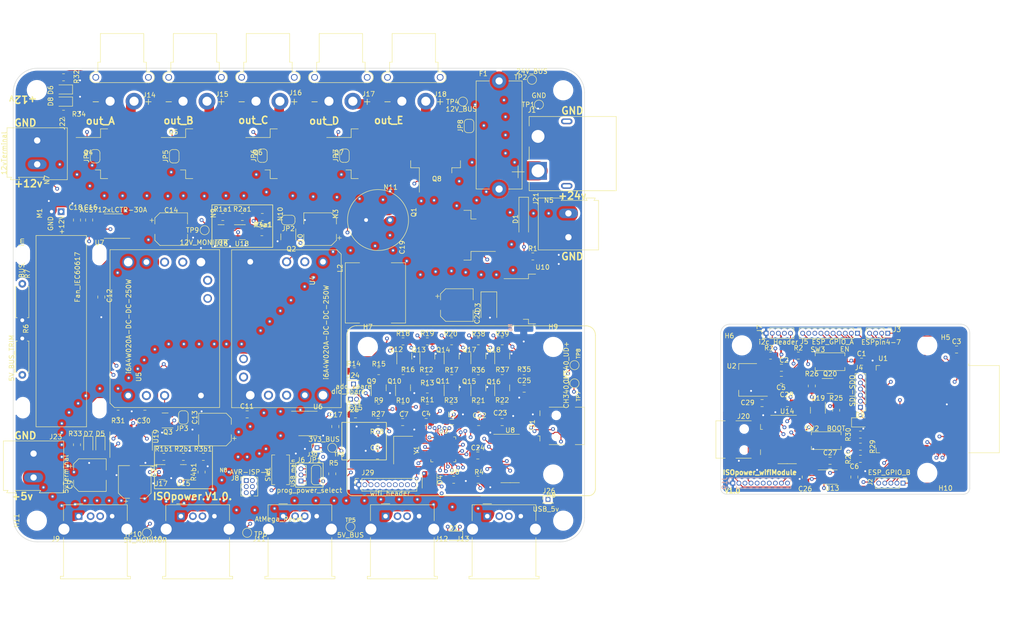
<source format=kicad_pcb>
(kicad_pcb (version 20211014) (generator pcbnew)
  (layers (0 "F.Cu" signal) (1 "In1.Cu" signal) (2 "In2.Cu" signal) (31 "B.Cu" signal) (34 "B.Paste" user) (35 "F.Paste" user) (36 "B.SilkS" user "B.Silkscreen") (37 "F.SilkS" user "F.Silkscreen") (38 "B.Mask" user) (39 "F.Mask" user) (44 "Edge.Cuts" user))
  (net 0 "")
  (net 1 "/ESP32_Daughterboard/USB ESP32 CH340 Interface /ESP_EN")
  (net 2 "GND")
  (net 3 "MCU_5V")
  (net 4 "Net-(C7-Pad1)")
  (net 5 "Net-(C8-Pad1)")
  (net 6 "24V_BUS")
  (net 7 "/Power Distribution/5V_I_SENSE_IP")
  (net 8 "Net-(C17-Pad1)")
  (net 9 "Net-(C18-Pad1)")
  (net 10 "Net-(C22-Pad2)")
  (net 11 "Net-(C24-Pad1)")
  (net 12 "Net-(C25-Pad2)")
  (net 13 "Net-(C29-Pad1)")
  (net 14 "Net-(D1-Pad2)")
  (net 15 "Net-(D2-Pad1)")
  (net 16 "Net-(D2-Pad2)")
  (net 17 "Net-(D3-Pad1)")
  (net 18 "Net-(D4-Pad2)")
  (net 19 "Net-(D4-Pad3)")
  (net 20 "Net-(D5-Pad1)")
  (net 21 "Net-(D5-Pad2)")
  (net 22 "Net-(D6-Pad1)")
  (net 23 "Net-(D6-Pad2)")
  (net 24 "Net-(D7-Pad1)")
  (net 25 "Net-(D8-Pad1)")
  (net 26 "Net-(D8-Pad2)")
  (net 27 "/Power Distribution/12V_I_SENSE_IP")
  (net 28 "/24V_0")
  (net 29 "23")
  (net 30 "19")
  (net 31 "18")
  (net 32 "5")
  (net 33 "4")
  (net 34 "Net-(J3-Pad1)")
  (net 35 "Net-(J3-Pad2)")
  (net 36 "Net-(J3-Pad3)")
  (net 37 "Net-(J3-Pad4)")
  (net 38 "Net-(J4-Pad1)")
  (net 39 "Net-(J4-Pad2)")
  (net 40 "Net-(J4-Pad3)")
  (net 41 "Net-(J4-Pad4)")
  (net 42 "Net-(J4-Pad5)")
  (net 43 "Net-(J4-Pad6)")
  (net 44 "Net-(J5-Pad1)")
  (net 45 "Net-(J5-Pad2)")
  (net 46 "Net-(J5-Pad3)")
  (net 47 "Net-(J5-Pad4)")
  (net 48 "Net-(J5-Pad5)")
  (net 49 "Net-(J5-Pad6)")
  (net 50 "Net-(J5-Pad7)")
  (net 51 "Net-(J5-Pad8)")
  (net 52 "Net-(J5-Pad9)")
  (net 53 "Net-(D9-Pad1)")
  (net 54 "SCL")
  (net 55 "SDA")
  (net 56 "Net-(J8-Pad1)")
  (net 57 "Net-(J8-Pad3)")
  (net 58 "Net-(J8-Pad4)")
  (net 69 "/24V_1")
  (net 70 "/Power Outputs/12V_OP_0")
  (net 71 "/Power Outputs/12V_OP_1")
  (net 72 "/Power Outputs/12V_OP_2")
  (net 73 "/Power Outputs/12V_OP_3")
  (net 74 "Net-(J20-Pad2)")
  (net 75 "Net-(J20-Pad3)")
  (net 77 "Net-(JP2-Pad2)")
  (net 78 "Net-(JP3-Pad2)")
  (net 79 "5V_BUS")
  (net 80 "/5V_BUS_MONITOR")
  (net 81 "/12V_BUS_MONITOR")
  (net 82 "/BUS_B_DISABLE")
  (net 83 "/BUS_A_DISABLE")
  (net 84 "/Power Outputs/5v to 12v logic conversion_v2/0_OUT")
  (net 85 "/Power Outputs/5v to 12v logic conversion_v2/1_OUT")
  (net 86 "/Power Outputs/5v to 12v logic conversion_v2/2_OUT")
  (net 87 "/Power Outputs/5v to 12v logic conversion_v2/3_OUT")
  (net 88 "/Power Outputs/5v to 12v logic conversion_v2/4_OUT")
  (net 89 "Net-(Q9-Pad1)")
  (net 90 "Net-(Q9-Pad3)")
  (net 91 "Net-(Q10-Pad1)")
  (net 92 "Net-(Q10-Pad3)")
  (net 93 "Net-(Q11-Pad1)")
  (net 94 "Net-(Q11-Pad3)")
  (net 95 "Net-(Q12-Pad1)")
  (net 96 "Net-(Q13-Pad1)")
  (net 97 "Net-(Q14-Pad1)")
  (net 98 "Net-(Q15-Pad1)")
  (net 99 "Net-(Q16-Pad1)")
  (net 100 "Net-(Q17-Pad1)")
  (net 101 "Net-(Q18-Pad1)")
  (net 102 "Net-(Q19-Pad1)")
  (net 103 "Net-(Q19-Pad2)")
  (net 104 "/ESP32_Daughterboard/GND")
  (net 105 "Net-(Q20-Pad1)")
  (net 106 "Net-(Q20-Pad2)")
  (net 107 "Net-(R1a1-Pad2)")
  (net 108 "Net-(R1b1-Pad2)")
  (net 109 "Net-(R3a1-Pad2)")
  (net 110 "Net-(R3b1-Pad2)")
  (net 111 "Net-(R6-Pad1)")
  (net 112 "Net-(R7-Pad1)")
  (net 113 "/Power Outputs/12V_OP_4")
  (net 114 "/ESP32_Daughterboard/MCU_5V_BUS")
  (net 115 "/ESP32_Daughterboard/3V3_BUS")
  (net 117 "/AtMega328p/MCU_5V_BUS")
  (net 118 "Net-(C6-Pad1)")
  (net 121 "/BUS_I_SENSE_A")
  (net 123 "/BUS_I_SENSE_B")
  (net 141 "12V_BUS")
  (net 142 "Net-(Q15-Pad3)")
  (net 143 "Net-(Q16-Pad3)")
  (net 144 "/AtMega328p/USB MCU CH340 Interface A/DTR_A")
  (net 145 "/3V3_BUS")
  (net 146 "Net-(D7-Pad2)")
  (net 147 "/USB_PBUS")
  (net 148 "/ESP32_Daughterboard/USB_PBUS")
  (net 153 "/ESP32_Daughterboard/SSERIAL_TX")
  (net 154 "/ESP32_Daughterboard/SSERIAL_RX")
  (net 155 "/AtMega328p/CH_C")
  (net 156 "/AtMega328p/ADC5")
  (net 157 "/AtMega328p/ADC4")
  (net 158 "Net-(D9-Pad2)")
  (net 163 "/AtMega328p/SSERIAL_TX")
  (net 164 "/AtMega328p/SSERIAL_RX")
  (net 166 "/ESP32_Daughterboard/USB ESP32 CH340 Interface /ESP_IO0")
  (net 167 "/AtMega328p/CH_F")
  (net 168 "/AtMega328p/CH_G")
  (net 169 "/AtMega328p/CH_H")
  (net 170 "/AtMega328p/CH_I")
  (net 171 "/AtMega328p/CH_J")
  (net 172 "/ESP32_Daughterboard/Logic Level Conversion/1A")
  (net 173 "/ESP32_Daughterboard/Logic Level Conversion/0A")
  (net 174 "/ESP32_Daughterboard/USB ESP32 CH340 Interface /TxD_B")
  (net 175 "/ESP32_Daughterboard/USB ESP32 CH340 Interface /RxD_B")
  (net 176 "/AtMega328p/USB MCU CH340 Interface A/RxD_A")
  (net 177 "/AtMega328p/USB MCU CH340 Interface A/TxD_A")
  (net 186 "HV")
  (net 187 "Net-(N5-Pad1)")
  (net 188 "GNDPWR")
  (net 189 "Net-(M1-Pad1)")
  (net 190 "Net-(N8-Pad2)")
  (net 191 "Net-(N9-Pad2)")
  (net 192 "/Power Outputs/MID_PWR")
  (net 193 "Net-(N10-Pad2)")
  (footprint "Diode_SMD:D_SMA" (layer "F.Cu") (at 157.184511 90.805 -90)
    (fp_text reference "D3")
    (fp_text value "1N5821")
  )
  (footprint "Connector_USB:USB_A_Molex_67643_Horizontal" (layer "F.Cu") (at 135.599511 134.319511)
    (fp_text reference "J12")
    (fp_text value "USB_CH_A")
  )
  (footprint "TestPoint:TestPoint_Pad_D1.5mm" (layer "F.Cu") (at 166.184511 43.049511 180)
    (fp_text reference "TP2")
    (fp_text value "24V_BUS")
  )
  (footprint "Connector_PinHeader_1.27mm:PinHeader_1x05_P1.27mm_Vertical" (layer "F.Cu") (at 243.723 127.409043 -90)
    (fp_text reference "J2")
    (fp_text value "ESP_GPIO_B")
  )
  (footprint "Jumper:SolderJumper-2_P1.3mm_Open_RoundedPad1.0x1.5mm" (layer "F.Cu") (at 109.855 58.928 90)
    (fp_text reference "JP6")
    (fp_text value "OP_2")
  )
  (footprint "Capacitor_SMD:CP_Elec_6.3x5.4" (layer "F.Cu") (at 90.805 74.295)
    (fp_text reference "C14")
    (fp_text value "22u")
  )
  (footprint "Package_TO_SOT_SMD:TO-263-2" (layer "F.Cu") (at 78.994511 58.524511)
    (fp_text reference "Q4")
    (fp_text value "IRF5305_PBF")
  )
  (footprint "Connector_AMASS:AMASS_XT30PW-F_1x02_P2.50mm_Horizontal" (layer "F.Cu") (at 93.284511 47.545)
    (fp_text reference "J15")
    (fp_text value "XT30_connector_DC_30A_female")
  )
  (footprint "NetTie:NetTie-2_SMD_Pad0.5mm" (layer "F.Cu") (at 126.365 71.12 90)
    (fp_text reference "N3")
    (fp_text value "Net_Tie")
  )
  (footprint "Package_TO_SOT_SMD:SOT-23" (layer "F.Cu") (at 144.324511 100.839511 90)
    (fp_text reference "Q13")
    (fp_text value "BC817")
  )
  (footprint "Package_DFN_QFN:QFN-32-1EP_5x5mm_P0.5mm_EP3.1x3.1mm" (layer "F.Cu") (at 147.659511 120.354511)
    (fp_text reference "U3")
    (fp_text value "ATmega328PB-M")
  )
  (footprint "Package_TO_SOT_SMD:TO-263-2" (layer "F.Cu") (at 96.774511 58.524511)
    (fp_text reference "Q5")
    (fp_text value "IRF5305_PBF")
  )
  (footprint "MountingHole:MountingHole_3.2mm_M3" (layer "F.Cu") (at 248.793 125.271543)
    (fp_text reference "H10")
    (fp_text value "MountingHole" hide)
  )
  (footprint "Resistor_SMD:R_0805_2012Metric_Pad1.20x1.40mm_HandSolder" (layer "F.Cu") (at 134.164511 103.989511)
    (fp_text reference "R15")
    (fp_text value "10k")
  )
  (footprint "Button_Switch_SMD:SW_SPST_EVQPE1" (layer "F.Cu") (at 227.678 118.519043 180)
    (fp_text reference "SW2")
    (fp_text value "BOOT")
  )
  (footprint "Connector_USB:USB_Mini-B_Lumberg_2486_01_Horizontal" (layer "F.Cu") (at 210.533 118.286543 -90)
    (fp_text reference "J20")
    (fp_text value "USB_B_Mini")
  )
  (footprint "Resistor_THT:R_Axial_DIN0207_L6.3mm_D2.5mm_P7.62mm_Horizontal" (layer "F.Cu") (at 59.69 85.725 -90)
    (fp_text reference "R7")
    (fp_text value "BUS_A_trim")
  )
  (footprint "Package_SO:SOIC-14_3.9x8.7mm_P1.27mm" (layer "F.Cu") (at 82.429511 118.614511 90)
    (fp_text reference "U19")
    (fp_text value "HEF4093B")
  )
  (footprint "Jumper:SolderJumper-2_P1.3mm_Open_RoundedPad1.0x1.5mm" (layer "F.Cu") (at 93.345 113.68 90)
    (fp_text reference "JP3")
    (fp_text value "DSBL_BYPSS_A")
  )
  (footprint "Connector_PinHeader_1.27mm:PinHeader_2x03_P1.27mm_Vertical" (layer "F.Cu") (at 106.494511 126.869511)
    (fp_text reference "J8")
    (fp_text value "AVR-ISP-6")
  )
  (footprint "Connector_PinHeader_1.27mm:PinHeader_1x02_P1.27mm_Vertical" (layer "F.Cu") (at 128.27 109.855 90)
    (fp_text reference "J25")
    (fp_text value "adc_spare")
  )
  (footprint "Capacitor_SMD:C_0805_2012Metric_Pad1.18x1.45mm_HandSolder" (layer "F.Cu") (at 76.2 88.4975 -90)
    (fp_text reference "C12")
    (fp_text value "100n")
  )
  (footprint "Package_TO_SOT_SMD:TO-263-5_TabPin3" (layer "F.Cu") (at 168.409511 88.9)
    (fp_text reference "U10")
    (fp_text value "LM2596S-5")
  )
  (footprint "TerminalBlock:TerminalBlock_Altech_AK300-2_P5.00mm" (layer "F.Cu") (at 173.804511 75.989511 90)
    (fp_text reference "J21")
    (fp_text value "24vTerminal")
  )
  (footprint "Resistor_SMD:R_0805_2012Metric_Pad1.20x1.40mm_HandSolder" (layer "F.Cu") (at 134.023088 118.449511)
    (fp_text reference "R28")
    (fp_text value "220r")
  )
  (footprint "Package_TO_SOT_SMD:SOT-23" (layer "F.Cu") (at 139.244511 107.467011 90)
    (fp_text reference "Q10")
    (fp_text value "BC817")
  )
  (footprint "RF_Module:ESP32-WROOM-32" (layer "F.Cu") (at 247.988 111.936543 -90)
    (fp_text reference "U1")
    (fp_text value "ESP32-WROOM-32")
  )
  (footprint "NetTie:NetTie-2_SMD_Pad0.5mm" (layer "F.Cu") (at 66.04 64 90)
    (fp_text reference "N7")
    (fp_text value "Net_Tie")
  )
  (footprint "Capacitor_SMD:C_0805_2012Metric_Pad1.18x1.45mm_HandSolder" (layer "F.Cu") (at 164.56179 107.654511)
    (fp_text reference "C25")
    (fp_text value "4n7")
  )
  (footprint "LED_SMD:LED_0805_2012Metric_Pad1.15x1.40mm_HandSolder" (layer "F.Cu") (at 234.823 114.709043)
    (fp_text reference "D9")
    (fp_text value "Blue")
  )
  (footprint "Resistor_SMD:R_0805_2012Metric_Pad1.20x1.40mm_HandSolder" (layer "F.Cu") (at 109.842141 71.755 180)
    (fp_text reference "R3a1")
    (fp_text value "560r")
  )
  (footprint "Package_TO_SOT_SMD:TO-263-2" (layer "F.Cu") (at 150.495 75.565 180)
    (fp_text reference "Q1")
    (fp_text value "IRF5305_PBF")
  )
  (footprint "Capacitor_SMD:CP_Elec_6.3x7.7" (layer "F.Cu") (at 121.92 74.295 180)
    (fp_text reference "C10")
    (fp_text value "100u")
  )
  (footprint "Package_SO:SSOP-8_2.95x2.8mm_P0.65mm" (layer "F.Cu") (at 228.473 126.139043)
    (fp_text reference "U13")
    (fp_text value "TXS0102DCT")
  )
  (footprint "Capacitor_SMD:C_0805_2012Metric_Pad1.18x1.45mm_HandSolder" (layer "F.Cu") (at 71.12 72.39 90)
    (fp_text reference "C18")
    (fp_text value "1n")
  )
  (footprint "Capacitor_SMD:C_0805_2012Metric_Pad1.18x1.45mm_HandSolder" (layer "F.Cu") (at 214.2705 110.666543 180)
    (fp_text reference "C29")
    (fp_text value "100n")
  )
  (footprint "ISOpower:i6A4W-DIP" (layer "F.Cu") (at 81.824511 109.089511 90)
    (fp_text reference "U5")
    (fp_text value "i6A4W020A-DC-DC-250W")
  )
  (footprint "Resistor_SMD:R_0805_2012Metric_Pad1.20x1.40mm_HandSolder" (layer "F.Cu") (at 149.404511 111.629511 180)
    (fp_text reference "R23")
    (fp_text value "10k")
  )
  (footprint "Resistor_SMD:R_0805_2012Metric_Pad1.20x1.40mm_HandSolder" (layer "F.Cu") (at 166.37 80.01)
    (fp_text reference "R1")
    (fp_text value "330r")
  )
  (footprint "Connector_AMASS:AMASS_XT30PW-F_1x02_P2.50mm_Horizontal" (layer "F.Cu") (at 78.044511 47.545)
    (fp_text reference "J14")
    (fp_text value "XT30_connector_DC_30A_female")
  )
  (footprint "Connector_AMASS:AMASS_XT30PW-F_1x02_P2.50mm_Horizontal" (layer "F.Cu") (at 139.004511 47.545)
    (fp_text reference "J18")
    (fp_text value "XT30_connector_DC_30A_female")
  )
  (footprint "Capacitor_SMD:C_0805_2012Metric_Pad1.18x1.45mm_HandSolder" (layer "F.Cu") (at 144.082011 114.639511 180)
    (fp_text reference "C4")
    (fp_text value "100n")
  )
  (footprint "Resistor_SMD:R_0805_2012Metric_Pad1.20x1.40mm_HandSolder" (layer "F.Cu") (at 234.823 122.329043)
    (fp_text reference "R24")
    (fp_text value "10k")
  )
  (footprint "NetTie:NetTie-2_SMD_Pad0.5mm" (layer "F.Cu") (at 112.395 71.12 -90)
    (fp_text reference "N10")
    (fp_text value "Net_Tie")
  )
  (footprint "Package_SO:SOIC-8_3.9x4.9mm_P1.27mm" (layer "F.Cu") (at 119.38 114.935)
    (fp_text reference "U6")
    (fp_text value "ACS712xLCTR-30A" hide)
  )
  (footprint "Resistor_SMD:R_0805_2012Metric_Pad1.20x1.40mm_HandSolder" (layer "F.Cu") (at 101.587141 71.755)
    (fp_text reference "R1a1")
    (fp_text value "560r")
  )
  (footprint "LED_SMD:LED_0805_2012Metric_Pad1.15x1.40mm_HandSolder" (layer "F.Cu") (at 76.014511 119.494511 -90)
    (fp_text reference "D5")
    (fp_text value "GREEN")
  )
  (footprint "LED_SMD:LED_0805_2012Metric_Pad1.15x1.40mm_HandSolder" (layer "F.Cu") (at 149.86 138.43 180)
    (fp_text reference "D2")
    (fp_text value "Blue")
  )
  (footprint "Button_Switch_SMD:SW_SPST_EVQPE1" (layer "F.Cu") (at 113.665 124.62 90)
    (fp_text reference "SW1")
    (fp_text value "SW_Push" hide)
  )
  (footprint "Resistor_SMD:R_0805_2012Metric_Pad1.20x1.40mm_HandSolder" (layer "F.Cu") (at 97.52 121.92 180)
    (fp_text reference "R3b1")
    (fp_text value "560r")
  )
  (footprint "Button_Switch_SMD:SW_SPST_EVQPE1" (layer "F.Cu") (at 228.473 102.009043 180)
    (fp_text reference "SW3")
    (fp_text value "EN")
  )
  (footprint "Connector_PinHeader_1.27mm:PinHeader_1x01_P1.27mm_Vertical" (layer "F.Cu") (at 128.905 106.68 180)
    (fp_text reference "J24")
    (fp_text value "dio_spare")
  )
  (footprint "TerminalBlock:TerminalBlock_Altech_AK300-2_P5.00mm" (layer "F.Cu") (at 62.804511 55.749511 -90)
    (fp_text reference "J22")
    (fp_text value "12vTerminal")
  )
  (footprint "TestPoint:TestPoint_Pad_D1.5mm" (layer "F.Cu") (at 175.074511 106.549511 90)
    (fp_text reference "TP7")
    (fp_text value "CH340_UD-")
  )
  (footprint "TestPoint:TestPoint_Pad_D1.5mm" (layer "F.Cu") (at 151.765 47.625 90)
    (fp_text reference "TP4")
    (fp_text value "12V_BUS")
  )
  (footprint "Crystal:Crystal_SMD_Abracon_ABM3C-4Pin_5.0x3.2mm" (layer "F.Cu") (at 139.284511 120.519511 -90)
    (fp_text reference "Y1")
    (fp_text value "16MHz")
  )
  (footprint "Inductor_SMD:L_0805_2012Metric_Pad1.05x1.20mm_HandSolder" (layer "F.Cu") (at 149.444511 114.639511)
    (fp_text reference "L1")
    (fp_text value "10uH")
  )
  (footprint "Connector_PinHeader_1.27mm:PinHeader_1x05_P1.27mm_Vertical" (layer "F.Cu") (at 215.128 96.061543 90)
    (fp_text reference "J7")
    (fp_text value "i2c Header")
  )
  (footprint "Connector_USB:USB_A_Molex_67643_Horizontal" (layer "F.Cu") (at 156.849506 134.319511)
    (fp_text reference "J13")
    (fp_text value "USB_CH_A")
  )
  (footprint "Resistor_SMD:R_0805_2012Metric_Pad1.20x1.40mm_HandSolder" (layer "F.Cu") (at 89.265 121.92)
    (fp_text reference "R1b1")
    (fp_text value "470r")
  )
  (footprint "Capacitor_SMD:CP_Elec_6.3x7.7" (layer "F.Cu") (at 73.82 125.73)
    (fp_text reference "C9")
    (fp_text value "100u")
  )
  (footprint "Resistor_SMD:R_0805_2012Metric_Pad1.20x1.40mm_HandSolder" (layer "F.Cu") (at 149.834511 126.704511)
    (fp_text reference "R8")
    (fp_text value "1M")
  )
  (footprint "LED_SMD:LED_0805_2012Metric_Pad1.15x1.40mm_HandSolder" (layer "F.Cu") (at 68.335 45.085 180)
    (fp_text reference "D6")
    (fp_text value "GREEN")
  )
  (footprint "TestPoint:TestPoint_Pad_D1.5mm" (layer "F.Cu") (at 85.725 137.795 180)
    (fp_text reference "TP10")
    (fp_text value "5V_MONITOR")
  )
  (footprint "NetTie:NetTie-2_SMD_Pad0.5mm" (layer "F.Cu") (at 98.425 70.985 -90)
    (fp_text reference "N9")
    (fp_text value "Net_Tie")
  )
  (footprint "Capacitor_SMD:CP_Elec_6.3x7.7" (layer "F.Cu") (at 150.495 90.17)
    (fp_text reference "C20")
    (fp_text value "220u")
  )
  (footprint "Resistor_SMD:R_0805_2012Metric_Pad1.20x1.40mm_HandSolder" (layer "F.Cu") (at 154.987697 111.629511 180)
    (fp_text reference "R21")
    (fp_text value "10k")
  )
  (footprint "LED_SMD:LED_0805_2012Metric_Pad1.15x1.40mm_HandSolder" (layer "F.Cu") (at 73.474511 119.494511 -90)
    (fp_text reference "D7")
    (fp_text value "RED")
  )
  (footprint "Package_TO_SOT_SMD:SOT-23" (layer "F.Cu") (at 149.404511 100.814511 90)
    (fp_text reference "Q14")
    (fp_text value "BC817")
  )
  (footprint "NetTie:NetTie-8-15A_1oz_2oz_chamf" (layer "F.Cu") (at 139.065 67.945)
    (fp_text reference "N11")
    (fp_text value "pwr_tie")
  )
  (footprint "Capacitor_SMD:C_0805_2012Metric_Pad1.18x1.45mm_HandSolder" (layer "F.Cu") (at 129.3075 113.03)
    (fp_text reference "C15")
    (fp_text value "100n")
  )
  (footprint "Resistor_SMD:R_0805_2012Metric_Pad1.20x1.40mm_HandSolder" (layer "F.Cu") (at 144.324511 97.77)
    (fp_text reference "R19")
    (fp_text value "10k")
  )
  (footprint "Capacitor_SMD:C_0805_2012Metric_Pad1.18x1.45mm_HandSolder" (layer "F.Cu") (at 228.473 122.731543 180)
    (fp_text reference "C27")
    (fp_text value "100n")
  )
  (footprint "Package_SO:SOIC-16_3.9x9.9mm_P1.27mm" (layer "F.Cu") (at 219.518 118.286543)
    (fp_text reference "U14")
    (fp_text value "CH340C")
  )
  (footprint "Resistor_SMD:R_0805_2012Metric_Pad1.20x1.40mm_HandSolder" (layer "F.Cu") (at 144.324511 107.819511 180)
    (fp_text reference "R13")
    (fp_text value "10k")
  )
  (footprint "ISOpower:i6A4W-DIP" (layer "F.Cu") (at 122.524511 81.119511 -90)
    (fp_text reference "U4")
    (fp_text value "i6A4W020A-DC-DC-250W")
  )
  (footprint "TestPoint:TestPoint_Pad_D1.5mm" (layer "F.Cu") (at 124.46 120.015)
    (fp_text reference "TP3")
    (fp_text value "3V3_BUS")
  )
  (footprint "Resistor_SMD:R_0805_2012Metric_Pad1.20x1.40mm_HandSolder" (layer "F.Cu") (at 154.987697 104.009511 180)
    (fp_text reference "R36")
    (fp_text value "10k")
  )
  (footprint "NetTie:NetTie-8-15A_1oz_2oz_long" (layer "F.Cu") (at 101.854 121.92 180)
    (fp_text reference "N8")
    (fp_text value "Net_Tie")
  )
  (footprint "Resistor_SMD:R_0805_2012Metric_Pad1.20x1.40mm_HandSolder" (layer "F.Cu") (at 221.853 100.739043 180)
    (fp_text reference "R2")
    (fp_text value "10k")
  )
  (footprint "Capacitor_SMD:C_0805_2012Metric_Pad1.18x1.45mm_HandSolder" (layer "F.Cu") (at 218.313 103.279043)
    (fp_text reference "C2")
    (fp_text value "100n")
  )
  (footprint "MountingHole:MountingHole_3.2mm_M3" (layer "F.Cu") (at 248.793 98.601543)
    (fp_text reference "H5")
    (fp_text value "MountingHole" hide)
  )
  (footprint "Resistor_SMD:R_0805_2012Metric_Pad1.20x1.40mm_HandSolder" (layer "F.Cu") (at 134.054511 114.639511)
    (fp_text reference "R27")
    (fp_text value "220r")
  )
  (footprint "Connector_PinHeader_1.27mm:PinHeader_1x04_P1.27mm_Vertical" (layer "F.Cu") (at 240.538 96.061543 -90)
    (fp_text reference "J3")
    (fp_text value "ESPpin4-7")
  )
  (footprint "Package_TO_SOT_SMD:SOT-23" (layer "F.Cu") (at 139.514511 100.839511 90)
    (fp_text reference "Q12")
    (fp_text value "BC817")
  )
  (footprint "Capacitor_SMD:C_0805_2012Metric_Pad1.18x1.45mm_HandSolder" (layer "F.Cu") (at 133.922011 121.624511 180)
    (fp_text reference "C8")
    (fp_text value "22p")
  )
  (footprint "Capacitor_THT:C_Radial_D12.5mm_H20.0mm_P5.00mm" (layer "F.Cu") (at 136.525 72.39 180)
    (fp_text reference "C19")
    (fp_text value "680u")
  )
  (footprint "MountingHole:MountingHole_3.2mm_M3" (layer "F.Cu") (at 131.894511 98.929511)
    (fp_text reference "H7")
    (fp_text value "MountingHole" hide)
  )
  (footprint "Capacitor_SMD:C_0805_2012Metric_Pad1.18x1.45mm_HandSolder" (layer "F.Cu") (at 254.9105 99.469043)
    (fp_text reference "C3")
    (fp_text value "100n")
  )
  (footprint "ISOpower:Fan12V_40by10.5mm" (layer "F.Cu") (at 67.809511 70.629511 -90)
    (fp_text reference "M1")
    (fp_text value "Fan_IEC60617")
  )
  (footprint "TestPoint:TestPoint_Pad_D1.5mm" (layer "F.Cu") (at 167.64 48.26 90)
    (fp_text reference "TP1")
    (fp_text value "GND")
  )
  (footprint "Connector_USB:USB_A_Molex_67643_Horizontal" (layer "F.Cu") (at 92.834511 134.319511)
    (fp_text reference "J10")
    (fp_text value "USB_CH_A")
  )
  (footprint "Package_TO_SOT_SMD:TO-263-2" (layer "F.Cu") (at 114.439511 58.524511)
    (fp_text reference "Q6")
    (fp_text value "IRF5305_PBF")
  )
  (footprint "Package_TO_SOT_SMD:SOT-143" (layer "F.Cu") (at 144.799511 126.704511 90)
    (fp_text reference "D4")
    (fp_text value "PRTR5V0U2X")
  )
  (footprint "Connector_PinHeader_1.27mm:PinHeader_1x03_P1.27mm_Vertical" (layer "F.Cu") (at 117.924511 126.954511 180)
    (fp_text reference "J6")
    (fp_text value "prog_power_select" hide)
  )
  (footprint "Jumper:SolderJumper-2_P1.3mm_Open_RoundedPad1.0x1.5mm" (layer "F.Cu") (at 74.915 59.055 90)
    (fp_text reference "JP4")
    (fp_text value "OP_0")
  )
  (footprint "Resistor_THT:R_Axial_DIN0207_L6.3mm_D2.5mm_P7.62mm_Horizontal" (layer "F.Cu") (at 59.69 104.775 90)
    (fp_text reference "R6")
    (fp_text value "5V_BUS_TRIM")
  )
  (footprint "Connector_AMASS:AMASS_XT60PW-M" (layer "F.Cu") (at 173.454511 58.499511 -90)
    (fp_text reference "J1")
    (fp_text value "XT60_connector_DC_60A_male")
  )
  (footprint "Resistor_SMD:R_0805_2012Metric_Pad1.20x1.40mm_HandSolder" (layer "F.Cu") (at 79.714511 112.899511)
    (fp_text reference "R31")
    (fp_text value "220r")
  )
  (footprint "Connector_PinHeader_1.27mm:PinHeader_1x01_P1.27mm_Vertical" (layer "F.Cu") (at 169.545 130.81)
    (fp_text reference "J26")
    (fp_text value "USB_5v")
  )
  (footprint "Capacitor_SMD:C_0805_2012Metric_Pad1.18x1.45mm_HandSolder" (layer "F.Cu") (at 235.0555 102.009043)
    (fp_text reference "C1")
    (fp_text value "100n")
  )
  (footprint "Resistor_SMD:R_0805_2012Metric_Pad1.20x1.40mm_HandSolder" (layer "F.Cu") (at 144.324511 104.009511)
    (fp_text reference "R12")
    (fp_text value "10k")
  )
  (footprint "Capacitor_SMD:C_0805_2012Metric_Pad1.18x1.45mm_HandSolder" (layer "F.Cu") (at 223.393 126.139043 90)
    (fp_text reference "C26")
    (fp_text value "100n")
  )
  (footprint "Jumper:SolderJumper-3_P1.3mm_Bridged12_RoundedPad1.0x1.5mm_NumberLabels" (layer "F.Cu") (at 121.099511 125.709511 -90)
    (fp_text reference "JP1")
    (fp_text value "prog_power_select")
  )
  (footprint "Resistor_SMD:R_0805_2012Metric_Pad1.20x1.40mm_HandSolder" (layer "F.Cu") (at 109.747141 74.93 180)
    (fp_text reference "R4a1")
    (fp_text value "2k0")
  )
  (footprint "Capacitor_SMD:C_0805_2012Metric_Pad1.18x1.45mm_HandSolder" (layer "F.Cu") (at 154.877011 121.624511 180)
    (fp_text reference "C24")
    (fp_text value "100n")
  )
  (footprint "Connector_AMASS:AMASS_XT30PW-F_1x02_P2.50mm_Horizontal" (layer "F.Cu") (at 123.764511 47.545)
    (fp_text reference "J17")
    (fp_text value "XT30_connector_DC_30A_female")
  )
  (footprint "Resistor_SMD:R_0805_2012Metric_Pad1.20x1.40mm_HandSolder" (layer "F.Cu") (at 149.404511 104.009511 180)
    (fp_text reference "R17")
    (fp_text value "10k")
  )
  (footprint "Resistor_SMD:R_0805_2012Metric_Pad1.20x1.40mm_HandSolder" (layer "F.Cu") (at 234.823 119.789043)
    (fp_text reference "R29")
    (fp_text value "1k")
  )
  (footprint "Capacitor_SMD:C_0805_2012Metric_Pad1.18x1.45mm_HandSolder" (layer "F.Cu") (at 159.957011 114.639511)
    (fp_text reference "C23")
    (fp_text value "100n")
  )
  (footprint "Resistor_SMD:R_0805_2012Metric_Pad1.20x1.40mm_HandSolder" (layer "F.Cu") (at 129.084511 104.009511 180)
    (fp_text reference "R14")
    (fp_text value "10k")
  )
  (footprint "Package_TO_SOT_SMD:TO-263-2" (layer "F.Cu") (at 146.05 58.505 90)
    (fp_text reference "Q8")
    (fp_text value "IRF5305_PBF")
  )
  (footprint "MountingHole:MountingHole_3.2mm_M3" (layer "F.Cu") (at 170.629511 125.599511)
    (fp_text reference "H8")
    (fp_text value "MountingHole" hide)
  )
  (footprint "Jumper:SolderJumper-2_P1.3mm_Open_RoundedPad1.0x1.5mm" (layer "F.Cu") (at 127 58.928 90)
    (fp_text reference "JP7")
    (fp_text value "OP_3")
  )
  (footprint "Resistor_SMD:R_0805_2012Metric_Pad1.20x1.40mm_HandSolder" (layer "F.Cu") (at 124.46 125.46 -90)
    (fp_text reference "R5")
    (fp_text value "10k")
  )
  (footprint "Package_SO:SOIC-16_3.9x9.9mm_P1.27mm" (layer "F.Cu") (at 161.629511 122.259511)
    (fp_text reference "U8")
    (fp_text value "CH340C")
  )
  (footprint "Capacitor_SMD:C_0805_2012Metric_Pad1.18x1.45mm_HandSolder" (layer "F.Cu") (at 85.307011 112.899511 180)
    (fp_text reference "C30")
    (fp_text value "100n")
  )
  (footprint "Resistor_SMD:R_0805_2012Metric_Pad1.20x1.40mm_HandSolder" (layer "F.Cu") (at 159.96873 111.609511)
    (fp_text reference "R22")
    (fp_text value "10k")
  )
  (footprint "Capacitor_SMD:C_0805_2012Metric_Pad1.18x1.45mm_HandSolder" (layer "F.Cu") (at 106.68 113.03 180)
    (fp_text reference "C11")
    (fp_text value "100n")
  )
  (footprint "TestPoint:TestPoint_Pad_D1.5mm" (layer "F.Cu") (at 128.27 136.525)
    (fp_text reference "TP5")
    (fp_text value "5V_BUS")
  )
  (footprint "Connector_AMASS:AMASS_XT30PW-F_1x02_P2.50mm_Horizontal" (layer "F.Cu") (at 108.524511 47.545)
    (fp_text reference "J16")
    (fp_text value "XT30_connector_DC_30A_female")
  )
  (footprint "Connector_USB:USB_A_Molex_67643_Horizontal" (layer "F.Cu") (at 71.464511 134.319511)
    (fp_text reference "J9")
    (fp_text value "USB_CH_A")
  )
  (footprint "Resistor_SMD:R_0805_2012Metric_Pad1.20x1.40mm_HandSolder" (layer "F.Cu") (at 97.155 125.095 90)
    (fp_text reference "R4b1")
    (fp_text value "470r")
  )
  (footprint "Resistor_SMD:R_0805_2012Metric_Pad1.20x1.40mm_HandSolder" (layer "F.Cu") (at 164.545544 104.009511)
    (fp_text reference "R35")
    (fp_text value "10k")
  )
  (footprint "TestPoint:TestPoint_Pad_D1.5mm" (layer "F.Cu") (at 106.68 137.795)
    (fp_text reference "TP6")
    (fp_text value "AtMega_Reset")
  )
  (footprint "Capacitor_SMD:C_0805_2012Metric_Pad1.18x1.45mm_HandSolder" (layer "F.Cu") (at 139.172011 114.639511)
    (fp_text reference "C7")
    (fp_text value "22p")
  )
  (footprint "Jumper:SolderJumper-2_P1.3mm_Open_RoundedPad1.0x1.5mm" (layer "F.Cu") (at 91.44 59.055 90)
    (fp_text reference "JP5")
    (fp_text value "OP_1")
  )
  (footprint "Package_SO:SOIC-8_3.9x4.9mm_P1.27mm" (layer "F.Cu") (at 78.74 73.66 180)
    (fp_text reference "U7")
    (fp_text value "ACS712xLCTR-30A")
  )
  (footprint "Resistor_SMD:R_0805_2012Metric_Pad1.20x1.40mm_HandSolder" (layer "F.Cu") (at 68.31 50.165)
    (fp_text reference "R34")
    (fp_text value "220r")
  )
  (footprint "Capacitor_SMD:C_0805_2012Metric_Pad1.18x1.45mm_HandSolder" (layer "F.Cu") (at 219.583 110.666543 180)
    (fp_text reference "C28")
    (fp_text value "100n")
  )
  (footprint "Resistor_SMD:R_0805_2012Metric_Pad1.20x1.40mm_HandSolder" (layer "F.Cu") (at 154.987697 97.745)
    (fp_text reference "R38")
    (fp_text value "10k")
  )
  (footprint "Package_TO_SOT_SMD:SOT-23" (layer "F.Cu") (at 93.345 125.095 180)
    (fp_text reference "U15")
    (fp_text value "TL431DBZ")
  )
  (footprint "Capacitor_SMD:C_0805_2012Metric_Pad1.18x1.45mm_HandSolder" (layer "F.Cu") (at 233.553 126.139043 -90)
    (fp_text reference "C6")
    (fp_text value "100n")
  )
  (footprint "Package_TO_SOT_SMD:SOT-23" (layer "F.Cu") (at 228.473 107.089043)
    (fp_text reference "Q20")
    (fp_text value "BC817")
  )
  (footprint "Package_TO_SOT_SMD:SOT-23" (layer "F.Cu") (at 101.222141 74.93 180)
    (fp_text reference "U16")
    (fp_text value "TL431DBZ")
  )
  (footprint "Package_TO_SOT_SMD:SOT-223-3_TabPin2" (layer "F.Cu") (at 211.303 105.819043 180)
    (fp_text reference "U2")
    (fp_text value "AMS1117-3.3")
  )
  (footprint "Connector_PinHeader_1.27mm:PinHeader_1x01_P1.27mm_Vertical" (layer "F.Cu") (at 121.285 120.015)
    (fp_text reference "J30")
    (fp_text value "3V3_spare" hide)
  )
  (footprint "Capacitor_SMD:C_0805_2012Metric_Pad1.18x1.45mm_HandSolder" (layer "F.Cu") (at 155.047011 114.639511)
    (fp_text reference "C22")
    (fp_text value "100n")
  )
  (footprint "LED_SMD:LED_0805_2012Metric_Pad1.15x1.40mm_HandSolder" (layer "F.Cu") (at 68.335 47.625 180)
    (fp_text reference "D8")
    (fp_text value "RED")
  )
  (footprint "NetTie:NetTie-2_SMD_Pad0.5mm" (layer "F.Cu") (at 169.716957 67.070679 180)
    (fp_text reference "N5")
    (fp_text value "Net_Tie")
  )
  (footprint "Capacitor_SMD:C_0805_2012Metric_Pad1.18x1.45mm_HandSolder" (layer "F.Cu") (at 125.095 115.57 -90)
    (fp_text reference "C17")
    (fp_text value "1n")
  )
  (footprint "Resistor_SMD:R_0805_2012Metric_Pad1.20x1.40mm_HandSolder" (layer "F.Cu") (at 139.244511 97.77)
    (fp_text reference "R18")
    (fp_text value "10k")
  )
  (footprint "Connector_PinSocket_1.27mm:PinSocket_1x10_P1.27mm_Vertical" (layer "F.Cu") (at 130.004511 127.747783 90)
    (fp_text reference "J29")
    (fp_text value "wifi_header")
  )
  (footprint "Package_TO_SOT_SMD:SOT-23" (layer "F.Cu") (at 88.9 125.095)
    (fp_text reference "U17")
    (fp_text value "TL431DBZ")
  )
  (footprint "Package_TO_SOT_SMD:SOT-23" (layer "F.Cu") (at 159.96873 107.487011 90)
    (fp_text reference "Q16")
    (fp_text value "BC817")
  )
  (footprint "Jumper:SolderJumper-2_P1.3mm_Open_RoundedPad1.0x1.5mm" (layer "F.Cu") (at 115.274511 72.39 180)
    (fp_text reference "JP2")
    (fp_text value "DSBL_BYPSS_B")
  )
  (footprint "Resistor_SMD:R_0805_2012Metric_Pad1.20x1.40mm_HandSolder" (layer "F.Cu") (at 139.244511 103.989511 180)
    (fp_text reference "R16")
    (fp_text value "10k")
  )
  (footprint "Package_TO_SOT_SMD:SOT-23" (layer "F.Cu") (at 154.987697 100.814511 90)
    (fp_text reference "Q17")
    (fp_text value "BC817")
  )
  (footprint "Resistor_SMD:R_0805_2012Metric_Pad1.20x1.40mm_HandSolder" (layer "F.Cu") (at 93.345 121.92)
    (fp_text reference "R2b1")
    (fp_text value "560r")
  )
  (footprint "Connector_PinHeader_1.27mm:PinHeader_1x10_P1.27mm_Vertical" (layer "F.Cu") (at 234.188 96.061543 -90)
    (fp_text reference "J5")
    (fp_text value "ESP_GPIO_A")
  )
  (footprint "Capacitor_SMD:C_0805_2012Metric_Pad1.18x1.45mm_HandSolder" (layer "F.Cu") (at 218.313 105.819043)
    (fp_text reference "C5")
    (fp_text value "100n")
  )
  (footprint "Package_TO_SOT_SMD:SOT-23" (layer "F.Cu") (at 154.987697 107.487011 90)
    (fp_text reference "Q15")
    (fp_text value "BC817")
  )
  (footprint "Jumper:SolderJumper-2_P1.3mm_Open_RoundedPad1.0x1.5mm" (layer "F.Cu") (at 153.035 52.72 90)
    (fp_text reference "JP8")
    (fp_text value "OP_4")
  )
  (footprint "Package_TO_SOT_SMD:SOT-23" (layer "F.Cu") (at 115.274511 75.904511 -90)
    (fp_text reference "Q2")
    (fp_text value "Si2319CDS")
  )
  (footprint "Package_TO_SOT_SMD:SOT-23" (layer "F.Cu") (at 225.933 112.169043 -90)
    (fp_text reference "Q19")
    (fp_text value "BC817")
  )
  (footprint "Resistor_SMD:R_0805_2012Metric_Pad1.20x1.40mm_HandSolder" (layer "F.Cu") (at 134.164511 111.609511 180)
    (fp_text reference "R9")
    (fp_text value "10k")
  )
  (footprint "Resistor_SMD:R_0805_2012Metric_Pad1.20x1.40mm_HandSolder" (layer "F.Cu") (at 139.244511 111.609511 180)
    (fp_text reference "R10")
    (fp_text value "10k")
  )
  (footprint "Fuse:Fuseholder_Cylinder-5x20mm_Stelvio-Kontek_PTF78_Horizontal_Open" (layer "F.Cu") (at 159.324511 43.309511 -90)
    (fp_text reference "F1")
    (fp_text value "20A")
  )
  (footprint "Resistor_SMD:R_0805_2012Metric_Pad1.20x1.40mm_HandSolder" (layer "F.Cu") (at 144.324511 111.629511)
    (fp_text reference "R11")
    (fp_text value "10k")
  )
  (footprint "Package_TO_SOT_SMD:SOT-23" (layer "F.Cu") (at 159.96873 100.814511 90)
    (fp_text reference "Q18")
    (fp_text value "BC817")
  )
  (footprint "Package_TO_SOT_SMD:SOT-23" (layer "F.Cu") (at 134.164511 107.467011 90)
    (fp_text reference "Q9")
    (fp_text value "BC817")
  )
  (footprint "Capacitor_SMD:CP_Elec_6.3x7.7" (layer "F.Cu") (at 83.185 127.16 90)
    (fp_text reference "C21")
    (fp_text value "100u")
  )
  (footprint "Resistor_SMD:R_0805_2012Metric_Pad1.20x1.40mm_HandSolder" (layer "F.Cu") (at 68.31 42.545)
    (fp_text reference "R32")
    (fp_text value "220r")
  )
  (footprint "Connector_PinHeader_1.27mm:PinHeader_1x06_P1.27mm_Vertical" (layer "F.Cu") (at 234.823 111.534043 180)
    (fp_text reference "J4")
    (fp_text value "SDI-SDO")
  )
  (footprint "Resistor_SMD:R_0805_2012Metric_Pad1.20x1.40mm_HandSolder" (layer "F.Cu") (at 154.914511 126.704511)
    (fp_text reference "R4")
    (fp_text value "330r")
  )
  (footprint "Connector_USB:USB_Mini-B_Lumberg_2486_01_Horizontal" (layer "F.Cu") (at 171.264511 115.439511 90)
    (fp_text reference "J31")
    (fp_text value "USB_B_Mini")
  )
  (footprint "MountingHole:ISOpower_4xmounting_M3" (layer "F.Cu") (at 62.865 135.255 90)
    (fp_text reference "H11")
    (fp_text value "2x2_ISOpower_mountingHoles")
  )
  (footprint "MountingHole:MountingHole_3.2mm_M3" (layer "F.Cu") (at 210.058 98.601543)
    (fp_text reference "H6")
    (fp_text value "MountingHole" hide)
  )
  (footprint "TerminalBlock:TerminalBlock_Altech_AK300-2_P5.00mm" (layer "F.Cu") (at 62.044511 121.234511 -90)
    (fp_text reference "J23")
    (fp_text value "5vTerminal")
  )
  (footprint "Package_TO_SOT_SMD:SOT-23" (layer "F.Cu") (at 149.404511 107.487011 90)
    (fp_text reference "Q11")
    (fp_text value "BC817")
  )
  (footprint "Resistor_SMD:R_0805_2012Metric_Pad1.20x1.40mm_HandSolder" (layer "F.Cu") (at 159.96873 97.745)
    (fp_text reference "R39")
    (fp_text value "10k")
  )
  (footprint "Resistor_SMD:R_0805_2012Metric_Pad1.20x1.40mm_HandSolder" (layer "F.Cu") (at 159.96873 103.989511 180)
    (fp_text reference "R37")
    (fp_text value "10k")
  )
  (footprint "TestPoint:TestPoint_Pad_D1.5mm" (layer "F.Cu") (at 97.79 74.515489)
    (fp_text reference "TP9")
    (fp_text value "12V_MONITOR")
  )
  (footprint "Package_TO_SOT_SMD:TO-263-2" (layer "F.Cu") (at 131.36 58.524511)
    (fp_text reference "Q7")
    (fp_text value "IRF5305_PBF")
  )
  (footprint "Capacitor_SMD:CP_Elec_6.3x5.4" (layer "F.Cu") (at 99.955 116.205 180)
    (fp_text reference "C13")
    (fp_text value "22u")
  )
  (footprint "Capacitor_SMD:C_0805_2012Metric_Pad1.18x1.45mm_HandSolder" (layer "F.Cu") (at 73.66 72.386131 90)
    (fp_text reference "C16")
    (fp_text value "100n")
  )
  (footprint "Resistor_SMD:R_0805_2012Metric_Pad1.20x1.40mm_HandSolder" (layer "F.Cu") (at 229.743 112.169043 -90)
    (fp_text reference "R25")
    (fp_text value "10k")
  )
  (footprint "Resistor_SMD:R_0805_2012Metric_Pad1.20x1.40mm_HandSolder" (layer "F.Cu") (at 71.12 119.38 -90)
    (fp_text reference "R33")
    (fp_text value "220r")
  )
  (footprint "Inductor_SMD:L_12x12mm_H8mm" (layer "F.Cu") (at 133.48 87.63 -90)
    (fp_text reference "L2")
    (fp_text value "33uH")
  )
  (footprint "Resistor_SMD:R_0805_2012Metric_Pad1.20x1.40mm_HandSolder" (layer "F.Cu") (at 224.663 107.089043 90)
    (fp_text reference "R26")
    (fp_text value "10k")
  )
  (footprint "Connector_USB:USB_A_Molex_67643_Horizontal" (layer "F.Cu") (at 114.204511 134.319511)
    (fp_text reference "J11")
    (fp_text value "USB_CH_A")
  )
  (footprint "Resistor_SMD:R_0805_2012Metric_Pad1.20x1.40mm_HandSolder" (layer "F.Cu") (at 234.823 117.249043)
    (fp_text reference "R30")
    (fp_text value "330r")
  )
  (footprint "Diode_SMD:D_MiniMELF_Handsoldering" (layer "F.Cu") (at 164.465 72.18 -90)
    (fp_text reference "D1")
    (fp_text value "BZV55B18")
  )
  (footprint "Resistor_SMD:R_0805_2012Metric_Pad1.20x1.40mm_HandSolder" (layer "F.Cu") (at 216.043 100.739043)
    (fp_text reference "R3")
    (fp_text value "10k")
  )
  (footprint "MountingHole:MountingHole_3.2mm_M3" (layer "F.Cu") (at 170.629511 98.929511)
    (fp_text reference "H9")
    (fp_text value "MountingHole")
  )
  (footprint "TestPoint:TestPoint_Pad_D1.5mm" (layer "F.Cu") (at 175.074511 102.739511 90)
    (fp_text reference "TP8")
    (fp_text value "CH340_UD+")
  )
  (footprint "Package_TO_SOT_SMD:SOT-23" (layer "F.Cu") (at 105.667141 74.93)
    (fp_text reference "U18")
    (fp_text value "TL431DBZ")
  )
  (footprint "Package_TO_SOT_SMD:SOT-23" (layer "F.Cu") (at 89.535 114.3 180)
    (fp_text reference "Q3")
    (fp_text value "Si2319CDS")
  )
  (footprint "Resistor_SMD:R_0805_2012Metric_Pad1.20x1.40mm_HandSolder" (layer "F.Cu") (at 149.404511 97.745)
    (fp_text reference "R20")
    (fp_text value "10k")
  )
  (footprint "Resistor_SMD:R_0805_2012Metric_Pad1.20x1.40mm_HandSolder" (layer "F.Cu") (at 105.667141 71.755)
    (fp_text reference "R2a1")
    (fp_text value "2k2")
  )
  (footprint "Connector_PinHeader_1.27mm:PinHeader_1x10_P1.27mm_Vertical" (layer "B.Cu") (at 208.153 127.409043 -90)
    (fp_text reference "J19")
    (fp_text value "ESP32_header")
  )
  (footprint "NetTie:NetTie-8-15A_1oz_2oz" (layer "B.Cu") (at 164.465 94.75 -90)
    (fp_text reference "N6")
    (fp_text value "Net_Tie")
  )
  (gr_line (start 128.651 130.048) (end 177.927 130.048) (layer "F.SilkS") (width 0.15))
  (gr_arc (start 127.508 96.52) (mid 128.103159 95.083159) (end 129.54 94.488) (layer "F.SilkS") (width 0.15))
  (gr_rect (start 126.459511 114.704511) (end 135.763 122.555) (layer "F.SilkS") (width 0.15) (fill none))
  (gr_line (start 177.506159 94.527841) (end 129.54 94.488) (layer "F.SilkS") (width 0.15))
  (gr_line (start 179.451 128.651) (end 179.451 96.52) (layer "F.SilkS") (width 0.15))
  (gr_arc (start 177.379159 94.527841) (mid 178.859167 95.062609) (end 179.451 96.52) (layer "F.SilkS") (width 0.15))
  (gr_arc (start 179.451 128.651) (mid 178.976831 129.663498) (end 177.927 130.048) (layer "F.SilkS") (width 0.15))
  (gr_rect (start 87.31 119.615) (end 99.422781 128.59) (layer "F.SilkS") (width 0.15) (fill none))
  (gr_rect (start 99.317141 69.215) (end 112.017141 78.105) (layer "F.SilkS") (width 0.15) (fill none))
  (gr_arc (start 128.651 130.048) (mid 127.817361 129.648925) (end 127.508 128.778) (layer "F.SilkS") (width 0.15))
  (gr_rect (start 116.814511 123.19) (end 122.555 128.27) (layer "F.SilkS") (width 0.15) (fill none))
  (gr_line (start 127.508 96.393) (end 127.508 128.778) (layer "F.SilkS") (width 0.15))
  (gr_arc (start 62.865 139.7) (mid 59.272898 138.212102) (end 57.785 134.62) (layer "Edge.Cuts") (width 0.1))
  (gr_line (start 57.785 45.72) (end 57.785 134.62) (layer "Edge.Cuts") (width 0.1))
  (gr_arc (start 206.883 129.7305) (mid 205.984974 129.358526) (end 205.613 128.4605) (layer "Edge.Cuts") (width 0.1))
  (gr_arc (start 57.785 45.72) (mid 59.272898 42.127898) (end 62.865 40.64) (layer "Edge.Cuts") (width 0.1))
  (gr_line (start 172.085 40.64) (end 62.865 40.64) (layer "Edge.Cuts") (width 0.1))
  (gr_line (start 205.613 128.4605) (end 205.613 96.0755) (layer "Edge.Cuts") (width 0.1))
  (gr_arc (start 257.683 128.4605) (mid 257.311026 129.358526) (end 256.413 129.7305) (layer "Edge.Cuts") (width 0.1))
  (gr_line (start 256.413 129.7305) (end 206.883 129.7305) (layer "Edge.Cuts") (width 0.1))
  (gr_arc (start 172.085 40.64) (mid 175.677102 42.127898) (end 177.165 45.72) (layer "Edge.Cuts") (width 0.1))
  (gr_line (start 257.683 96.0755) (end 257.683 128.4605) (layer "Edge.Cuts") (width 0.1))
  (gr_line (start 177.165 134.62) (end 177.165 45.72) (layer "Edge.Cuts") (width 0.1))
  (gr_arc (start 177.165 134.62) (mid 175.677102 138.212102) (end 172.085 139.7) (layer "Edge.Cuts") (width 0.1))
  (gr_line (start 62.865 139.7) (end 172.085 139.7) (layer "Edge.Cuts") (width 0.1))
  (gr_arc (start 255.778 94.1705) (mid 257.125038 94.728462) (end 257.683 96.0755) (layer "Edge.Cuts") (width 0.1))
  (gr_line (start 207.518 94.1705) (end 255.778 94.1705) (layer "Edge.Cuts") (width 0.1))
  (gr_arc (start 205.613 96.0755) (mid 206.170962 94.728462) (end 207.518 94.1705) (layer "Edge.Cuts") (width 0.1))
  (gr_text "ISOpower_wifiModule" (at 213.7855 125.184043) (layer "F.SilkS") (effects (font (size 1 1) (thickness 0.25))))
  (gr_text "+5v" (at 59.69 130.175) (layer "F.SilkS") (effects (font (size 1.5 1.5) (thickness 0.3))))
  (gr_text "+12v" (at 60.96 64.77) (layer "F.SilkS") (effects (font (size 1.5 1.5) (thickness 0.3))))
  (gr_text "main" (at 116.205 123.825 90) (layer "F.SilkS") (effects (font (size 0.8 0.8))))
  (gr_text "out_A" (at 75.998516 51.652874) (layer "F.SilkS") (effects (font (size 1.5 1.5) (thickness 0.3))))
  (gr_text "out_C" (at 107.968519 51.508973) (layer "F.SilkS") (effects (font (size 1.5 1.5) (thickness 0.3))))
  (gr_text "+24v" (at 174.625 67.31) (layer "F.SilkS") (effects (font (size 1.5 1.5) (thickness 0.3))))
  (gr_text "out_B" (at 92.339922 51.58912) (layer "F.SilkS") (effects (font (size 1.5 1.5) (thickness 0.3))))
  (gr_text "out_E" (at 136.27019 51.541862) (layer "F.SilkS") (effects (font (size 1.5 1.5) (thickness 0.3))))
  (gr_text "USB" (at 116.205 127 90) (layer "F.SilkS") (effects (font (size 0.8 0.8))))
  (gr_text "ISOpower.V1.0." (at 95.25 130.175) (layer "F.SilkS") (effects (font (size 1.5 1.5) (thickness 0.3))))
  (gr_text "GND" (at 174.625 49.53) (layer "F.SilkS") (effects (font (size 1.5 1.5) (thickness 0.3))))
  (gr_text "+12v" (at 59.820489 47.169511 180) (layer "F.SilkS") (effects (font (size 1.5 1.5) (thickness 0.3))))
  (gr_text "GND" (at 60.325 52.07) (layer "F.SilkS") (effects (font (size 1.5 1.5) (thickness 0.3))))
  (gr_text "GND" (at 174.625 80.01) (layer "F.SilkS") (effects (font (size 1.5 1.5) (thickness 0.3))))
  (gr_text "4 | 5" (at 129.03 110.418471) (layer "F.SilkS") (effects (font (size 0.6 0.6))))
  (gr_text "out_D" (at 122.778837 51.648724) (layer "F.SilkS") (effects (font (size 1.5 1.5) (thickness 0.3))))
  (gr_text "GND" (at 60.325 117.475) (layer "F.SilkS") (effects (font (size 1.5 1.5) (thickness 0.3))))
  (gr_text "V1.0" (at 208.0705 128.994043) (layer "F.SilkS") (effects (font (size 1 1) (thickness 0.25))))
  (segment (start 253.703 103.436543) (end 253.703 102.241543) (width 0.2) (layer "F.Cu") (net 1))
  (segment (start 229.4105 107.089043) (end 231.173 105.326543) (width 0.2) (layer "F.Cu") (net 1))
  (segment (start 232.748 101.776543) (end 232.5155 102.009043) (width 0.2) (layer "F.Cu") (net 1))
  (segment (start 232.918 101.776543) (end 232.748 101.776543) (width 0.2) (layer "F.Cu") (net 1))
  (segment (start 253.703 102.241543) (end 252.603 101.141543) (width 0.2) (layer "F.Cu") (net 1))
  (segment (start 231.173 102.009043) (end 232.5155 102.009043) (width 0.2) (layer "F.Cu") (net 1))
  (segment (start 231.173 105.326543) (end 231.173 102.009043) (width 0.2) (layer "F.Cu") (net 1))
  (segment (start 232.5155 102.009043) (end 234.018 102.009043) (width 0.2) (layer "F.Cu") (net 1))
  (via (at 232.918 101.776543) (size 0.8) (drill 0.4) (layers "F.Cu" "B.Cu") (net 1))
  (via (at 252.603 101.141543) (size 0.8) (drill 0.4) (layers "F.Cu" "B.Cu") (net 1))
  (segment (start 150.354511 101.752011) (end 151.13 100.976522) (width 1.5) (layer "F.Cu") (net 2))
  (segment (start 150.594511 114.639511) (end 150.594511 114.200489) (width 1.5) (layer "F.Cu") (net 2))
  (segment (start 155.937697 108.222303) (end 156.845 107.315) (width 1.5) (layer "F.Cu") (net 2))
  (segment (start 136.344511 108.404511) (end 136.525 108.585) (width 1.5) (layer "F.Cu") (net 2))
  (segment (start 145.222011 120.604511) (end 147.409511 120.604511) (width 0.2) (layer "F.Cu") (net 2))
  (segment (start 161.137989 101.752011) (end 161.925 100.965) (width 1.5) (layer "F.Cu") (net 2))
  (segment (start 141.424511 108.404511) (end 141.605 108.585) (width 1.5) (layer "F.Cu") (net 2))
  (segment (start 160.994511 114.639511) (end 162.264511 113.369511) (width 1.5) (layer "F.Cu") (net 2))
  (segment (start 142.285489 120.604511) (end 145.222011 120.604511) (width 0.2) (layer "F.Cu") (net 2))
  (segment (start 142.285489 120.604511) (end 142.24 120.65) (width 0.2) (layer "F.Cu") (net 2))
  (segment (start 160.91873 101.752011) (end 161.137989 101.752011) (width 1.5) (layer "F.Cu") (net 2))
  (segment (start 161.68873 107.654511) (end 160.91873 108.424511) (width 1.5) (layer "F.Cu") (net 2))
  (segment (start 161.925 100.965) (end 161.925 100.33) (width 1.5) (layer "F.Cu") (net 2))
  (segment (start 155.914511 126.704511) (end 157.48 128.27) (width 2) (layer "F.Cu") (net 2))
  (segment (start 146.05 101.001522) (end 146.05 100.33) (width 1.5) (layer "F.Cu") (net 2))
  (segment (start 152.104511 126.704511) (end 152.364991 126.964991) (width 1.5) (layer "F.Cu") (net 2))
  (segment (start 158.454511 117.814511) (end 157.48 116.84) (width 1.5) (layer "F.Cu") (net 2))
  (segment (start 141.309511 115.909511) (end 141.309511 114.639511) (width 1.5) (layer "F.Cu") (net 2))
  (segment (start 141.944511 114.639511) (end 143.044511 114.639511) (width 1.5) (layer "F.Cu") (net 2))
  (segment (start 141.944511 115.865489) (end 141.944511 114.639511) (width 1.5) (layer "F.Cu") (net 2))
  (segment (start 156.845 100.844708) (end 156.845 100.33) (width 1.5) (layer "F.Cu") (net 2))
  (segment (start 141.605 116.205) (end 141.944511 115.865489) (width 1.5) (layer "F.Cu") (net 2))
  (segment (start 140.464511 101.777011) (end 140.792989 101.777011) (width 1.5) (layer "F.Cu") (net 2))
  (segment (start 155.937697 101.752011) (end 156.845 100.844708) (width 1.5) (layer "F.Cu") (net 2))
  (segment (start 153.839511 121.624511) (end 153.839511 121.115489) (width 1.5) (layer "F.Cu") (net 2))
  (segment (start 141.605 116.205) (end 141.309511 115.909511) (width 1.5) (layer "F.Cu") (net 2))
  (segment (start 140.792989 101.777011) (end 141.605 100.965) (width 1.5) (layer "F.Cu") (net 2))
  (segment (start 155.937697 108.424511) (end 155.937697 108.222303) (width 1.5) (layer "F.Cu") (net 2))
  (segment (start 145.274511 101.777011) (end 146.05 101.001522) (width 1.5) (layer "F.Cu") (net 2))
  (segment (start 151.13 100.976522) (end 151.13 100.33) (width 1.5) (layer "F.Cu") (net 2))
  (segment (start 132.884511 121.624511) (end 132.419511 121.624511) (width 1.5) (layer "F.Cu") (net 2))
  (segment (start 140.209511 114.639511) (end 141.309511 114.639511) (width 1.5) (layer "F.Cu") (net 2))
  (segment (start 147.909511 120.104511) (end 150.097011 120.104511) (width 0.2) (layer "F.Cu") (net 2))
  (segment (start 153.839511 121.115489) (end 154.94 120.015) (width 1.5) (layer "F.Cu") (net 2))
  (segment (start 169.545 113.03) (end 166.37 113.03) (width 1.5) (layer "F.Cu") (net 2))
  (segment (start 132.419511 121.624511) (end 131.445 120.65) (width 1.5) (layer "F.Cu") (net 2))
  (segment (start 140.194511 108.404511) (end 141.424511 108.404511) (width 1.5) (layer "F.Cu") (net 2))
  (segment (start 163.52429 107.654511) (end 161.68873 107.654511) (width 1.5) (layer "F.Cu") (net 2))
  (segment (start 129.54 115.57) (end 130.345 114.765) (width 1.5) (layer "F.Cu") (net 2))
  (segment (start 163.52429 109.52571) (end 163.52429 107.654511) (width 1.5) (layer "F.Cu") (net 2))
  (segment (start 150.834511 126.704511) (end 152.104511 126.704511) (width 1.5) (layer "F.Cu") (net 2))
  (segment (start 130.345 114.765) (end 130.345 113.03) (width 1.5) (layer "F.Cu") (net 2))
  (segment (start 141.605 116.035) (end 140.209511 114.639511) (width 1.5) (layer "F.Cu") (net 2))
  (segment (start 150.594511 114.200489) (end 151.765 113.03) (width 1.5) (layer "F.Cu") (net 2))
  (segment (start 159.154511 117.814511) (end 158.454511 117.814511) (width 1.5) (layer "F.Cu") (net 2))
  (segment (start 141.605 116.205) (end 141.605 116.035) (width 1.5) (layer "F.Cu") (net 2))
  (segment (start 150.354511 108.424511) (end 150.354511 108.090489) (width 1.5) (layer "F.Cu") (net 2))
  (segment (start 135.114511 108.404511) (end 136.344511 108.404511) (width 1.5) (layer "F.Cu") (net 2))
  (segment (start 150.354511 108.090489) (end 151.13 107.315) (width 1.5) (layer "F.Cu") (net 2))
  (segment (start 141.309511 114.639511) (end 141.944511 114.639511) (width 1.5) (layer "F.Cu") (net 2))
  (via (at 141.605 108.585) (size 0.8) (drill 0.4) (layers "F.Cu" "B.Cu") (net 2))
  (via (at 163.52429 109.52571) (size 0.8) (drill 0.4) (layers "F.Cu" "B.Cu") (net 2))
  (via (at 151.13 107.315) (size 0.8) (drill 0.4) (layers "F.Cu" "B.Cu") (net 2))
  (via (at 146.05 100.33) (size 0.8) (drill 0.4) (layers "F.Cu" "B.Cu") (net 2))
  (via (at 142.24 120.65) (size 0.8) (drill 0.4) (layers "F.Cu" "B.Cu") (net 2))
  (via (at 161.925 100.33) (size 0.8) (drill 0.4) (layers "F.Cu" "B.Cu") (net 2))
  (via (at 151.765 113.03) (size 0.8) (drill 0.4) (layers "F.Cu" "B.Cu") (net 2))
  (via (at 141.605 100.965) (size 0.8) (drill 0.4) (layers "F.Cu" "B.Cu") (net 2))
  (via (at 156.845 100.33) (size 0.8) (drill 0.4) (layers "F.Cu" "B.Cu") (net 2))
  (via (at 164.465 97.79) (size 0.8) (drill 0.4) (layers "F.Cu" "B.Cu") (net 2))
  (via (at 162.264511 113.369511) (size 0.8) (drill 0.4) (layers "F.Cu" "B.Cu") (net 2))
  (via (at 157.48 116.84) (size 0.8) (drill 0.4) (layers "F.Cu" "B.Cu") (net 2))
  (via (at 154.94 120.015) (size 0.8) (drill 0.4) (layers "F.Cu" "B.Cu") (net 2))
  (via (at 152.364991 126.964991) (size 0.8) (drill 0.4) (layers "F.Cu" "B.Cu") (net 2))
  (via (at 141.605 116.205) (size 0.8) (drill 0.4) (layers "F.Cu" "B.Cu") (net 2))
  (via (at 156.845 107.315) (size 0.8) (drill 0.4) (layers "F.Cu" "B.Cu") (net 2))
  (via (at 129.54 115.57) (size 0.8) (drill 0.4) (layers "F.Cu" "B.Cu") (net 2))
  (via (at 157.48 128.27) (size 0.8) (drill 0.4) (layers "F.Cu" "B.Cu") (net 2))
  (via (at 166.37 113.03) (size 0.8) (drill 0.4) (layers "F.Cu" "B.Cu") (net 2))
  (via (at 131.445 120.65) (size 0.8) (drill 0.4) (layers "F.Cu" "B.Cu") (net 2))
  (via (at 151.13 100.33) (size 0.8) (drill 0.4) (layers "F.Cu" "B.Cu") (net 2))
  (via (at 136.525 108.585) (size 0.8) (drill 0.4) (layers "F.Cu" "B.Cu") (net 2))
  (segment (start 164.465 97.79) (end 164.465 95.885) (width 1.5) (layer "B.Cu") (net 2))
  (segment (start 147.795 90.17) (end 145.385 92.58) (width 0.2) (layer "F.Cu") (net 3))
  (segment (start 81.948764 114.199022) (end 81.818275 114.329511) (width 0.2) (layer "F.Cu") (net 3))
  (segment (start 81.818275 114.329511) (end 80.088794 114.329511) (width 0.2) (layer "F.Cu") (net 3))
  (segment (start 121.855 113.03) (end 123.125 111.76) (width 0.2) (layer "F.Cu") (net 3))
  (segment (start 155.985 90.354511) (end 156.230489 90.6) (width 0.2) (layer "F.Cu") (net 3))
  (segment (start 133.023088 118.449511) (end 133.023088 114.670934) (width 0.2) (layer "F.Cu") (net 3))
  (segment (start 128.27 113.03) (end 129.29452 112.00548) (width 0.2) (layer "F.Cu") (net 3))
  (segment (start 122.614511 122.894511) (end 127.716257 122.894511) (width 0.2) (layer "F.Cu") (net 3))
  (segment (start 85.045 114.199022) (end 83.438267 114.199022) (width 0.2) (layer "F.Cu") (net 3))
  (segment (start 80.088794 114.329511) (end 78.619511 115.798794) (width 0.2) (layer "F.Cu") (net 3))
  (segment (start 129.885288 112.00548) (end 129.910279 111.980489) (width 0.2) (layer "F.Cu") (net 3))
  (segment (start 131.23202 112.432788) (end 131.394511 112.595279) (width 0.2) (layer "F.Cu") (net 3))
  (segment (start 123.125 111.76) (end 125.095 111.76) (width 0.2) (layer "F.Cu") (net 3))
  (segment (start 75.924283 75.565) (end 73.782914 73.423631) (width 0.2) (layer "F.Cu") (net 3))
  (segment (start 145.385 92.58) (end 133.48 92.58) (width 0.2) (layer "F.Cu") (net 3))
  (segment (start 121.285 106.045) (end 118.745 103.505) (width 0.2) (layer "F.Cu") (net 3))
  (segment (start 90.229244 103.505) (end 89.247122 102.522878) (width 0.2) (layer "F.Cu") (net 3))
  (segment (start 123.19 106.045) (end 121.285 106.045) (width 0.2) (layer "F.Cu") (net 3))
  (segment (start 133.48 92.58) (end 129.67 92.58) (width 0.2) (layer "F.Cu") (net 3))
  (segment (start 130.779721 111.980489) (end 130.804712 112.00548) (width 0.2) (layer "F.Cu") (net 3))
  (segment (start 118.745 103.505) (end 90.229244 103.505) (width 0.2) (layer "F.Cu") (net 3))
  (segment (start 87.969511 103.800489) (end 89.247122 102.522878) (width 0.2) (layer "F.Cu") (net 3))
  (segment (start 83.438267 114.199022) (end 83.011015 113.77177) (width 0.2) (layer "F.Cu") (net 3))
  (segment (start 86.344511 112.899511) (end 85.045 114.199022) (width 0.2) (layer "F.Cu") (net 3))
  (segment (start 129.29452 112.00548) (end 129.885288 112.00548) (width 0.2) (layer "F.Cu") (net 3))
  (segment (start 73.66 73.423631) (end 73.66 76.835) (width 0.2) (layer "F.Cu") (net 3))
  (segment (start 148.89452 89.07048) (end 154.922618 89.07048) (width 0.2) (layer "F.Cu") (net 3))
  (segment (start 131.77066 119.475108) (end 131.997491 119.475108) (width 0.2) (layer "F.Cu") (net 3))
  (segment (start 131.394511 112.979511) (end 133.054511 114.639511) (width 0.2) (layer "F.Cu") (net 3))
  (segment (start 83.011015 113.77177) (end 82.583764 114.199022) (width 0.2) (layer "F.Cu") (net 3))
  (segment (start 131.394511 112.595279) (end 131.394511 112.979511) (width 0.2) (layer "F.Cu") (net 3))
  (segment (start 87.969511 111.274511) (end 87.969511 103.800489) (width 0.2) (layer "F.Cu") (net 3))
  (segment (start 129.67 92.58) (end 118.745 103.505) (width 0.2) (layer "F.Cu") (net 3))
  (segment (start 147.795 90.17) (end 148.89452 89.07048) (width 0.2) (layer "F.Cu") (net 3))
  (segment (start 82.583764 114.199022) (end 81.948764 114.199022) (width 0.2) (layer "F.Cu") (net 3))
  (segment (start 125.095 111.76) (end 125.095 107.95) (width 0.2) (layer "F.Cu") (net 3))
  (segment (start 127.716257 122.894511) (end 131.010278 119.60049) (width 0.2) (layer "F.Cu") (net 3))
  (segment (start 130.804712 112.00548) (end 130.910118 112.00548) (width 0.2) (layer "F.Cu") (net 3))
  (segment (start 125.095 111.76) (end 126.365 113.03) (width 0.2) (layer "F.Cu") (net 3))
  (segment (start 126.365 113.03) (end 128.27 113.03) (width 0.2) (layer "F.Cu") (net 3))
  (segment (start 86.344511 112.899511) (end 87.969511 111.274511) (width 0.2) (layer "F.Cu") (net 3))
  (segment (start 121.099511 124.409511) (end 122.614511 122.894511) (width 0.2) (layer "F.Cu") (net 3))
  (segment (start 117.924511 124.414511) (end 121.094511 124.414511) (width 0.2) (layer "F.Cu") (net 3))
  (segment (start 129.910279 111.980489) (end 130.779721 111.980489) (width 0.2) (layer "F.Cu") (net 3))
  (segment (start 131.645278 119.60049) (end 131.77066 119.475108) (width 0.2) (layer "F.Cu") (net 3))
  (segment (start 125.095 107.95) (end 123.19 106.045) (width 0.2) (layer "F.Cu") (net 3))
  (segment (start 131.23202 112.327382) (end 131.23202 112.432788) (width 0.2) (layer "F.Cu") (net 3))
  (segment (start 154.922618 89.07048) (end 155.985 90.132862) (width 0.2) (layer "F.Cu") (net 3))
  (segment (start 156.230489 90.6) (end 162.634511 90.6) (width 0.2) (layer "F.Cu") (net 3))
  (segment (start 155.985 90.132862) (end 155.985 90.354511) (width 0.2) (layer "F.Cu") (net 3))
  (segment (start 130.910118 112.00548) (end 131.23202 112.327382) (width 0.2) (layer "F.Cu") (net 3))
  (segment (start 131.010278 119.60049) (end 131.645278 119.60049) (width 0.2) (layer "F.Cu") (net 3))
  (segment (start 131.997491 119.475108) (end 133.023088 118.449511) (width 0.2) (layer "F.Cu") (net 3))
  (via (at 73.66 76.835) (size 0.8) (drill 0.4) (layers "F.Cu" "B.Cu") (net 3))
  (via (at 89.247122 102.522878) (size 0.8) (drill 0.4) (layers "F.Cu" "B.Cu") (net 3))
  (segment (start 140.418533 120.354511) (end 138.769511 120.354511) (width 0.2) (layer "F.Cu") (net 4))
  (segment (start 138.134511 114.639511) (end 138.134511 118.619511) (width 0.2) (layer "F.Cu") (net 4))
  (segment (start 141.668533 121.604511) (end 140.418533 120.354511) (width 0.2) (layer "F.Cu") (net 4))
  (segment (start 145.222011 121.604511) (end 141.668533 121.604511) (width 0.2) (layer "F.Cu") (net 4))
  (segment (start 138.134511 119.719511) (end 138.134511 118.619511) (width 0.2) (layer "F.Cu") (net 4))
  (segment (start 138.769511 120.354511) (end 138.134511 119.719511) (width 0.2) (layer "F.Cu") (net 4))
  (segment (start 136.524409 121.414001) (end 136.61841 121.32) (width 0.2) (layer "F.Cu") (net 5))
  (segment (start 135.358023 121.414001) (end 136.524409 121.414001) (width 0.2) (layer "F.Cu") (net 5))
  (segment (start 136.61841 121.32) (end 139.335 121.32) (width 0.2) (layer "F.Cu") (net 5))
  (segment (start 145.131512 122.19501) (end 142.289767 122.19501) (width 0.2) (layer "F.Cu") (net 5))
  (segment (start 142.065266 122.419511) (end 140.434511 122.419511) (width 0.2) (layer "F.Cu") (net 5))
  (segment (start 142.289767 122.19501) (end 142.065266 122.419511) (width 0.2) (layer "F.Cu") (net 5))
  (segment (start 139.335 121.32) (end 140.434511 122.419511) (width 0.2) (layer "F.Cu") (net 5))
  (segment (start 145.222011 122.104511) (end 145.131512 122.19501) (width 0.2) (layer "F.Cu") (net 5))
  (segment (start 135.255 75.143518) (end 136.854259 73.544259) (width 4) (layer "F.Cu") (net 6))
  (segment (start 81.824511 104.999238) (end 81.824511 109.089511) (width 4) (layer "F.Cu") (net 6))
  (segment (start 141.424511 83.365489) (end 158.569511 83.365489) (width 4) (layer "F.Cu") (net 6))
  (segment (start 135.255 78.74) (end 135.255 75.143518) (width 4) (layer "F.Cu") (net 6))
  (segment (start 122.524511 82.463013) (end 123.276987 82.463013) (width 4) (layer "F.Cu") (net 6))
  (segment (start 163.644511 69.084511) (end 165.549511 70.989511) (width 4) (layer "F.Cu") (net 6))
  (segment (start 157.701467 84.000489) (end 158.135489 84.434511) (width 4) (layer "F.Cu") (net 6))
  (segment (start 165.549511 70.989511) (end 169.675489 70.989511) (width 4) (layer "F.Cu") (net 6))
  (segment (start 68.170489 119.158273) (end 68.170489 122.780489) (width 4) (layer "F.Cu") (net 6))
  (segment (start 122.524511 81.119511) (end 122.524511 82.463013) (width 4) (layer "F.Cu") (net 6))
  (segment (start 161.29 71.12) (end 163.325489 69.084511) (width 4) (layer "F.Cu") (net 6))
  (segment (start 138.43 75.12) (end 138.43 78.74) (width 4) (layer "F.Cu") (net 6))
  (segment (start 124.62 79.024022) (end 124.62 74.295) (width 4) (layer "F.Cu") (net 6))
  (segment (start 87.379375 99.444375) (end 85.156875 101.666875) (width 4) (layer "F.Cu") (net 6))
  (segment (start 159.385 73.335978) (end 159.385 73.025) (width 4) (layer "F.Cu") (net 6))
  (segment (start 123.276987 82.463013) (end 124.620489 81.119511) (width 4) (layer "F.Cu") (net 6))
  (segment (start 138.43 78.74) (end 139.065 79.375) (width 4) (layer "F.Cu") (net 6))
  (segment (start 81.824511 109.089511) (end 80.364991 107.629991) (width 4) (layer "F.Cu") (net 6))
  (segment (start 140.220489 82.161467) (end 139.065 81.005978) (width 4) (layer "F.Cu") (net 6))
  (segment (start 68.170489 122.780489) (end 71.12 125.73) (width 4) (layer "F.Cu") (net 6))
  (segment (start 163.825489 84.450489) (end 158.151467 84.450489) (width 4) (layer "F.Cu") (net 6))
  (segment (start 103.45904 98.32) (end 102.690506 99.088533) (width 4) (layer "F.Cu") (net 6))
  (segment (start 81.824511 109.089511) (end 81.614991 108.879991) (width 1.5) (layer "F.Cu") (net 6))
  (segment (start 163.325489 69.084511) (end 163.644511 69.084511) (width 4) (layer "F.Cu") (net 6))
  (segment (start 122.524511 81.119511) (end 124.62 79.024022) (width 4) (layer "F.Cu") (net 6))
  (segment (start 68.22048 119.108282) (end 68.170489 119.158273) (width 4) (layer "F.Cu") (net 6))
  (segment (start 127 78.74) (end 124.620489 81.119511) (width 4) (layer "F.Cu") (net 6))
  (segment (start 161.29 75.240978) (end 161.29 71.12) (width 4) (layer "F.Cu") (net 6))
  (segment (start 158.135489 84.434511) (end 161.569022 84.434511) (width 4) (layer "F.Cu") (net 6))
  (segment (start 124.620489 81.119511) (end 122.524511 81.119511) (width 4) (layer "F.Cu") (net 6))
  (segment (start 87.735216 99.088533) (end 87.379375 99.444375) (width 4) (layer "F.Cu") (net 6))
  (segment (start 162.2425 82.8675) (end 163.825489 84.450489) (width 4) (layer "F.Cu") (net 6))
  (segment (start 166.500489 70.989511) (end 166.500489 69.084511) (width 4) (layer "F.Cu") (net 6))
  (segment (start 140.220489 78.74) (end 140.220489 82.161467) (width 4) (layer "F.Cu") (net 6))
  (segment (start 158.151467 84.450489) (end 158.135489 84.434511) (width 4) (layer "F.Cu") (net 6))
  (segment (start 68.22048 113.873027) (end 68.22048 119.108282) (width 4) (layer "F.Cu") (net 6))
  (segment (start 127 78.74) (end 137.16 78.74) (width 4) (layer "F.Cu") (net 6))
  (segment (start 139.065 81.005978) (end 139.065 79.375) (width 4) (layer "F.Cu") (net 6))
  (segment (start 122.524511 82.463013) (end 106.667524 98.32) (width 4) (layer "F.Cu") (net 6))
  (segment (start 158.569511 83.365489) (end 159.204511 84.000489) (width 4) (layer "F.Cu") (net 6))
  (segment (start 102.690506 99.088533) (end 87.735216 99.088533) (width 4) (layer "F.Cu") (net 6))
  (segment (start 157.701467 84.000489) (end 159.204511 84.000489) (width 4) (layer "F.Cu") (net 6))
  (segment (start 80.364991 107.629991) (end 74.463516 107.629991) (width 4) (layer "F.Cu") (net 6))
  (segment (start 159.385 73.025) (end 156.27 73.025) (width 4) (layer "F.Cu") (net 6))
  (segment (start 74.463516 107.629991) (end 68.22048 113.873027) (width 4) (layer "F.Cu") (net 6))
  (segment (start 136.854259 73.544259) (end 138.43 75.12) (width 4) (layer "F.Cu") (net 6))
  (segment (start 85.156875 101.666875) (end 81.824511 104.999238) (width 4) (layer "F.Cu") (net 6))
  (segment (start 106.667524 98.32) (end 103.45904 98.32) (width 4) (layer "F.Cu") (net 6))
  (segment (start 161.29 75.240978) (end 159.385 73.335978) (width 4) (layer "F.Cu") (net 6))
  (segment (start 161.569022 84.434511) (end 161.585 84.450489) (width 4) (layer "F.Cu") (net 6))
  (segment (start 137.16 78.74) (end 140.220489 78.74) (width 4) (layer "F.Cu") (net 6))
  (segment (start 161.29 75.240978) (end 161.29 81.915) (width 4) (layer "F.Cu") (net 6))
  (segment (start 166.500489 69.084511) (end 167.64 67.945) (width 4) (layer "F.Cu") (net 6))
  (segment (start 141.424511 83.365489) (end 139.065 81.005978) (width 4) (layer "F.Cu") (net 6))
  (segment (start 137.16 78.74) (end 138.43 78.74) (width 4) (layer "F.Cu") (net 6))
  (segment (start 169.675489 70.989511) (end 173.804511 70.989511) (width 4) (layer "F.Cu") (net 6))
  (segment (start 161.29 81.915) (end 162.2425 82.8675) (width 4) (layer "F.Cu") (net 6))
  (segment (start 159.204511 84.000489) (end 161.29 81.915) (width 4) (layer "F.Cu") (net 6))
  (via (at 93.45 98.32) (size 0.8) (drill 0.4) (layers "F.Cu" "B.Cu") (net 6))
  (via (at 155.575 83.82) (size 0.8) (drill 0.4) (layers "F.Cu" "B.Cu") (net 6))
  (via (at 149.365378 83.044622) (size 0.8) (drill 0.4) (layers "F.Cu" "B.Cu") (net 6))
  (via (at 69.456753 112.636753) (size 0.8) (drill 0.4) (layers "F.Cu" "B.Cu") (net 6))
  (via (at 137.16 78.74) (size 0.8) (drill 0.4) (layers "F.Cu" "B.Cu") (net 6))
  (via (at 109.478762 95.508762) (size 0.8) (drill 0.4) (layers "F.Cu" "B.Cu") (net 6))
  (via (at 102.34 98.32) (size 0.8) (drill 0.4) (layers "F.Cu" "B.Cu") (net 6))
  (via (at 83.82 103.505) (size 0.8) (drill 0.4) (layers "F.Cu" "B.Cu") (net 6))
  (via (at 75.885009 107.629991) (size 0.8) (drill 0.4) (layers "F.Cu" "B.Cu") (net 6))
  (via (at 161.6075 70.8025) (size 0.8) (drill 0.4) (layers "F.Cu" "B.Cu") (net 6))
  (via (at 87.379375 99.444375) (size 0.8) (drill 0.4) (layers "F.Cu" "B.Cu") (net 6))
  (via (at 152.3355 83.325378) (size 0.8) (drill 0.4) (layers "F.Cu" "B.Cu") (net 6))
  (via (at 71.361753 110.731753) (size 0.8) (drill 0.4) (layers "F.Cu" "B.Cu") (net 6))
  (via (at 124.62 79.024022) (size 0.8) (drill 0.4) (layers "F.Cu" "B.Cu") (net 6))
  (via (at 67.945 114.935) (size 0.8) (drill 0.4) (layers "F.Cu" "B.Cu") (net 6))
  (via (at 118.686262 86.301262) (size 0.8) (drill 0.4) (layers "F.Cu" "B.Cu") (net 6))
  (via (at 115.828762 89.158762) (size 0.8) (drill 0.4) (layers "F.Cu" "B.Cu") (net 6))
  (via (at 105.515 98.32) (size 0.8) (drill 0.4) (layers "F.Cu" "B.Cu") (net 6))
  (via (at 166.500489 70.989511) (size 0.8) (drill 0.4) (layers "F.Cu" "B.Cu") (net 6))
  (via (at 140.0175 80.9625) (size 0.8) (drill 0.4) (layers "F.Cu" "B.Cu") (net 6))
  (via (at 146.05 83.185) (size 0.8) (drill 0.4) (layers "F.Cu" "B.Cu") (net 6))
  (via (at 67.945 116.84) (size 0.8) (drill 0.4) (layers "F.Cu" "B.Cu") (net 6))
  (via (at 85.156875 101.666875) (size 0.8) (drill 0.4) (layers "F.Cu" "B.Cu") (net 6))
  (via (at 79.695009 107.629991) (size 0.8) (drill 0.4) (layers "F.Cu" "B.Cu") (net 6))
  (via (at 99.8 98.32) (size 0.8) (drill 0.4) (layers "F.Cu" "B.Cu") (net 6))
  (via (at 72.949253 109.144253) (size 0.8) (drill 0.4) (layers "F.Cu" "B.Cu") (net 6))
  (via (at 113.606262 91.381262) (size 0.8) (drill 0.4) (layers "F.Cu" "B.Cu") (net 6))
  (via (at 158.75 83.82) (size 0.8) (drill 0.4) (layers "F.Cu" "B.Cu") (net 6))
  (via (at 67.945 121.92) (size 0.8) (drill 0.4) (layers "F.Cu" "B.Cu") (net 6))
  (via (at 70.485 125.095) (size 0.8) (drill 0.4) (layers "F.Cu" "B.Cu") (net 6))
  (via (at 111.383762 93.603762) (size 0.8) (drill 0.4) (layers "F.Cu" "B.Cu") (net 6))
  (via (at 161.925 77.47) (size 0.8) (drill 0.4) (layers "F.Cu" "B.Cu") (net 6))
  (via (at 142.875 83.82) (size 0.8) (drill 0.4) (layers "F.Cu" "B.Cu") (net 6))
  (via (at 69.215 123.825) (size 0.8) (drill 0.4) (layers "F.Cu" "B.Cu") (net 6))
  (via (at 81.915 105.41) (size 0.8) (drill 0.4) (layers "F.Cu" "B.Cu") (net 6))
  (via (at 169.675489 70.989511) (size 0.8) (drill 0.4) (layers "F.Cu" "B.Cu") (net 6))
  (via (at 136.525 75.565) (size 0.8) (drill 0.4) (layers "F.Cu" "B.Cu") (net 6))
  (via (at 162.2425 82.8675) (size 0.8) (drill 0.4) (layers "F.Cu" "B.Cu") (net 6))
  (via (at 120.591262 84.396262) (size 0.8) (drill 0.4) (layers "F.Cu" "B.Cu") (net 6))
  (via (at 90.275 98.32) (size 0.8) (drill 0.4) (layers "F.Cu" "B.Cu") (net 6))
  (via (at 67.945 119.38) (size 0.8) (drill 0.4) (layers "F.Cu" "B.Cu") (net 6))
  (via (at 96.625 98.32) (size 0.8) (drill 0.4) (layers "F.Cu" "B.Cu") (net 6))
  (via (at 128.27 78.74) (size 0.8) (drill 0.4) (layers "F.Cu" "B.Cu") (net 6))
  (via (at 133.403359 77.804116) (size 0.8) (drill 0.4) (layers "F.Cu" "B.Cu") (net 6))
  (segment (start 118.724511 109.019511) (end 118.724511 111.145489) (width 4.5) (layer "F.Cu") (net 7))
  (segment (start 110.5271 112.775597) (end 106.593186 116.709511) (width 4.5) (layer "F.Cu") (net 7))
  (segment (start 117.094403 112.775597) (end 110.5271 112.775597) (width 4.5) (layer "F.Cu") (net 7))
  (segment (start 118.724511 111.145489) (end 117.7925 112.0775) (width 4.5) (layer "F.Cu") (net 7))
  (segment (start 104.905489 116.709511) (end 101.414511 116.709511) (width 4.5) (layer "F.Cu") (net 7))
  (segment (start 118.724511 109.019511) (end 122.524511 109.019511) (width 4.5) (layer "F.Cu") (net 7))
  (segment (start 106.593186 116.709511) (end 104.905489 116.709511) (width 4.5) (layer "F.Cu") (net 7))
  (segment (start 117.7925 112.0775) (end 117.094403 112.775597) (width 4.5) (layer "F.Cu") (net 7))
  (via (at 113.640978 112.419022) (size 0.8) (drill 0.4) (layers "F.Cu" "B.Cu") (net 7))
  (via (at 117.7925 112.0775) (size 0.8) (drill 0.4) (layers "F.Cu" "B.Cu") (net 7))
  (via (at 107.315 115.57) (size 0.8) (drill 0.4) (layers "F.Cu" "B.Cu") (net 7))
  (via (at 110.1725 112.7125) (size 0.8) (drill 0.4) (layers "F.Cu" "B.Cu") (net 7))
  (via (at 104.905489 116.709511) (size 0.8) (drill 0.4) (layers "F.Cu" "B.Cu") (net 7))
  (segment (start 122.49 114.935) (end 124.6925 114.935) (width 0.2) (layer "F.Cu") (net 8))
  (segment (start 121.855 115.57) (end 122.49 114.935) (width 0.2) (layer "F.Cu") (net 8))
  (segment (start 76.265 73.025) (end 74.9279 73.025) (width 0.2) (layer "F.Cu") (net 9))
  (segment (start 74.9279 73.025) (end 74.439511 72.536611) (width 0.2) (layer "F.Cu") (net 9))
  (segment (start 74.439511 72.536611) (end 72.010889 72.536611) (width 0.2) (layer "F.Cu") (net 9))
  (segment (start 72.010889 72.536611) (end 71.12 73.4275) (width 0.2) (layer "F.Cu") (net 9))
  (segment (start 163.763794 121.624511) (end 160.429031 118.289748) (width 0.2) (layer "F.Cu") (net 10))
  (segment (start 157.06549 115.79049) (end 156.084511 114.809511) (width 0.2) (layer "F.Cu") (net 10))
  (segment (start 160.429031 118.289748) (end 160.429031 117.478314) (width 0.2) (layer "F.Cu") (net 10))
  (segment (start 160.429031 117.478314) (end 158.741207 115.79049) (width 0.2) (layer "F.Cu") (net 10))
  (segment (start 158.741207 115.79049) (end 157.06549 115.79049) (width 0.2) (layer "F.Cu") (net 10))
  (segment (start 155.914511 121.624511) (end 159.154511 121.624511) (width 0.2) (layer "F.Cu") (net 11))
  (segment (start 150.256894 125.704991) (end 150.349799 125.704991) (width 0.2) (layer "F.Cu") (net 12))
  (segment (start 149.257374 126.704511) (end 150.256894 125.704991) (width 0.2) (layer "F.Cu") (net 12))
  (segment (start 152.849493 125.627383) (end 155.051386 123.42549) (width 0.2) (layer "F.Cu") (net 12))
  (segment (start 158.143313 123.494031) (end 165.209991 123.494031) (width 0.2) (layer "F.Cu") (net 12))
  (segment (start 158.074773 123.42549) (end 158.143313 123.494031) (width 0.2) (layer "F.Cu") (net 12))
  (segment (start 155.051386 123.42549) (end 158.074773 123.42549) (width 0.2) (layer "F.Cu") (net 12))
  (segment (start 168.664511 119.889511) (end 174.114511 119.889511) (width 0.2) (layer "F.Cu") (net 12))
  (segment (start 174.114511 110.989511) (end 174.114511 119.889511) (width 0.2) (layer "F.Cu") (net 12))
  (segment (start 145.129511 126.704511) (end 144.029511 127.804511) (width 0.2) (layer "F.Cu") (net 12))
  (segment (start 174.114511 110.989511) (end 168.664511 110.989511) (width 0.2) (layer "F.Cu") (net 12))
  (segment (start 165.209991 123.494031) (end 168.664511 120.039511) (width 0.2) (layer "F.Cu") (net 12))
  (segment (start 150.427407 125.627383) (end 152.849493 125.627383) (width 0.2) (layer "F.Cu") (net 12))
  (segment (start 148.834511 126.704511) (end 145.129511 126.704511) (width 0.2) (layer "F.Cu") (net 12))
  (segment (start 150.349799 125.704991) (end 150.427407 125.627383) (width 0.2) (layer "F.Cu") (net 12))
  (segment (start 168.664511 110.719732) (end 165.59929 107.654511) (width 0.2) (layer "F.Cu") (net 12))
  (segment (start 215.308 116.25726) (end 216.702283 117.651543) (width 0.2) (layer "F.Cu") (net 13))
  (segment (start 215.308 110.666543) (end 215.308 116.25726) (width 0.2) (layer "F.Cu") (net 13))
  (segment (start 156.27 80.07) (end 156.845 80.645) (width 0.2) (layer "F.Cu") (net 14))
  (segment (start 164.5245 79.1645) (end 164.5245 77.995) (width 0.2) (layer "F.Cu") (net 14))
  (segment (start 156.27 78.105) (end 156.27 80.07) (width 0.2) (layer "F.Cu") (net 14))
  (segment (start 165.37 80.01) (end 164.5245 79.1645) (width 0.2) (layer "F.Cu") (net 14))
  (segment (start 164.465 74.93) (end 164.465 77.9355) (width 0.2) (layer "F.Cu") (net 14))
  (segment (start 164.465 77.9355) (end 164.5245 77.995) (width 0.2) (layer "F.Cu") (net 14))
  (via (at 156.845 80.645) (size 0.8) (drill 0.4) (layers "F.Cu" "B.Cu") (net 14))
  (via (at 164.5245 77.995) (size 0.8) (drill 0.4) (layers "F.Cu" "B.Cu") (net 14))
  (segment (start 150.885 136.77) (end 151.13 136.525) (width 0.2) (layer "F.Cu") (net 15))
  (segment (start 150.885 138.43) (end 150.885 136.77) (width 0.2) (layer "F.Cu") (net 15))
  (segment (start 155.396482 128.186482) (end 155.396482 128.448518) (width 0.2) (layer "F.Cu") (net 15))
  (segment (start 153.914511 126.704511) (end 155.396482 128.186482) (width 0.2) (layer "F.Cu") (net 15))
  (via (at 155.396482 128.448518) (size 0.8) (drill 0.4) (layers "F.Cu" "B.Cu") (net 15))
  (via (at 151.13 136.525) (size 0.8) (drill 0.4) (layers "F.Cu" "B.Cu") (net 15))
  (segment (start 146.909511 123.366145) (end 145.922145 124.353511) (width 0.2) (layer "F.Cu") (net 16))
  (segment (start 142.080716 124.974284) (end 142.080716 126.4295) (width 0.2) (layer "F.Cu") (net 16))
  (segment (start 146.909511 122.792011) (end 146.909511 123.366145) (width 0.2) (layer "F.Cu") (net 16))
  (segment (start 142.701489 124.353511) (end 142.080716 124.974284) (width 0.2) (layer "F.Cu") (net 16))
  (segment (start 148.59 136.525) (end 148.59 138.185) (width 0.2) (layer "F.Cu") (net 16))
  (segment (start 145.922145 124.353511) (end 142.701489 124.353511) (width 0.2) (layer "F.Cu") (net 16))
  (via (at 148.59 136.525) (size 0.8) (drill 0.4) (layers "F.Cu" "B.Cu") (net 16))
  (via (at 147.32 129.54) (size 0.8) (drill 0.4) (layers "F.Cu" "B.Cu") (net 16))
  (via (at 142.080716 126.4295) (size 0.8) (drill 0.4) (layers "F.Cu" "B.Cu") (net 16))
  (segment (start 138.43 87.63) (end 133.48 82.68) (width 0.2) (layer "F.Cu") (net 17))
  (segment (start 156.009511 87.63) (end 157.184511 88.805) (width 0.2) (layer "F.Cu") (net 17))
  (segment (start 158.789511 87.2) (end 157.184511 88.805) (width 0.2) (layer "F.Cu") (net 17))
  (segment (start 162.634511 87.2) (end 158.789511 87.2) (width 0.2) (layer "F.Cu") (net 17))
  (segment (start 138.43 87.63) (end 156.009511 87.63) (width 0.2) (layer "F.Cu") (net 17))
  (segment (start 147.019989 127.804511) (end 147.32 128.104522) (width 0.2) (layer "F.Cu") (net 18))
  (segment (start 168.564511 116.239511) (end 167.014511 116.239511) (width 0.2) (layer "F.Cu") (net 18))
  (segment (start 174.964511 108.289511) (end 174.964511 106.659511) (width 0.2) (layer "F.Cu") (net 18))
  (segment (start 145.749511 127.804511) (end 147.019989 127.804511) (width 0.2) (layer "F.Cu") (net 18))
  (segment (start 167.014511 116.239511) (end 166.709511 116.544511) (width 0.2) (layer "F.Cu") (net 18))
  (segment (start 159.154511 124.164511) (end 157.140489 124.164511) (width 0.2) (layer "F.Cu") (net 18))
  (segment (start 170.446227 116.239511) (end 170.586217 116.099521) (width 0.2) (layer "F.Cu") (net 18))
  (segment (start 160.994511 124.164511) (end 159.154511 124.164511) (width 0.2) (layer "F.Cu") (net 18))
  (segment (start 161.629511 124.799511) (end 160.994511 124.164511) (width 0.2) (layer "F.Cu") (net 18))
  (segment (start 168.564511 116.239511) (end 170.446227 116.239511) (width 0.2) (layer "F.Cu") (net 18))
  (segment (start 157.140489 124.164511) (end 156.845 124.46) (width 0.2) (layer "F.Cu") (net 18))
  (via (at 170.586217 116.099521) (size 0.8) (drill 0.4) (layers "F.Cu" "B.Cu") (net 18))
  (via (at 156.845 124.46) (size 0.8) (drill 0.4) (layers "F.Cu" "B.Cu") (net 18))
  (via (at 161.629511 124.799511) (size 0.8) (drill 0.4) (layers "F.Cu" "B.Cu") (net 18))
  (via (at 147.32 128.104522) (size 0.8) (drill 0.4) (layers "F.Cu" "B.Cu") (net 18))
  (via (at 166.709511 116.544511) (size 0.8) (drill 0.4) (layers "F.Cu" "B.Cu") (net 18))
  (via (at 174.964511 108.289511) (size 0.8) (drill 0.4) (layers "F.Cu" "B.Cu") (net 18))
  (segment (start 150.169019 125.227871) (end 152.684011 125.227871) (width 0.2) (layer "F.Cu") (net 19))
  (segment (start 159.154511 122.894511) (end 160.830031 122.894511) (width 0.2) (layer "F.Cu") (net 19))
  (segment (start 149.792379 125.604511) (end 150.169019 125.227871) (width 0.2) (layer "F.Cu") (net 19))
  (segment (start 173.694511 104.119511) (end 175.074511 102.739511) (width 0.2) (layer "F.Cu") (net 19))
  (segment (start 173.694511 104.479511) (end 173.694511 104.119511) (width 0.2) (layer "F.Cu") (net 19))
  (segment (start 152.684011 125.227871) (end 155.017371 122.894511) (width 0.2) (layer "F.Cu") (net 19))
  (segment (start 155.017371 122.894511) (end 159.154511 122.894511) (width 0.2) (layer "F.Cu") (net 19))
  (segment (start 145.749511 125.604511) (end 147.916018 125.604511) (width 0.2) (layer "F.Cu") (net 19))
  (segment (start 166.401001 115.439511) (end 166.002756 115.837756) (width 0.2) (layer "F.Cu") (net 19))
  (segment (start 147.92009 125.608583) (end 148.499578 125.608583) (width 0.2) (layer "F.Cu") (net 19))
  (segment (start 148.50365 125.604511) (end 149.792379 125.604511) (width 0.2) (layer "F.Cu") (net 19))
  (segment (start 148.499578 125.608583) (end 148.50365 125.604511) (width 0.2) (layer "F.Cu") (net 19))
  (segment (start 168.564511 115.439511) (end 166.401001 115.439511) (width 0.2) (layer "F.Cu") (net 19))
  (segment (start 147.916018 125.604511) (end 147.92009 125.608583) (width 0.2) (layer "F.Cu") (net 19))
  (segment (start 160.830031 122.894511) (end 160.930011 122.794531) (width 0.2) (layer "F.Cu") (net 19))
  (via (at 160.930011 122.794531) (size 0.8) (drill 0.4) (layers "F.Cu" "B.Cu") (net 19))
  (via (at 166.002756 115.837756) (size 0.8) (drill 0.4) (layers "F.Cu" "B.Cu") (net 19))
  (via (at 173.694511 104.479511) (size 0.8) (drill 0.4) (layers "F.Cu" "B.Cu") (net 19))
  (segment (start 76.014511 115.599511) (end 78.714511 112.899511) (width 0.2) (layer "F.Cu") (net 20))
  (segment (start 76.014511 118.469511) (end 76.014511 115.599511) (width 0.2) (layer "F.Cu") (net 20))
  (segment (start 81.159511 120.748794) (end 82.093314 119.814991) (width 0.2) (layer "F.Cu") (net 21))
  (segment (start 82.765708 119.814991) (end 83.699511 120.748794) (width 0.2) (layer "F.Cu") (net 21))
  (segment (start 84.969511 121.089511) (end 83.699511 121.089511) (width 0.2) (layer "F.Cu") (net 21))
  (segment (start 82.093314 119.814991) (end 82.765708 119.814991) (width 0.2) (layer "F.Cu") (net 21))
  (segment (start 76.014511 120.818756) (end 77.750755 122.555) (width 0.2) (layer "F.Cu") (net 21))
  (segment (start 77.750755 122.555) (end 80.034739 122.555) (width 0.2) (layer "F.Cu") (net 21))
  (segment (start 80.034739 122.555) (end 81.159511 121.430228) (width 0.2) (layer "F.Cu") (net 21))
  (segment (start 69.36 45.085) (end 67.31 43.035) (width 0.2) (layer "F.Cu") (net 22))
  (segment (start 58.655489 53.739511) (end 58.655489 74.530489) (width 0.2) (layer "F.Cu") (net 23))
  (segment (start 58.655489 74.530489) (end 70.485 86.36) (width 0.2) (layer "F.Cu") (net 23))
  (segment (start 67.31 45.085) (end 58.655489 53.739511) (width 0.2) (layer "F.Cu") (net 23))
  (segment (start 82.093314 117.414031) (end 81.159511 116.480228) (width 0.2) (layer "F.Cu") (net 23))
  (segment (start 79.889511 116.960489) (end 78.74 118.11) (width 0.2) (layer "F.Cu") (net 23))
  (segment (start 81.159511 116.139511) (end 79.944511 116.139511) (width 0.2) (layer "F.Cu") (net 23))
  (segment (start 70.485 96.52) (end 78.74 104.775) (width 0.2) (layer "F.Cu") (net 23))
  (segment (start 83.699511 116.480228) (end 82.765708 117.414031) (width 0.2) (layer "F.Cu") (net 23))
  (segment (start 82.765708 117.414031) (end 82.093314 117.414031) (width 0.2) (layer "F.Cu") (net 23))
  (segment (start 70.485 86.36) (end 70.485 96.52) (width 0.2) (layer "F.Cu") (net 23))
  (via (at 78.74 104.775) (size 0.8) (drill 0.4) (layers "F.Cu" "B.Cu") (net 23))
  (via (at 78.74 118.11) (size 0.8) (drill 0.4) (layers "F.Cu" "B.Cu") (net 23))
  (segment (start 71.259511 118.519511) (end 73.424511 118.519511) (width 0.2) (layer "F.Cu") (net 24))
  (segment (start 69.36 47.625) (end 67.31 49.675) (width 0.2) (layer "F.Cu") (net 25))
  (segment (start 82.429511 115.277891) (end 82.870226 114.837176) (width 0.2) (layer "F.Cu") (net 26))
  (segment (start 70.88451 94.37951) (end 79.375 102.87) (width 0.2) (layer "F.Cu") (net 26))
  (segment (start 59.055 74.365006) (end 70.88451 86.194516) (width 0.2) (layer "F.Cu") (net 26))
  (segment (start 67.31 47.625) (end 59.055 55.88) (width 0.2) (layer "F.Cu") (net 26))
  (segment (start 59.055 55.88) (end 59.055 74.365006) (width 0.2) (layer "F.Cu") (net 26))
  (segment (start 70.88451 86.194516) (end 70.88451 94.37951) (width 0.2) (layer "F.Cu") (net 26))
  (via (at 82.870226 114.837176) (size 0.8) (drill 0.4) (layers "F.Cu" "B.Cu") (net 26))
  (via (at 79.375 102.87) (size 0.8) (drill 0.4) (layers "F.Cu" "B.Cu") (net 26))
  (segment (start 86.0425 76.5175) (end 87.63 74.93) (width 7) (layer "F.Cu") (net 27))
  (segment (start 81.824511 81.189511) (end 84.775 81.189511) (width 7) (layer "F.Cu") (net 27))
  (segment (start 81.824511 77.43452) (end 85.12548 77.43452) (width 7) (layer "F.Cu") (net 27))
  (segment (start 81.824511 81.189511) (end 81.824511 77.43452) (width 7) (layer "F.Cu") (net 27))
  (segment (start 85.12548 77.43452) (end 86.0425 76.5175) (width 7) (layer "F.Cu") (net 27))
  (segment (start 78.446482 85.383518) (end 78.446482 84.56754) (width 7) (layer "F.Cu") (net 27))
  (segment (start 79.602011 83.412011) (end 81.824511 81.189511) (width 7) (layer "F.Cu") (net 27))
  (segment (start 78.446482 84.56754) (end 79.602011 83.412011) (width 7) (layer "F.Cu") (net 27))
  (via (at 79.602011 83.412011) (size 0.8) (drill 0.4) (layers "F.Cu" "B.Cu") (net 27))
  (via (at 86.0425 76.5175) (size 0.8) (drill 0.4) (layers "F.Cu" "B.Cu") (net 27))
  (segment (start 160.655 54.61) (end 160.655 58.42) (width 4) (layer "F.Cu") (net 28))
  (segment (start 160.3375 44.3225) (end 159.324511 43.309511) (width 4) (layer "F.Cu") (net 28))
  (segment (start 160.655 50.8) (end 160.655 54.61) (width 4) (layer "F.Cu") (net 28))
  (segment (start 164.334511 62.099511) (end 167.454511 62.099511) (width 4) (layer "F.Cu") (net 28))
  (segment (start 160.655 58.42) (end 162.56 60.325) (width 4) (layer "F.Cu") (net 28))
  (segment (start 162.56 60.325) (end 164.334511 62.099511) (width 4) (layer "F.Cu") (net 28))
  (segment (start 160.655 47.625) (end 160.3375 47.3075) (width 4) (layer "F.Cu") (net 28))
  (segment (start 160.655 47.625) (end 160.655 50.8) (width 4) (layer "F.Cu") (net 28))
  (segment (start 160.3375 47.3075) (end 160.3375 44.3225) (width 4) (layer "F.Cu") (net 28))
  (via (at 160.3375 47.3075) (size 0.8) (drill 0.4) (layers "F.Cu" "B.Cu") (net 28))
  (via (at 160.655 50.8) (size 0.8) (drill 0.4) (layers "F.Cu" "B.Cu") (net 28))
  (via (at 160.655 54.61) (size 0.8) (drill 0.4) (layers "F.Cu" "B.Cu") (net 28))
  (via (at 162.56 60.325) (size 0.8) (drill 0.4) (layers "F.Cu" "B.Cu") (net 28))
  (via (at 160.655 58.42) (size 0.8) (drill 0.4) (layers "F.Cu" "B.Cu") (net 28))
  (segment (start 243.723 127.409043) (end 251.1005 127.409043) (width 0.2) (layer "F.Cu") (net 29))
  (segment (start 254.973 123.536543) (end 254.973 120.436543) (width 0.2) (layer "F.Cu") (net 29))
  (segment (start 251.1005 127.409043) (end 254.973 123.536543) (width 0.2) (layer "F.Cu") (net 29))
  (segment (start 247.353 121.804037) (end 247.353 120.436543) (width 0.2) (layer "F.Cu") (net 30))
  (segment (start 242.453 126.704037) (end 247.353 121.804037) (width 0.2) (layer "F.Cu") (net 30))
  (segment (start 242.453 127.409043) (end 242.453 126.704037) (width 0.2) (layer "F.Cu") (net 30))
  (segment (start 241.183 127.409043) (end 246.083 122.509043) (width 0.2) (layer "F.Cu") (net 31))
  (segment (start 246.083 122.509043) (end 246.083 120.436543) (width 0.2) (layer "F.Cu") (net 31))
  (segment (start 239.913 127.409043) (end 244.813 122.509043) (width 0.2) (layer "F.Cu") (net 32))
  (segment (start 244.813 122.509043) (end 244.813 120.436543) (width 0.2) (layer "F.Cu") (net 32))
  (segment (start 241.003 120.436543) (end 241.003 121.964033) (width 0.2) (layer "F.Cu") (net 33))
  (segment (start 241.003 121.964033) (end 239.771479 123.195554) (width 0.2) (layer "F.Cu") (net 33))
  (via (at 239.771479 123.195554) (size 0.8) (drill 0.4) (layers "F.Cu" "B.Cu") (net 33))
  (segment (start 252.433 103.436543) (end 252.433 102.236543) (width 0.2) (layer "F.Cu") (net 34))
  (segment (start 251.562511 97.631061) (end 249.992993 96.061543) (width 0.2) (layer "F.Cu") (net 34))
  (segment (start 249.992993 96.061543) (end 240.538 96.061543) (width 0.2) (layer "F.Cu") (net 34))
  (segment (start 251.562511 101.366054) (end 251.562511 97.631061) (width 0.2) (layer "F.Cu") (net 34))
  (segment (start 252.433 102.236543) (end 251.562511 101.366054) (width 0.2) (layer "F.Cu") (net 34))
  (segment (start 239.268 96.768649) (end 239.574318 97.074967) (width 0.2) (layer "F.Cu") (net 35))
  (segment (start 239.574318 97.074967) (end 243.924476 97.074967) (width 0.2) (layer "F.Cu") (net 35))
  (segment (start 239.268 96.061543) (end 239.268 96.768649) (width 0.2) (layer "F.Cu") (net 35))
  (segment (start 250.018479 96.652022) (end 251.163 97.796543) (width 0.2) (layer "F.Cu") (net 35))
  (segment (start 244.347421 96.652022) (end 250.018479 96.652022) (width 0.2) (layer "F.Cu") (net 35))
  (segment (start 243.924476 97.074967) (end 244.347421 96.652022) (width 0.2) (layer "F.Cu") (net 35))
  (segment (start 251.163 97.796543) (end 251.163 103.436543) (width 0.2) (layer "F.Cu") (net 35))
  (segment (start 248.358985 100.702528) (end 246.943973 100.702528) (width 0.2) (layer "F.Cu") (net 36))
  (segment (start 246.943973 100.702528) (end 243.715923 97.474478) (width 0.2) (layer "F.Cu") (net 36))
  (segment (start 238.705929 97.474478) (end 237.998 96.766549) (width 0.2) (layer "F.Cu") (net 36))
  (segment (start 249.893 103.436543) (end 249.893 102.236543) (width 0.2) (layer "F.Cu") (net 36))
  (segment (start 249.893 102.236543) (end 248.358985 100.702528) (width 0.2) (layer "F.Cu") (net 36))
  (segment (start 237.998 96.766549) (end 237.998 96.061543) (width 0.2) (layer "F.Cu") (net 36))
  (segment (start 243.715923 97.474478) (end 238.705929 97.474478) (width 0.2) (layer "F.Cu") (net 36))
  (segment (start 246.77849 101.102039) (end 243.55044 97.873989) (width 0.2) (layer "F.Cu") (net 37))
  (segment (start 248.623 103.436543) (end 248.623 102.236543) (width 0.2) (layer "F.Cu") (net 37))
  (segment (start 248.623 102.236543) (end 247.488496 101.102039) (width 0.2) (layer "F.Cu") (net 37))
  (segment (start 238.540446 97.873989) (end 236.728 96.061543) (width 0.2) (layer "F.Cu") (net 37))
  (segment (start 243.55044 97.873989) (end 238.540446 97.873989) (width 0.2) (layer "F.Cu") (net 37))
  (segment (start 247.488496 101.102039) (end 246.77849 101.102039) (width 0.2) (layer "F.Cu") (net 37))
  (segment (start 234.823 111.980565) (end 237.953978 115.111543) (width 0.2) (layer "F.Cu") (net 38))
  (segment (start 234.823 111.534043) (end 234.823 111.980565) (width 0.2) (layer "F.Cu") (net 38))
  (segment (start 237.533 113.841543) (end 238.733 113.841543) (width 0.2) (layer "F.Cu") (net 39))
  (segment (start 236.328489 112.637032) (end 237.533 113.841543) (width 0.2) (layer "F.Cu") (net 39))
  (segment (start 235.152022 110.264043) (end 236.328489 111.44051) (width 0.2) (layer "F.Cu") (net 39))
  (segment (start 236.328489 111.44051) (end 236.328489 112.637032) (width 0.2) (layer "F.Cu") (net 39))
  (segment (start 236.328489 110.499532) (end 236.328489 110.832025) (width 0.2) (layer "F.Cu") (net 40))
  (segment (start 236.328489 110.832025) (end 238.068007 112.571543) (width 0.2) (layer "F.Cu") (net 40))
  (segment (start 234.823 108.994043) (end 236.328489 110.499532) (width 0.2) (layer "F.Cu") (net 40))
  (segment (start 237.363 111.301543) (end 238.733 111.301543) (width 0.2) (layer "F.Cu") (net 41))
  (segment (start 236.728 110.666543) (end 237.363 111.301543) (width 0.2) (layer "F.Cu") (net 41))
  (segment (start 234.823 107.724043) (end 236.728 109.629043) (width 0.2) (layer "F.Cu") (net 41))
  (segment (start 236.728 109.629043) (end 236.728 110.666543) (width 0.2) (layer "F.Cu") (net 41))
  (segment (start 236.328489 108.664538) (end 237.695494 110.031543) (width 0.2) (layer "F.Cu") (net 42))
  (segment (start 237.695494 110.031543) (end 238.733 110.031543) (width 0.2) (layer "F.Cu") (net 42))
  (segment (start 234.823 106.454043) (end 236.328489 107.959532) (width 0.2) (layer "F.Cu") (net 42))
  (segment (start 236.328489 107.959532) (end 236.328489 108.664538) (width 0.2) (layer "F.Cu") (net 42))
  (segment (start 236.728 107.089043) (end 236.728 108.126543) (width 0.2) (layer "F.Cu") (net 43))
  (segment (start 236.728 108.126543) (end 237.363 108.761543) (width 0.2) (layer "F.Cu") (net 43))
  (segment (start 237.363 108.761543) (end 238.733 108.761543) (width 0.2) (layer "F.Cu") (net 43))
  (segment (start 234.823 105.184043) (end 236.728 107.089043) (width 0.2) (layer "F.Cu") (net 43))
  (segment (start 247.353 102.241543) (end 243.384956 98.273499) (width 0.2) (layer "F.Cu") (net 44))
  (segment (start 247.353 103.436543) (end 247.353 102.241543) (width 0.2) (layer "F.Cu") (net 44))
  (segment (start 236.399956 98.273499) (end 234.188 96.061543) (width 0.2) (layer "F.Cu") (net 44))
  (segment (start 236.399956 98.2735) (end 243.384956 98.273499) (width 0.2) (layer "F.Cu") (net 44))
  (segment (start 246.083 102.236543) (end 242.519467 98.67301) (width 0.2) (layer "F.Cu") (net 45))
  (segment (start 234.911599 98.67301) (end 232.918 96.679411) (width 0.2) (layer "F.Cu") (net 45))
  (segment (start 246.083 103.436543) (end 246.083 102.236543) (width 0.2) (layer "F.Cu") (net 45))
  (segment (start 234.911599 98.673011) (end 242.519467 98.67301) (width 0.2) (layer "F.Cu") (net 45))
  (segment (start 232.918 96.679411) (end 232.918 96.061543) (width 0.2) (layer "F.Cu") (net 45))
  (segment (start 234.658978 99.072521) (end 241.643978 99.072521) (width 0.2) (layer "F.Cu") (net 46))
  (segment (start 234.658978 99.072521) (end 231.648 96.061543) (width 0.2) (layer "F.Cu") (net 46))
  (segment (start 244.813 102.241543) (end 244.813 103.436543) (width 0.2) (layer "F.Cu") (net 46))
  (segment (start 241.643978 99.072521) (end 244.813 102.241543) (width 0.2) (layer "F.Cu") (net 46))
  (segment (start 240.773498 99.472041) (end 234.493491 99.47204) (width 0.2) (layer "F.Cu") (net 47))
  (segment (start 243.543 102.241543) (end 240.773498 99.472041) (width 0.2) (layer "F.Cu") (net 47))
  (segment (start 231.316831 96.861054) (end 230.51732 96.061543) (width 0.2) (layer "F.Cu") (net 47))
  (segment (start 234.493491 99.47204) (end 231.882505 96.861054) (width 0.2) (layer "F.Cu") (net 47))
  (segment (start 243.543 103.436543) (end 243.543 102.241543) (width 0.2) (layer "F.Cu") (net 47))
  (segment (start 231.882505 96.861054) (end 231.316831 96.861054) (width 0.2) (layer "F.Cu") (net 47))
  (segment (start 242.273 103.436543) (end 242.273 102.236543) (width 0.2) (layer "F.Cu") (net 48))
  (segment (start 242.273 102.236543) (end 239.908 99.871543) (width 0.2) (layer "F.Cu") (net 48))
  (segment (start 239.908 99.871543) (end 239.408046 99.871543) (width 0.2) (layer "F.Cu") (net 48))
  (segment (start 239.408046 99.871543) (end 239.40803 99.871559) (width 0.2) (layer "F.Cu") (net 48))
  (segment (start 229.108 96.061543) (end 232.918 99.871543) (width 0.2) (layer "F.Cu") (net 48))
  (segment (start 239.40803 99.871559) (end 234.328004 99.871559) (width 0.2) (layer "F.Cu") (net 48))
  (segment (start 232.918 99.871543) (end 235.458 99.871543) (width 0.2) (layer "F.Cu") (net 48))
  (segment (start 241.003 102.236543) (end 239.03752 100.271063) (width 0.2) (layer "F.Cu") (net 49))
  (segment (start 232.04752 100.271063) (end 227.838 96.061543) (width 0.2) (layer "F.Cu") (net 49))
  (segment (start 241.003 103.436543) (end 241.003 102.236543) (width 0.2) (layer "F.Cu") (net 49))
  (segment (start 239.03752 100.271063) (end 232.04752 100.271063) (width 0.2) (layer "F.Cu") (net 49))
  (segment (start 239.733 102.241543) (end 238.162031 100.670574) (width 0.2) (layer "F.Cu") (net 50))
  (segment (start 239.733 103.436543) (end 239.733 102.241543) (width 0.2) (layer "F.Cu") (net 50))
  (segment (start 231.177031 100.670574) (end 226.568 96.061543) (width 0.2) (layer "F.Cu") (net 50))
  (segment (start 238.162031 100.670574) (end 231.177031 100.670574) (width 0.2) (layer "F.Cu") (net 50))
  (segment (start 241.173 106.221543) (end 239.903 107.491543) (width 0.2) (layer "F.Cu") (net 51))
  (segment (start 239.903 107.491543) (end 238.733 107.491543) (width 0.2) (layer "F.Cu") (net 51))
  (via (at 241.173 106.221543) (size 0.8) (drill 0.4) (layers "F.Cu" "B.Cu") (net 51))
  (segment (start 243.078 113.236543) (end 239.933 116.381543) (width 0.2) (layer "F.Cu") (net 52))
  (segment (start 243.078 110.031543) (end 243.078 113.236543) (width 0.2) (layer "F.Cu") (net 52))
  (segment (start 239.933 116.381543) (end 238.733 116.381543) (width 0.2) (layer "F.Cu") (net 52))
  (via (at 243.078 110.031543) (size 0.8) (drill 0.4) (layers "F.Cu" "B.Cu") (net 52))
  (segment (start 233.798 114.709043) (end 233.798 117.224043) (width 0.2) (layer "F.Cu") (net 53))
  (segment (start 251.333 117.651543) (end 252.118 117.651543) (width 0.2) (layer "F.Cu") (net 54))
  (segment (start 253.703 119.236543) (end 253.703 120.436543) (width 0.2) (layer "F.Cu") (net 54))
  (segment (start 252.118 117.651543) (end 253.703 119.236543) (width 0.2) (layer "F.Cu") (net 54))
  (segment (start 217.043 100.739043) (end 217.043 99.236543) (width 0.2) (layer "F.Cu") (net 54))
  (via (at 251.333 117.651543) (size 0.8) (drill 0.4) (layers "F.Cu" "B.Cu") (net 54))
  (via (at 217.043 99.236543) (size 0.8) (drill 0.4) (layers "F.Cu" "B.Cu") (net 54))
  (segment (start 220.853 100.739043) (end 220.853 102.411543) (width 0.2) (layer "F.Cu") (net 55))
  (segment (start 220.208 100.094043) (end 220.853 100.739043) (width 0.2) (layer "F.Cu") (net 55))
  (segment (start 248.793 118.837041) (end 249.07252 118.837041) (width 0.2) (layer "F.Cu") (net 55))
  (segment (start 220.208 96.061543) (end 220.208 100.094043) (width 0.2) (layer "F.Cu") (net 55))
  (segment (start 249.07252 118.837041) (end 249.893 119.657521) (width 0.2) (layer "F.Cu") (net 55))
  (via (at 220.853 102.411543) (size 0.8) (drill 0.4) (layers "F.Cu" "B.Cu") (net 55))
  (via (at 248.793 118.837041) (size 0.8) (drill 0.4) (layers "F.Cu" "B.Cu") (net 55))
  (segment (start 149.409511 122.792011) (end 150.773492 124.155992) (width 0.2) (layer "F.Cu") (net 56))
  (segment (start 150.773492 124.155992) (end 150.773492 124.165021) (width 0.2) (layer "F.Cu") (net 56))
  (via (at 150.773492 124.165021) (size 0.8) (drill 0.4) (layers "F.Cu" "B.Cu") (net 56))
  (segment (start 151.77273 123.78023) (end 151.77273 124.142049) (width 0.2) (layer "F.Cu") (net 57))
  (segment (start 150.097011 122.104511) (end 151.77273 123.78023) (width 0.2) (layer "F.Cu") (net 57))
  (via (at 151.77273 124.142049) (size 0.8) (drill 0.4) (layers "F.Cu" "B.Cu") (net 57))
  (segment (start 148.909511 123.241484) (end 149.468877 123.80085) (width 0.2) (layer "F.Cu") (net 58))
  (segment (start 149.468877 123.80085) (end 149.468877 124.741579) (width 0.2) (layer "F.Cu") (net 58))
  (segment (start 148.909511 122.792011) (end 148.909511 123.241484) (width 0.2) (layer "F.Cu") (net 58))
  (via (at 149.468877 124.741579) (size 0.8) (drill 0.4) (layers "F.Cu" "B.Cu") (net 58))
  (segment (start 150.462876 69.399022) (end 147.755 72.106898) (width 4) (layer "F.Cu") (net 69))
  (segment (start 156.641351 66.471351) (end 153.71368 69.399022) (width 4) (layer "F.Cu") (net 69))
  (segment (start 147.755 72.106898) (end 147.755 76.2) (width 4) (layer "F.Cu") (net 69))
  (segment (start 153.71368 69.399022) (end 150.462876 69.399022) (width 4) (layer "F.Cu") (net 69))
  (segment (start 159.324511 65.909511) (end 157.203191 65.909511) (width 4) (layer "F.Cu") (net 69))
  (segment (start 157.203191 65.909511) (end 156.641351 66.471351) (width 4) (layer "F.Cu") (net 69))
  (via (at 156.641351 66.471351) (size 0.8) (drill 0.4) (layers "F.Cu" "B.Cu") (net 69))
  (via (at 150.462876 69.399022) (size 0.8) (drill 0.4) (layers "F.Cu" "B.Cu") (net 69))
  (via (at 154.6225 68.2625) (size 0.8) (drill 0.4) (layers "F.Cu" "B.Cu") (net 69))
  (segment (start 82.369511 58.524511) (end 82.369511 48.22) (width 2) (layer "F.Cu") (net 70))
  (segment (start 82.369511 58.524511) (end 82.369511 48.804511) (width 2) (layer "F.Cu") (net 70))
  (segment (start 81.63 57.785) (end 74.295 57.785) (width 2) (layer "F.Cu") (net 70))
  (segment (start 82.369511 48.804511) (end 83.044511 48.129511) (width 2) (layer "F.Cu") (net 70))
  (segment (start 82.369511 48.22) (end 83.044511 47.545) (width 2) (layer "F.Cu") (net 70))
  (segment (start 100.149511 53.52365) (end 98.754511 52.12865) (width 2) (layer "F.Cu") (net 71))
  (segment (start 98.754511 48.599511) (end 98.754511 52.12865) (width 2) (layer "F.Cu") (net 71))
  (segment (start 93.449511 58.524511) (end 92.71 57.785) (width 2) (layer "F.Cu") (net 71))
  (segment (start 92.71 57.785) (end 90.805 57.785) (width 2) (layer "F.Cu") (net 71))
  (segment (start 100.149511 58.524511) (end 100.149511 53.52365) (width 2) (layer "F.Cu") (net 71))
  (segment (start 100.149511 58.524511) (end 93.449511 58.524511) (width 2) (layer "F.Cu") (net 71))
  (segment (start 113.134511 58.524511) (end 112.395 57.785) (width 2) (layer "F.Cu") (net 72))
  (segment (start 113.369511 54.079511) (end 113.369511 48.284511) (width 2) (layer "F.Cu") (net 72))
  (segment (start 117.814511 58.524511) (end 113.134511 58.524511) (width 2) (layer "F.Cu") (net 72))
  (segment (start 112.395 57.785) (end 108.585 57.785) (width 2) (layer "F.Cu") (net 72))
  (segment (start 108.585 57.785) (end 108.663892 57.863892) (width 2) (layer "F.Cu") (net 72))
  (segment (start 117.814511 58.524511) (end 113.369511 54.079511) (width 2) (layer "F.Cu") (net 72))
  (segment (start 134.62 57.665) (end 134.62 51.435) (width 2) (layer "F.Cu") (net 73))
  (segment (start 131.314511 48.129511) (end 128.764511 48.129511) (width 2) (layer "F.Cu") (net 73))
  (segment (start 133.995489 57.785) (end 125.73 57.785) (width 2) (layer "F.Cu") (net 73))
  (segment (start 134.62 51.435) (end 131.314511 48.129511) (width 2) (layer "F.Cu") (net 73))
  (segment (start 218.458587 120.033587) (end 218.458587 118.726413) (width 0.2) (layer "F.Cu") (net 74))
  (segment (start 218.464772 120.039772) (end 218.458587 120.033587) (width 0.2) (layer "F.Cu") (net 74))
  (segment (start 218.313 120.191543) (end 217.043 120.191543) (width 0.2) (layer "F.Cu") (net 74))
  (segment (start 218.313 120.191543) (end 218.464772 120.039772) (width 0.2) (layer "F.Cu") (net 74))
  (segment (start 213.233 117.486543) (end 215.267283 117.486543) (width 0.2) (layer "F.Cu") (net 74))
  (segment (start 216.102763 118.322023) (end 218.054197 118.322023) (width 0.2) (layer "F.Cu") (net 74))
  (segment (start 215.267283 117.486543) (end 216.102763 118.322023) (width 0.2) (layer "F.Cu") (net 74))
  (segment (start 218.054197 118.322023) (end 218.458587 118.726413) (width 0.2) (layer "F.Cu") (net 74))
  (segment (start 213.233 118.286543) (end 215.138 118.286543) (width 0.2) (layer "F.Cu") (net 75))
  (segment (start 215.138 118.286543) (end 215.773 118.921543) (width 0.2) (layer "F.Cu") (net 75))
  (segment (start 215.773 118.921543) (end 217.043 118.921543) (width 0.2) (layer "F.Cu") (net 75))
  (segment (start 114.924511 81.119511) (end 116.205 79.839022) (width 0.2) (layer "F.Cu") (net 77))
  (segment (start 116.205 79.839022) (end 116.205 76.320717) (width 0.2) (layer "F.Cu") (net 77))
  (segment (start 114.004511 73.999511) (end 114.004511 73.349511) (width 0.2) (layer "F.Cu") (net 77))
  (segment (start 114.851294 74.967011) (end 114.324511 74.967011) (width 0.2) (layer "F.Cu") (net 77))
  (segment (start 114.324511 74.967011) (end 114.324511 74.319511) (width 0.2) (layer "F.Cu") (net 77))
  (segment (start 116.205 76.320717) (end 114.851294 74.967011) (width 0.2) (layer "F.Cu") (net 77))
  (segment (start 114.324511 74.319511) (end 114.004511 73.999511) (width 0.2) (layer "F.Cu") (net 77))
  (segment (start 114.004511 73.349511) (end 114.624511 72.729511) (width 0.2) (layer "F.Cu") (net 77))
  (segment (start 90.7925 113.03) (end 90.4725 113.35) (width 0.2) (layer "F.Cu") (net 78))
  (segment (start 93.345 113.03) (end 90.7925 113.03) (width 0.2) (layer "F.Cu") (net 78))
  (segment (start 89.424511 112.302011) (end 90.4725 113.35) (width 0.2) (layer "F.Cu") (net 78))
  (segment (start 89.424511 109.089511) (end 89.424511 112.302011) (width 0.2) (layer "F.Cu") (net 78))
  (segment (start 104.394 121.92) (end 104.775 121.92) (width 4.5) (layer "F.Cu") (net 79))
  (segment (start 67.9175 132.1075) (end 66.0125 130.2025) (width 4.5) (layer "F.Cu") (net 79))
  (segment (start 92.075 133.754547) (end 92.085 133.764547) (width 4.5) (layer "F.Cu") (net 79))
  (segment (start 92.085 133.57) (end 89.7475 131.2325) (width 4.5) (layer "F.Cu") (net 79))
  (segment (start 113.260499 133.040499) (end 113.3 133.08) (width 4.5) (layer "F.Cu") (net 79))
  (segment (start 113.455 132.973518) (end 115.358518 131.07) (width 4.5) (layer "F.Cu") (net 79))
  (segment (start 70.715 131.85) (end 70.715 132.59) (width 4.5) (layer "F.Cu") (net 79))
  (segment (start 103.750706 133.040499) (end 104.449501 133.040499) (width 4.5) (layer "F.Cu") (net 79))
  (segment (start 93.988518 131.07) (end 101.780207 131.07) (width 4.5) (layer "F.Cu") (net 79))
  (segment (start 108.259501 133.040499) (end 113.260499 133.040499) (width 4.5) (layer "F.Cu") (net 79))
  (segment (start 103.378 124.786824) (end 101.382412 126.782412) (width 4.5) (layer "F.Cu") (net 79))
  (segment (start 103.378 121.92) (end 103.378 124.786824) (width 4.5) (layer "F.Cu") (net 79))
  (segment (start 64.1075 128.2975) (end 62.044511 126.234511) (width 4.5) (layer "F.Cu") (net 79))
  (segment (start 113.455 133.57) (end 113.455 132.973518) (width 4.5) (layer "F.Cu") (net 79))
  (segment (start 70.715 132.59) (end 70.225 133.08) (width 4.5) (layer "F.Cu") (net 79))
  (segment (start 132.35 131.07) (end 144.820196 131.07) (width 4.5) (layer "F.Cu") (net 79))
  (segment (start 83.425208 130.335) (end 71.635 130.335) (width 4.5) (layer "F.Cu") (net 79))
  (segment (start 132.35 131.07) (end 134.85 133.57) (width 4.5) (layer "F.Cu") (net 79))
  (segment (start 92.075 132.983518) (end 92.075 133.754547) (width 4.5) (layer "F.Cu") (net 79))
  (segment (start 128.27 131.445) (end 128.27 136.525) (width 4.5) (layer "F.Cu") (net 79))
  (segment (start 154.919496 132.389501) (end 156.099995 133.57) (width 4.5) (layer "F.Cu") (net 79))
  (segment (start 104.449501 133.040499) (end 108.259501 133.040499) (width 4.5) (layer "F.Cu") (net 79))
  (segment (start 144.820196 131.07) (end 145.622598 131.872402) (width 4.5) (layer "F.Cu") (net 79))
  (segment (start 128.645 131.07) (end 128.27 131.445) (width 4.5) (layer "F.Cu") (net 79))
  (segment (start 89.7475 131.2325) (end 89.172135 130.657135) (width 4.5) (layer "F.Cu") (net 79))
  (segment (start 124.835 131.07) (end 127.375 131.07) (width 4.5) (layer "F.Cu") (net 79))
  (segment (start 83.747343 130.657135) (end 83.425208 130.335) (width 4.5) (layer "F.Cu") (net 79))
  (segment (start 146.139697 132.389501) (end 149.550499 132.389501) (width 4.5) (layer "F.Cu") (net 79))
  (segment (start 85.242865 130.657135) (end 83.747343 130.657135) (width 4.5) (layer "F.Cu") (net 79))
  (segment (start 71.635 130.335) (end 70.715 131.255) (width 4.5) (layer "F.Cu") (net 79))
  (segment (start 116.269892 117.475108) (end 112.473713 117.475108) (width 4.5) (layer "F.Cu") (net 79))
  (segment (start 68.89 133.08) (end 67.9175 132.1075) (width 4.5) (layer "F.Cu") (net 79))
  (segment (start 66.0125 130.2025) (end 64.1075 128.2975) (width 4.5) (layer "F.Cu") (net 79))
  (segment (start 115.358518 131.07) (end 116.58 131.07) (width 4.5) (layer "F.Cu") (net 79))
  (segment (start 128.645 131.07) (end 131.185 131.07) (width 4.5) (layer "F.Cu") (net 79))
  (segment (start 93.479259 131.579259) (end 92.075 132.983518) (width 4.5) (layer "F.Cu") (net 79))
  (segment (start 131.185 131.07) (end 132.35 131.07) (width 4.5) (layer "F.Cu") (net 79))
  (segment (start 93.988518 131.07) (end 93.479259 131.579259) (width 4.5) (layer "F.Cu") (net 79))
  (segment (start 70.225 133.08) (end 68.89 133.08) (width 4.5) (layer "F.Cu") (net 79))
  (segment (start 104.775 121.92) (end 106.68 121.92) (width 4.5) (layer "F.Cu") (net 79))
  (segment (start 108.028821 121.92) (end 106.68 121.92) (width 4.5) (layer "F.Cu") (net 79))
  (segment (start 101.780207 131.07) (end 103.750706 133.040499) (width 4.5) (layer "F.Cu") (net 79))
  (segment (start 127.375 131.07) (end 128.645 131.07) (width 4.5) (layer "F.Cu") (net 79))
  (segment (start 145.622598 131.872402) (end 146.139697 132.389501) (width 4.5) (layer "F.Cu") (net 79))
  (segment (start 116.58 131.07) (end 121.025 131.07) (width 4.5) (layer "F.Cu") (net 79))
  (segment (start 99.477412 128.687412) (end 97.094824 131.07) (width 4.5) (layer "F.Cu") (net 79))
  (segment (start 149.550499 132.389501) (end 154.919496 132.389501) (width 4.5) (layer "F.Cu") (net 79))
  (segment (start 112.473713 117.475108) (end 108.028821 121.92) (width 4.5) (layer "F.Cu") (net 79))
  (segment (start 121.025 131.07) (end 124.835 131.07) (width 4.5) (layer "F.Cu") (net 79))
  (segment (start 112.965 133.08) (end 113.455 133.57) (width 4.5) (layer "F.Cu") (net 79))
  (segment (start 101.382412 126.782412) (end 99.477412 128.687412) (width 4.5) (layer "F.Cu") (net 79))
  (segment (start 89.172135 130.657135) (end 85.242865 130.657135) (width 4.5) (layer "F.Cu") (net 79))
  (segment (start 70.715 131.255) (end 70.715 131.85) (width 4.5) (layer "F.Cu") (net 79))
  (via (at 64.1075 128.2975) (size 0.8) (drill 0.4) (layers "F.Cu" "B.Cu") (net 79))
  (via (at 145.622598 131.872402) (size 0.8) (drill 0.4) (layers "F.Cu" "B.Cu") (net 79))
  (via (at 134.62 130.81) (size 0.8) (drill 0.4) (layers "F.Cu" "B.Cu") (net 79))
  (via (at 131.185 131.07) (size 0.8) (drill 0.4) (layers "F.Cu" "B.Cu") (net 79))
  (via (at 106.68 121.92) (size 0.8) (drill 0.4) (layers "F.Cu" "B.Cu") (net 79))
  (via (at 113.665 117.475) (size 0.8) (drill 0.4) (layers "F.Cu" "B.Cu") (net 79))
  (via (at 93.479259 131.579259) (size 0.8) (drill 0.4) (layers "F.Cu" "B.Cu") (net 79))
  (via (at 101.382412 126.782412) (size 0.8) (drill 0.4) (layers "F.Cu" "B.Cu") (net 79))
  (via (at 149.550499 132.389501) (size 0.8) (drill 0.4) (layers "F.Cu" "B.Cu") (net 79))
  (via (at 127.375 131.07) (size 0.8) (drill 0.4) (layers "F.Cu" "B.Cu") (net 79))
  (via (at 104.775 121.92) (size 0.8) (drill 0.4) (layers "F.Cu" "B.Cu") (net 79))
  (via (at 138.43 130.81) (size 0.8) (drill 0.4) (layers "F.Cu" "B.Cu") (net 79))
  (via (at 101.780207 131.07) (size 0.8) (drill 0.4) (layers "F.Cu" "B.Cu") (net 79))
  (via (at 80.385 131.07) (size 0.8) (drill 0.4) (layers "F.Cu" "B.Cu") (net 79))
  (via (at 67.9175 132.1075) (size 0.8) (drill 0.4) (layers "F.Cu" "B.Cu") (net 79))
  (via (at 110.604124 120.243521) (size 0.8) (drill 0.4) (layers "F.Cu" "B.Cu") (net 79))
  (via (at 108.259501 133.040499) (size 0.8) (drill 0.4) (layers "F.Cu" "B.Cu") (net 79))
  (via (at 99.477412 128.687412) (size 0.8) (drill 0.4) (layers "F.Cu" "B.Cu") (net 79))
  (via (at 75.305 131.07) (size 0.8) (drill 0.4) (layers "F.Cu" "B.Cu") (net 79))
  (via (at 102.87 125.095) (size 0.8) (drill 0.4) (layers "F.Cu" "B.Cu") (net 79))
  (via (at 124.835 131.07) (size 0.8) (drill 0.4) (layers "F.Cu" "B.Cu") (net 79))
  (via (at 77.845 131.07) (size 0.8) (drill 0.4) (layers "F.Cu" "B.Cu") (net 79))
  (via (at 98.425 130.81) (size 0.8) (drill 0.4) (layers "F.Cu" "B.Cu") (net 79))
  (via (at 89.7475 131.2325) (size 0.8) (drill 0.4) (layers "F.Cu" "B.Cu") (net 79))
  (via (at 66.0125 130.2025) (size 0.8) (drill 0.4) (layers "F.Cu" "B.Cu") (net 79))
  (via (at 104.449501 133.040499) (size 0.8) (drill 0.4) (layers "F.Cu" "B.Cu") (net 79))
  (via (at 72.765 131.07) (size 0.8) (drill 0.4) (layers "F.Cu" "B.Cu") (net 79))
  (via (at 95.25 130.81) (size 0.8) (drill 0.4) (layers "F.Cu" "B.Cu") (net 79))
  (via (at 116.58 131.07) (size 0.8) (drill 0.4) (layers "F.Cu" "B.Cu") (net 79))
  (via (at 70.715 131.85) (size 0.8) (drill 0.4) (layers "F.Cu" "B.Cu") (net 79))
  (via (at 109.22 121.2205) (size 0.8) (drill 0.4) (layers "F.Cu" "B.Cu") (net 79))
  (via (at 85.242865 130.657135) (size 0.8) (drill 0.4) (layers "F.Cu" "B.Cu") (net 79))
  (via (at 121.025 131.07) (size 0.8) (drill 0.4) (layers "F.Cu" "B.Cu") (net 79))
  (via (at 112.395 132.715) (size 0.8) (drill 0.4) (layers "F.Cu" "B.Cu") (net 79))
  (via (at 142.24 130.81) (size 0.8) (drill 0.4) (layers "F.Cu" "B.Cu") (net 79))
  (via (at 154.94 132.715) (size 0.8) (drill 0.4) (layers "F.Cu" "B.Cu") (net 79))
  (segment (start 78.619511 121.089511) (end 79.889511 121.089511) (width 0.2) (layer "F.Cu") (net 80))
  (segment (start 135.054511 115.088755) (end 136.361318 116.395562) (width 0.2) (layer "F.Cu") (net 80))
  (segment (start 145.909511 122.792011) (end 142.924544 122.792011) (width 0.2) (layer "F.Cu") (net 80))
  (segment (start 78.619511 120.224383) (end 79.731429 119.112465) (width 0.2) (layer "F.Cu") (net 80))
  (segment (start 86.36 125.095) (end 87.0125 125.095) (width 0.2) (layer "F.Cu") (net 80))
  (segment (start 136.361318 116.395562) (end 136.361318 116.587) (width 0.2) (layer "F.Cu") (net 80))
  (segment (start 142.924544 122.792011) (end 142.462055 123.2545) (width 0.2) (layer "F.Cu") (net 80))
  (segment (start 87.0125 125.095) (end 87.9625 124.145) (width 0.2) (layer "F.Cu") (net 80))
  (segment (start 86.36 135.89) (end 85.725 136.525) (width 0.2) (layer "F.Cu") (net 80))
  (segment (start 85.725 136.525) (end 85.725 137.795) (width 0.2) (layer "F.Cu") (net 80))
  (via (at 79.731429 119.112465) (size 0.8) (drill 0.4) (layers "F.Cu" "B.Cu") (net 80))
  (via (at 86.36 135.89) (size 0.8) (drill 0.4) (layers "F.Cu" "B.Cu") (net 80))
  (via (at 142.462055 123.2545) (size 0.8) (drill 0.4) (layers "F.Cu" "B.Cu") (net 80))
  (via (at 136.361318 116.587) (size 0.8) (drill 0.4) (layers "F.Cu" "B.Cu") (net 80))
  (via (at 122.555 121.92) (size 0.8) (drill 0.4) (layers "F.Cu" "B.Cu") (net 80))
  (via (at 86.36 125.095) (size 0.8) (drill 0.4) (layers "F.Cu" "B.Cu") (net 80))
  (segment (start 98.54 73.765489) (end 97.79 74.515489) (width 0.2) (layer "F.Cu") (net 81))
  (segment (start 134.959511 119.719511) (end 134.664022 120.015) (width 0.2) (layer "F.Cu") (net 81))
  (segment (start 134.959511 118.513088) (end 134.959511 119.719511) (width 0.2) (layer "F.Cu") (net 81))
  (segment (start 134.664022 120.015) (end 133.985 120.015) (width 0.2) (layer "F.Cu") (net 81))
  (segment (start 97.79 73.025) (end 97.155 72.39) (width 0.2) (layer "F.Cu") (net 81))
  (segment (start 146.409511 122.792011) (end 146.409511 123.241484) (width 0.2) (layer "F.Cu") (net 81))
  (segment (start 135.275099 123.954001) (end 133.985 122.663902) (width 0.2) (layer "F.Cu") (net 81))
  (segment (start 101.385944 74.57952) (end 100.571913 73.765489) (width 0.2) (layer "F.Cu") (net 81))
  (segment (start 100.571913 73.765489) (end 98.54 73.765489) (width 0.2) (layer "F.Cu") (net 81))
  (segment (start 84.969511 117.354511) (end 85.725 118.11) (width 0.2) (layer "F.Cu") (net 81))
  (segment (start 134.018069 117.444492) (end 134.018069 116.7755) (width 0.2) (layer "F.Cu") (net 81))
  (segment (start 84.969511 116.139511) (end 86.239511 116.139511) (width 0.2) (layer "F.Cu") (net 81))
  (segment (start 146.409511 123.241484) (end 145.696994 123.954001) (width 0.2) (layer "F.Cu") (net 81))
  (segment (start 133.985 122.663902) (end 133.985 120.015) (width 0.2) (layer "F.Cu") (net 81))
  (segment (start 84.969511 116.139511) (end 84.969511 117.354511) (width 0.2) (layer "F.Cu") (net 81))
  (segment (start 104.729641 73.98) (end 104.130121 74.57952) (width 0.2) (layer "F.Cu") (net 81))
  (segment (start 104.130121 74.57952) (end 101.385944 74.57952) (width 0.2) (layer "F.Cu") (net 81))
  (segment (start 135.023088 118.449511) (end 134.018069 117.444492) (width 0.2) (layer "F.Cu") (net 81))
  (segment (start 97.79 74.515489) (end 97.79 73.025) (width 0.2) (layer "F.Cu") (net 81))
  (segment (start 145.696994 123.954001) (end 135.275099 123.954001) (width 0.2) (layer "F.Cu") (net 81))
  (via (at 134.018069 116.7755) (size 0.8) (drill 0.4) (layers "F.Cu" "B.Cu") (net 81))
  (via (at 97.155 72.39) (size 0.8) (drill 0.4) (layers "F.Cu" "B.Cu") (net 81))
  (via (at 85.725 118.11) (size 0.8) (drill 0.4) (layers "F.Cu" "B.Cu") (net 81))
  (via (at 133.985 120.015) (size 0.8) (drill 0.4) (layers "F.Cu" "B.Cu") (net 81))
  (segment (start 144.129825 113.649825) (end 144.129825 117.522288) (width 0.2) (layer "F.Cu") (net 82))
  (segment (start 132.031041 112.053179) (end 132.947862 112.97) (width 0.2) (layer "F.Cu") (net 82))
  (segment (start 132.947862 112.97) (end 143.45 112.97) (width 0.2) (layer "F.Cu") (net 82))
  (segment (start 144.533908 118.604511) (end 145.222011 118.604511) (width 0.2) (layer "F.Cu") (net 82))
  (segment (start 144.080499 117.571614) (end 144.080499 118.151102) (width 0.2) (layer "F.Cu") (net 82))
  (segment (start 143.45 112.97) (end 144.129825 113.649825) (width 0.2) (layer "F.Cu") (net 82))
  (segment (start 144.129825 117.522288) (end 144.080499 117.571614) (width 0.2) (layer "F.Cu") (net 82))
  (segment (start 116.224511 75.584511) (end 117.814511 77.174511) (width 0.2) (layer "F.Cu") (net 82))
  (segment (start 144.080499 118.151102) (end 144.533908 118.604511) (width 0.2) (layer "F.Cu") (net 82))
  (segment (start 132.031041 109.171041) (end 132.031041 112.053179) (width 0.2) (layer "F.Cu") (net 82))
  (segment (start 131.445 108.585) (end 132.031041 109.171041) (width 0.2) (layer "F.Cu") (net 82))
  (via (at 117.814511 77.174511) (size 0.8) (drill 0.4) (layers "F.Cu" "B.Cu") (net 82))
  (via (at 131.445 108.585) (size 0.8) (drill 0.4) (layers "F.Cu" "B.Cu") (net 82))
  (segment (start 90.49 115.25) (end 91.44 114.3) (width 0.2) (layer "F.Cu") (net 83))
  (segment (start 145.853858 117.861358) (end 144.78 117.861358) (width 0.2) (layer "F.Cu") (net 83))
  (segment (start 145.909511 117.917011) (end 145.853858 117.861358) (width 0.2) (layer "F.Cu") (net 83))
  (via (at 144.78 117.861358) (size 0.8) (drill 0.4) (layers "F.Cu" "B.Cu") (net 83))
  (via (at 91.44 114.3) (size 0.8) (drill 0.4) (layers "F.Cu" "B.Cu") (net 83))
  (segment (start 139.514511 99.04) (end 138.244511 97.77) (width 0.2) (layer "F.Cu") (net 84))
  (segment (start 73.219511 55.984511) (end 73.219511 53.975) (width 0.2) (layer "F.Cu") (net 84))
  (segment (start 136.525 99.695) (end 138.244511 97.975489) (width 0.2) (layer "F.Cu") (net 84))
  (segment (start 139.514511 99.902011) (end 139.514511 99.04) (width 0.2) (layer "F.Cu") (net 84))
  (via (at 136.525 99.695) (size 0.8) (drill 0.4) (layers "F.Cu" "B.Cu") (net 84))
  (via (at 73.219511 53.975) (size 0.8) (drill 0.4) (layers "F.Cu" "B.Cu") (net 84))
  (segment (start 144.324511 99.902011) (end 144.324511 98.77) (width 0.2) (layer "F.Cu") (net 85))
  (segment (start 90.805 53.975) (end 90.999511 54.169511) (width 0.2) (layer "F.Cu") (net 85))
  (segment (start 90.999511 54.169511) (end 90.999511 55.984511) (width 0.2) (layer "F.Cu") (net 85))
  (segment (start 144.324511 98.77) (end 143.324511 97.77) (width 0.2) (layer "F.Cu") (net 85))
  (segment (start 143.324511 97.604511) (end 142.24 96.52) (width 0.2) (layer "F.Cu") (net 85))
  (via (at 90.805 53.975) (size 0.8) (drill 0.4) (layers "F.Cu" "B.Cu") (net 85))
  (via (at 142.24 96.52) (size 0.8) (drill 0.4) (layers "F.Cu" "B.Cu") (net 85))
  (segment (start 107.95 53.975) (end 108.664511 54.689511) (width 0.2) (layer "F.Cu") (net 86))
  (segment (start 148.404511 97.604511) (end 147.32 96.52) (width 0.2) (layer "F.Cu") (net 86))
  (segment (start 108.664511 54.689511) (end 108.664511 55.984511) (width 0.2) (layer "F.Cu") (net 86))
  (segment (start 149.404511 98.745) (end 148.404511 97.745) (width 0.2) (layer "F.Cu") (net 86))
  (segment (start 149.404511 99.877011) (end 149.404511 98.745) (width 0.2) (layer "F.Cu") (net 86))
  (via (at 147.32 96.52) (size 0.8) (drill 0.4) (layers "F.Cu" "B.Cu") (net 86))
  (via (at 107.95 53.975) (size 0.8) (drill 0.4) (layers "F.Cu" "B.Cu") (net 86))
  (segment (start 125.585 54.12) (end 125.585 55.984511) (width 0.2) (layer "F.Cu") (net 87))
  (segment (start 154.987697 98.745) (end 153.987697 97.745) (width 0.2) (layer "F.Cu") (net 87))
  (segment (start 154.987697 99.877011) (end 154.987697 98.745) (width 0.2) (layer "F.Cu") (net 87))
  (segment (start 125.73 53.975) (end 125.585 54.12) (width 0.2) (layer "F.Cu") (net 87))
  (segment (start 153.987697 97.472697) (end 153.035 96.52) (width 0.2) (layer "F.Cu") (net 87))
  (via (at 125.73 53.975) (size 0.8) (drill 0.4) (layers "F.Cu" "B.Cu") (net 87))
  (via (at 153.035 96.52) (size 0.8) (drill 0.4) (layers "F.Cu" "B.Cu") (net 87))
  (segment (start 141.605 64.77) (end 142.095 64.28) (width 0.2) (layer "F.Cu") (net 88))
  (segment (start 158.96873 98.877011) (end 158.96873 97.745) (width 0.2) (layer "F.Cu") (net 88))
  (segment (start 158.96873 97.37373) (end 158.115 96.52) (width 0.2) (layer "F.Cu") (net 88))
  (segment (start 159.96873 99.877011) (end 158.96873 98.877011) (width 0.2) (layer "F.Cu") (net 88))
  (segment (start 142.095 64.28) (end 143.51 64.28) (width 0.2) (layer "F.Cu") (net 88))
  (via (at 158.115 96.52) (size 0.8) (drill 0.4) (layers "F.Cu" "B.Cu") (net 88))
  (via (at 141.605 64.77) (size 0.8) (drill 0.4) (layers "F.Cu" "B.Cu") (net 88))
  (segment (start 133.214511 108.404511) (end 133.214511 111.559511) (width 0.2) (layer "F.Cu") (net 89))
  (segment (start 133.164511 105.529511) (end 134.164511 106.529511) (width 0.2) (layer "F.Cu") (net 90))
  (segment (start 130.084511 104.009511) (end 133.144511 104.009511) (width 0.2) (layer "F.Cu") (net 90))
  (segment (start 133.164511 103.989511) (end 133.164511 105.529511) (width 0.2) (layer "F.Cu") (net 90))
  (segment (start 138.294511 108.404511) (end 138.294511 111.559511) (width 0.2) (layer "F.Cu") (net 91))
  (segment (start 139.244511 104.989511) (end 140.244511 103.989511) (width 0.2) (layer "F.Cu") (net 92))
  (segment (start 140.244511 103.989511) (end 143.304511 103.989511) (width 0.2) (layer "F.Cu") (net 92))
  (segment (start 139.244511 106.529511) (end 139.244511 104.989511) (width 0.2) (layer "F.Cu") (net 92))
  (segment (start 145.324511 111.629511) (end 148.454511 108.499511) (width 0.2) (layer "F.Cu") (net 93))
  (segment (start 146.594511 106.549511) (end 149.404511 106.549511) (width 0.2) (layer "F.Cu") (net 94))
  (segment (start 149.404511 106.549511) (end 150.404511 105.549511) (width 0.2) (layer "F.Cu") (net 94))
  (segment (start 145.324511 107.819511) (end 146.594511 106.549511) (width 0.2) (layer "F.Cu") (net 94))
  (segment (start 150.404511 105.549511) (end 150.404511 104.009511) (width 0.2) (layer "F.Cu") (net 94))
  (segment (start 135.164511 103.989511) (end 137.377011 101.777011) (width 0.2) (layer "F.Cu") (net 95))
  (segment (start 137.377011 101.777011) (end 138.564511 101.777011) (width 0.2) (layer "F.Cu") (net 95))
  (segment (start 139.364022 102.87) (end 142.281522 102.87) (width 0.2) (layer "F.Cu") (net 96))
  (segment (start 142.281522 102.87) (end 143.374511 101.777011) (width 0.2) (layer "F.Cu") (net 96))
  (segment (start 138.244511 103.989511) (end 139.364022 102.87) (width 0.2) (layer "F.Cu") (net 96))
  (segment (start 148.404511 104.009511) (end 148.404511 101.802011) (width 0.2) (layer "F.Cu") (net 97))
  (segment (start 153.987697 111.629511) (end 153.987697 108.474511) (width 0.2) (layer "F.Cu") (net 98))
  (segment (start 159.01873 108.424511) (end 159.01873 109.659511) (width 0.2) (layer "F.Cu") (net 99))
  (segment (start 159.01873 109.659511) (end 160.96873 111.609511) (width 0.2) (layer "F.Cu") (net 99))
  (segment (start 153.987697 104.009511) (end 153.987697 101.802011) (width 0.2) (layer "F.Cu") (net 100))
  (segment (start 158.96873 103.989511) (end 158.96873 101.802011) (width 0.2) (layer "F.Cu") (net 101))
  (segment (start 226.883 111.231543) (end 228.8205 113.169043) (width 0.2) (layer "F.Cu") (net 102))
  (segment (start 228.8205 113.169043) (end 229.743 113.169043) (width 0.2) (layer "F.Cu") (net 102))
  (segment (start 224.983 109.716543) (end 224.663 109.396543) (width 0.2) (layer "F.Cu") (net 103))
  (segment (start 224.983 111.231543) (end 224.983 109.716543) (width 0.2) (layer "F.Cu") (net 103))
  (segment (start 221.207244 117.651543) (end 220.362872 116.807171) (width 0.2) (layer "F.Cu") (net 103))
  (segment (start 224.663 109.396543) (end 224.663 108.089043) (width 0.2) (layer "F.Cu") (net 103))
  (via (at 220.362872 116.807171) (size 0.8) (drill 0.4) (layers "F.Cu" "B.Cu") (net 103))
  (via (at 224.663 109.396543) (size 0.8) (drill 0.4) (layers "F.Cu" "B.Cu") (net 103))
  (segment (start 226.773 125.814043) (end 224.1055 125.814043) (width 0.2) (layer "F.Cu") (net 104))
  (segment (start 235.823 116.396809) (end 235.429583 116.003392) (width 0.2) (layer "F.Cu") (net 104))
  (segment (start 217.043 113.841543) (end 218.5455 112.339043) (width 0.2) (layer "F.Cu") (net 104))
  (segment (start 256.243 103.436543) (end 256.243 107.566543) (width 0.2) (layer "F.Cu") (net 104))
  (segment (start 224.978 120.274043) (end 227.4355 122.731543) (width 0.2) (layer "F.Cu") (net 104))
  (segment (start 236.093 102.009043) (end 238.733 104.649043) (width 0.2) (layer "F.Cu") (net 104))
  (segment (start 224.1055 125.814043) (end 223.393 125.101543) (width 0.2) (layer "F.Cu") (net 104))
  (segment (start 214.453 108.119043) (end 213.233 109.339043) (width 1.5) (layer "F.Cu") (net 104))
  (segment (start 207.683 122.736543) (end 209.418 122.736543) (width 0.2) (layer "F.Cu") (net 104))
  (segment (start 217.043 113.841543) (end 217.043 112.571543) (width 0.2) (layer "F.Cu") (net 104))
  (segment (start 256.243 107.566543) (end 252.873 110.936543) (width 0.2) (layer "F.Cu") (net 104))
  (segment (start 213.233 119.886543) (end 213.233 122.636543) (width 0.2) (layer "F.Cu") (net 104))
  (segment (start 207.683 113.836543) (end 213.133 113.836543) (width 0.2) (layer "F.Cu") (net 104))
  (segment (start 223.393 125.270694) (end 222.122382 126.541312) (width 0.2) (layer "F.Cu") (net 104))
  (segment (start 233.553 127.176543) (end 235.823 124.906543) (width 0.2) (layer "F.Cu") (net 104))
  (segment (start 219.3505 102.009043) (end 219.583 101.776543) (width 0.2) (layer "F.Cu") (net 104))
  (segment (start 218.5455 110.666543) (end 218.5455 106.624043) (width 0.2) (layer "F.Cu") (net 104))
  (segment (start 213.233 109.339043) (end 213.233 110.666543) (width 1.5) (layer "F.Cu") (net 104))
  (segment (start 218.5455 112.339043) (end 218.5455 110.666543) (width 0.2) (layer "F.Cu") (net 104))
  (segment (start 256.243 119.236543) (end 252.873 115.866543) (width 0.2) (layer "F.Cu") (net 104))
  (segment (start 235.823 124.906543) (end 235.823 122.329043) (width 0.2) (layer "F.Cu") (net 104))
  (segment (start 213.133 124.536543) (end 213.233 124.636543) (width 0.2) (layer "F.Cu") (net 104))
  (segment (start 248.743 110.936543) (end 252.873 110.936543) (width 1.5) (layer "F.Cu") (net 104))
  (segment (start 225.773 102.009043) (end 225.773 100.346543) (width 0.2) (layer "F.Cu") (net 104))
  (segment (start 218.5455 106.624043) (end 219.3505 105.819043) (width 0.2) (layer "F.Cu") (net 104))
  (segment (start 213.873 113.836543) (end 214.503 113.206543) (width 0.2) (layer "F.Cu") (net 104))
  (segment (start 225.773 100.346543) (end 225.298 99.871543) (width 0.2) (layer "F.Cu") (net 104))
  (segment (start 224.978 118.519043) (end 224.978 120.274043) (width 0.2) (layer "F.Cu") (net 104))
  (segment (start 235.823 117.249043) (end 235.823 116.396809) (width 0.2) (layer "F.Cu") (net 104))
  (segment (start 236.093 102.009043) (end 237.1305 102.009043) (width 0.2) (layer "F.Cu") (net 104))
  (segment (start 237.1305 102.009043) (end 237.363 101.776543) (width 0.2) (layer "F.Cu") (net 104))
  (segment (start 256.243 99.764043) (end 256.243 103.436543) (width 0.2) (layer "F.Cu") (net 104))
  (segment (start 219.3505 103.279043) (end 219.3505 102.009043) (width 0.2) (layer "F.Cu") (net 104))
  (segment (start 214.453 108.119043) (end 211.9705 108.119043) (width 1.5) (layer "F.Cu") (net 104))
  (segment (start 238.733 104.649043) (end 238.733 106.221543) (width 0.2) (layer "F.Cu") (net 104))
  (segment (start 252.873 115.866543) (end 252.873 110.936543) (width 0.2) (layer "F.Cu") (net 104))
  (segment (start 213.133 122.736543) (end 213.133 124.536543) (width 0.2) (layer "F.Cu") (net 104))
  (segment (start 256.243 120.436543) (end 256.243 119.236543) (width 0.2) (layer "F.Cu") (net 104))
  (via (at 235.823 124.906543) (size 0.8) (drill 0.4) (layers "F.Cu" "B.Cu") (net 104))
  (via (at 225.298 99.871543) (size 0.8) (drill 0.4) (layers "F.Cu" "B.Cu") (net 104))
  (via (at 222.122382 126.541312) (size 0.8) (drill 0.4) (layers "F.Cu" "B.Cu") (net 104))
  (via (at 252.873 110.936543) (size 0.8) (drill 0.4) (layers "F.Cu" "B.Cu") (net 104))
  (via (at 209.418 122.736543) (size 0.8) (drill 0.4) (layers "F.Cu" "B.Cu") (net 104))
  (via (at 211.9705 108.119043) (size 0.8) (drill 0.4) (layers "F.Cu" "B.Cu") (net 104))
  (via (at 237.363 101.776543) (size 0.8) (drill 0.4) (layers "F.Cu" "B.Cu") (net 104))
  (via (at 224.978 120.274043) (size 0.8) (drill 0.4) (layers "F.Cu" "B.Cu") (net 104))
  (via (at 219.583 101.776543) (size 0.8) (drill 0.4) (layers "F.Cu" "B.Cu") (net 104))
  (via (at 217.043 112.571543) (size 0.8) (drill 0.4) (layers "F.Cu" "B.Cu") (net 104))
  (via (at 213.233 124.636543) (size 0.8) (drill 0.4) (layers "F.Cu" "B.Cu") (net 104))
  (via (at 214.503 113.206543) (size 0.8) (drill 0.4) (layers "F.Cu" "B.Cu") (net 104))
  (via (at 235.429583 116.003392) (size 0.8) (drill 0.4) (layers "F.Cu" "B.Cu") (net 104))
  (segment (start 224.663 106.089043) (end 227.4855 106.089043) (width 0.2) (layer "F.Cu") (net 105))
  (segment (start 224.028 115.746543) (end 223.393 116.381543) (width 0.2) (layer "F.Cu") (net 106))
  (segment (start 227.5355 108.961543) (end 229.743 111.169043) (width 0.2) (layer "F.Cu") (net 106))
  (segment (start 228.6055 111.169043) (end 228.473 111.301543) (width 0.2) (layer "F.Cu") (net 106))
  (segment (start 229.743 111.169043) (end 228.6055 111.169043) (width 0.2) (layer "F.Cu") (net 106))
  (segment (start 227.5355 108.039043) (end 227.5355 108.961543) (width 0.2) (layer "F.Cu") (net 106))
  (segment (start 223.393 116.381543) (end 221.993 116.381543) (width 0.2) (layer "F.Cu") (net 106))
  (via (at 228.473 111.301543) (size 0.8) (drill 0.4) (layers "F.Cu" "B.Cu") (net 106))
  (via (at 224.028 115.746543) (size 0.8) (drill 0.4) (layers "F.Cu" "B.Cu") (net 106))
  (segment (start 102.159641 73.98) (end 102.159641 72.1825) (width 0.2) (layer "F.Cu") (net 107))
  (segment (start 102.587141 71.755) (end 104.667141 71.755) (width 0.2) (layer "F.Cu") (net 107))
  (segment (start 92.345 121.92) (end 90.265 121.92) (width 0.2) (layer "F.Cu") (net 108))
  (segment (start 94.2825 124.145) (end 92.345 122.2075) (width 0.2) (layer "F.Cu") (net 108))
  (segment (start 104.729641 74.975359) (end 104.775 74.93) (width 0.2) (layer "F.Cu") (net 109))
  (segment (start 108.019256 72.577885) (end 108.016641 72.577885) (width 0.2) (layer "F.Cu") (net 109))
  (segment (start 104.729641 75.88) (end 102.159641 75.88) (width 0.2) (layer "F.Cu") (net 109))
  (segment (start 108.842141 73.025) (end 110.747141 74.93) (width 0.2) (layer "F.Cu") (net 109))
  (segment (start 108.842141 71.755) (end 108.019256 72.577885) (width 0.2) (layer "F.Cu") (net 109))
  (segment (start 104.729641 75.88) (end 104.729641 74.975359) (width 0.2) (layer "F.Cu") (net 109))
  (segment (start 108.842141 73.025) (end 108.842141 71.755) (width 0.2) (layer "F.Cu") (net 109))
  (via (at 104.775 74.93) (size 0.8) (drill 0.4) (layers "F.Cu" "B.Cu") (net 109))
  (via (at 108.016641 72.577885) (size 0.8) (drill 0.4) (layers "F.Cu" "B.Cu") (net 109))
  (segment (start 96.10549 124.22201) (end 96.10549 122.33451) (width 0.2) (layer "F.Cu") (net 110))
  (segment (start 87.9625 125.3975) (end 88.265 125.095) (width 0.2) (layer "F.Cu") (net 110))
  (segment (start 92.71 127) (end 93.3275 127) (width 0.2) (layer "F.Cu") (net 110))
  (segment (start 94.2825 126.045) (end 96.10549 124.22201) (width 0.2) (layer "F.Cu") (net 110))
  (segment (start 87.9625 126.045) (end 87.9625 125.3975) (width 0.2) (layer "F.Cu") (net 110))
  (segment (start 93.3275 127) (end 94.2825 126.045) (width 0.2) (layer "F.Cu") (net 110))
  (segment (start 94.2825 126.045) (end 97.105 126.045) (width 0.2) (layer "F.Cu") (net 110))
  (via (at 92.71 127) (size 0.8) (drill 0.4) (layers "F.Cu" "B.Cu") (net 110))
  (via (at 88.265 125.095) (size 0.8) (drill 0.4) (layers "F.Cu" "B.Cu") (net 110))
  (segment (start 149.745 51.435) (end 153.035 51.435) (width 2) (layer "F.Cu") (net 113))
  (segment (start 144.004511 47.545) (end 144.004511 53.084511) (width 2) (layer "F.Cu") (net 113))
  (segment (start 230.173 125.814043) (end 231.173 125.814043) (width 0.2) (layer "F.Cu") (net 114))
  (segment (start 214.453 103.519043) (end 217.0355 103.519043) (width 0.2) (layer "F.Cu") (net 114))
  (segment (start 231.173 125.814043) (end 231.272511 125.714532) (width 0.2) (layer "F.Cu") (net 114))
  (segment (start 218.167999 102.386544) (end 217.2755 103.279043) (width 0.2) (layer "F.Cu") (net 114))
  (segment (start 221.993 113.841543) (end 220.1535 113.841543) (width 0.2) (layer "F.Cu") (net 114))
  (segment (start 229.5105 122.731543) (end 229.5105 120.239798) (width 0.2) (layer "F.Cu") (net 114))
  (segment (start 223.112245 113.841543) (end 221.993 113.841543) (width 0.2) (layer "F.Cu") (net 114))
  (segment (start 220.6205 110.666543) (end 220.6205 112.469043) (width 0.2) (layer "F.Cu") (net 114))
  (segment (start 220.218 109.396543) (end 220.218 110.264043) (width 0.2) (layer "F.Cu") (net 114))
  (segment (start 229.5105 120.239798) (end 223.112245 113.841543) (width 0.2) (layer "F.Cu") (net 114))
  (segment (start 220.1535 113.841543) (end 219.5185 114.476543) (width 0.2) (layer "F.Cu") (net 114))
  (segment (start 220.6205 112.469043) (end 221.993 113.841543) (width 0.2) (layer "F.Cu") (net 114))
  (segment (start 231.272511 125.714532) (end 231.272511 124.493554) (width 0.2) (layer "F.Cu") (net 114))
  (segment (start 218.313 96.706543) (end 218.313 100.506543) (width 0.2) (layer "F.Cu") (net 114))
  (segment (start 231.272511 124.493554) (end 229.5105 122.731543) (width 0.2) (layer "F.Cu") (net 114))
  (segment (start 218.167999 96.561542) (end 218.167999 102.386544) (width 0.2) (layer "F.Cu") (net 114))
  (segment (start 217.668 96.061543) (end 218.313 96.706543) (width 0.2) (layer "F.Cu") (net 114))
  (via (at 218.313 100.506543) (size 0.8) (drill 0.4) (layers "F.Cu" "B.Cu") (net 114))
  (via (at 219.5185 114.476543) (size 0.8) (drill 0.4) (layers "F.Cu" "B.Cu") (net 114))
  (via (at 220.218 109.396543) (size 0.8) (drill 0.4) (layers "F.Cu" "B.Cu") (net 114))
  (segment (start 253.873 99.469043) (end 254.973 100.569043) (width 0.2) (layer "F.Cu") (net 115))
  (segment (start 219.950225 104.303563) (end 222.853 101.400788) (width 0.2) (layer "F.Cu") (net 115))
  (segment (start 215.043 100.247298) (end 216.398 98.892298) (width 0.2) (layer "F.Cu") (net 115))
  (segment (start 216.398 98.892298) (end 216.398 96.061543) (width 0.2) (layer "F.Cu") (net 115))
  (segment (start 206.248 112.571543) (end 206.248 124.001543) (width 0.2) (layer "F.Cu") (net 115))
  (segment (start 254.973 105.756543) (end 254.508 106.221543) (width 0.2) (layer "F.Cu") (net 115))
  (segment (start 208.153 110.666543) (end 208.153 105.819043) (width 0.2) (layer "F.Cu") (net 115))
  (segment (start 254.973 100.569043) (end 254.973 103.436543) (width 0.2) (layer "F.Cu") (net 115))
  (segment (start 232.7855 120.826543) (end 233.823 119.789043) (width 0.2) (layer "F.Cu") (net 115))
  (segment (start 232.283 120.826543) (end 232.7855 120.826543) (width 0.2) (layer "F.Cu") (net 115))
  (segment (start 218.79098 104.303563) (end 219.950225 104.303563) (width 0.2) (layer "F.Cu") (net 115))
  (segment (start 213.153489 102.628554) (end 215.043 100.739043) (width 0.2) (layer "F.Cu") (net 115))
  (segment (start 210.222511 128.208554) (end 222.360989 128.208554) (width 0.2) (layer "F.Cu") (net 115))
  (segment (start 222.853 101.400788) (end 222.853 100.739043) (width 0.2) (layer "F.Cu") (net 115))
  (segment (start 254.973 103.436543) (end 254.973 105.756543) (width 0.2) (layer "F.Cu") (net 115))
  (segment (start 224.1055 126.464043) (end 226.773 126.464043) (width 0.2) (layer "F.Cu") (net 115))
  (segment (start 209.423 127.409043) (end 210.222511 128.208554) (width 0.2) (layer "F.Cu") (net 115))
  (segment (start 214.453 105.819043) (end 213.153489 104.519532) (width 0.2) (layer "F.Cu") (net 115))
  (segment (start 206.248 112.571543) (end 208.153 110.666543) (width 0.2) (layer "F.Cu") (net 115))
  (segment (start 206.248 124.001543) (end 209.423 127.176543) (width 0.2) (layer "F.Cu") (net 115))
  (segment (start 213.153489 104.519532) (end 213.153489 102.628554) (width 0.2) (layer "F.Cu") (net 115))
  (segment (start 217.2755 105.819043) (end 218.79098 104.303563) (width 0.2) (layer "F.Cu") (net 115))
  (segment (start 224.663 126.541543) (end 224.028 126.541543) (width 0.2) (layer "F.Cu") (net 115))
  (segment (start 214.453 105.819043) (end 217.2755 105.819043) (width 0.2) (layer "F.Cu") (net 115))
  (segment (start 222.360989 128.208554) (end 224.1055 126.464043) (width 0.2) (layer "F.Cu") (net 115))
  (segment (start 208.153 105.819043) (end 214.453 105.819043) (width 0.2) (layer "F.Cu") (net 115))
  (via (at 232.283 120.826543) (size 0.8) (drill 0.4) (layers "F.Cu" "B.Cu") (net 115))
  (via (at 224.663 126.541543) (size 0.8) (drill 0.4) (layers "F.Cu" "B.Cu") (net 115))
  (via (at 254.508 106.221543) (size 0.8) (drill 0.4) (layers "F.Cu" "B.Cu") (net 115))
  (segment (start 145.119511 114.639511) (end 148.294511 114.639511) (width 0.2) (layer "F.Cu") (net 117))
  (segment (start 148.294511 114.639511) (end 149.858259 113.075763) (width 0.2) (layer "F.Cu") (net 117))
  (segment (start 155.197491 118.273277) (end 152.494692 120.976076) (width 0.2) (layer "F.Cu") (net 117))
  (segment (start 157.649511 113.369511) (end 155.279511 113.369511) (width 0.2) (layer "F.Cu") (net 117))
  (segment (start 149.858259 113.075763) (end 149.858259 113.028259) (width 0.2) (layer "F.Cu") (net 117))
  (segment (start 117.924511 125.684511) (end 121.074511 125.684511) (width 0.2) (layer "F.Cu") (net 117))
  (segment (start 152.494692 120.976076) (end 152.494692 121.379692) (width 0.2) (layer "F.Cu") (net 117))
  (segment (start 158.919511 114.639511) (end 157.649511 113.369511) (width 0.2) (layer "F.Cu") (net 117))
  (segment (start 150.814511 121.604511) (end 151.03933 121.379692) (width 0.2) (layer "F.Cu") (net 117))
  (segment (start 150.097011 121.604511) (end 150.814511 121.604511) (width 0.2) (layer "F.Cu") (net 117))
  (segment (start 145.119511 114.639511) (end 145.119511 115.450805) (width 0.2) (layer "F.Cu") (net 117))
  (segment (start 123.210489 125.709511) (end 124.46 124.46) (width 0.2) (layer "F.Cu") (net 117))
  (segment (start 155.197491 113.451531) (end 155.197491 118.273277) (width 0.2) (layer "F.Cu") (net 117))
  (segment (start 155.279511 113.369511) (end 155.197491 113.451531) (width 0.2) (layer "F.Cu") (net 117))
  (segment (start 124.46 124.46) (end 129.256728 124.46) (width 0.2) (layer "F.Cu") (net 117))
  (segment (start 152.494692 121.379692) (end 152.490011 121.379692) (width 0.2) (layer "F.Cu") (net 117))
  (segment (start 158.919511 114.639511) (end 162.094511 117.814511) (width 0.2) (layer "F.Cu") (net 117))
  (segment (start 162.094511 117.814511) (end 164.104511 117.814511) (width 0.2) (layer "F.Cu") (net 117))
  (segment (start 145.119511 115.450805) (end 144.829326 115.74099) (width 0.2) (layer "F.Cu") (net 117))
  (segment (start 151.03933 121.379692) (end 152.490011 121.379692) (width 0.2) (layer "F.Cu") (net 117))
  (segment (start 121.099511 125.709511) (end 123.210489 125.709511) (width 0.2) (layer "F.Cu") (net 117))
  (segment (start 129.256728 124.46) (end 132.544511 127.747783) (width 0.2) (layer "F.Cu") (net 117))
  (segment (start 144.105062 120.104511) (end 143.844562 119.844011) (width 0.2) (layer "F.Cu") (net 117))
  (segment (start 145.222011 120.104511) (end 144.105062 120.104511) (width 0.2) (layer "F.Cu") (net 117))
  (via (at 149.858259 113.028259) (size 0.8) (drill 0.4) (layers "F.Cu" "B.Cu") (net 117))
  (via (at 155.279511 113.369511) (size 0.8) (drill 0.4) (layers "F.Cu" "B.Cu") (net 117))
  (via (at 144.829326 115.74099) (size 0.8) (drill 0.4) (layers "F.Cu" "B.Cu") (net 117))
  (via (at 152.490011 121.379692) (size 0.8) (drill 0.4) (layers "F.Cu" "B.Cu") (net 117))
  (via (at 143.844562 119.844011) (size 0.8) (drill 0.4) (layers "F.Cu" "B.Cu") (net 117))
  (via (at 143.603803 125.394908) (size 0.8) (drill 0.4) (layers "F.Cu" "B.Cu") (net 117))
  (segment (start 233.553 125.101543) (end 233.553 122.599043) (width 0.2) (layer "F.Cu") (net 118))
  (segment (start 232.1905 126.464043) (end 233.553 125.101543) (width 0.2) (layer "F.Cu") (net 118))
  (segment (start 230.173 126.464043) (end 232.1905 126.464043) (width 0.2) (layer "F.Cu") (net 118))
  (segment (start 233.823 121.789043) (end 235.823 119.789043) (width 0.2) (layer "F.Cu") (net 118))
  (segment (start 151.540489 119.604511) (end 150.097011 119.604511) (width 0.2) (layer "F.Cu") (net 121))
  (segment (start 76.265 74.295) (end 78.105 74.295) (width 0.2) (layer "F.Cu") (net 121))
  (segment (start 151.765 119.38) (end 151.540489 119.604511) (width 0.2) (layer "F.Cu") (net 121))
  (via (at 151.765 119.38) (size 0.8) (drill 0.4) (layers "F.Cu" "B.Cu") (net 121))
  (via (at 78.105 74.295) (size 0.8) (drill 0.4) (layers "F.Cu" "B.Cu") (net 121))
  (segment (start 122.555 114.3) (end 123.825 113.03) (width 0.2) (layer "F.Cu") (net 123))
  (segment (start 150.097011 121.104511) (end 150.749517 121.104511) (width 0.2) (layer "F.Cu") (net 123))
  (segment (start 150.749517 121.104511) (end 151.173836 120.680192) (width 0.2) (layer "F.Cu") (net 123))
  (segment (start 151.173836 120.680192) (end 151.598314 120.680192) (width 0.2) (layer "F.Cu") (net 123))
  (via (at 151.598314 120.680192) (size 0.8) (drill 0.4) (layers "F.Cu" "B.Cu") (net 123))
  (via (at 123.825 113.03) (size 0.8) (drill 0.4) (layers "F.Cu" "B.Cu") (net 123))
  (segment (start 81.28 70.485) (end 81.28 69.215) (width 6.5) (layer "F.Cu") (net 141))
  (segment (start 90.805 66.675) (end 90.805 62.37552) (width 6.5) (layer "F.Cu") (net 141))
  (segment (start 90.105978 67.374022) (end 97.725978 67.374022) (width 6.5) (layer "F.Cu") (net 141))
  (segment (start 67.520489 60.749511) (end 62.804511 60.749511) (width 6.5) (layer "F.Cu") (net 141))
  (segment (start 124.79952 67.60548) (end 126.329511 66.075489) (width 6.5) (layer "F.Cu") (net 141))
  (segment (start 110.188533 67.008533) (end 110.78548 67.60548) (width 6.5) (layer "F.Cu") (net 141))
  (segment (start 79.439022 67.374022) (end 75.929022 67.374022) (width 6.5) (layer "F.Cu") (net 141))
  (segment (start 73.219511 64.664511) (end 73.219511 62.434) (width 6.5) (layer "F.Cu") (net 141))
  (segment (start 136.75048 68.35452) (end 136.525 68.12904) (width 4.5) (layer "F.Cu") (net 141))
  (segment (start 126.66048 67.60548) (end 128.195489 69.140489) (width 4.5) (layer "F.Cu") (net 141))
  (segment (start 69.304511 60.749511) (end 73.81 65.255) (width 6.5) (layer "F.Cu") (net 141))
  (segment (start 90.805 67.088044) (end 90.805 66.675) (width 6.5) (layer "F.Cu") (net 141))
  (segment (start 108.664511 67.008533) (end 108.664511 62.313412) (width 6.5) (layer "F.Cu") (net 141))
  (segment (start 90.519022 67.374022) (end 90.805 67.088044) (width 6.5) (layer "F.Cu") (net 141))
  (segment (start 126.329511 66.075489) (end 126.329511 67.274511) (width 6.5) (layer "F.Cu") (net 141))
  (segment (start 136.525 68.12904) (end 136.525 66.374022) (width 4.5) (layer "F.Cu") (net 141))
  (segment (start 97.725978 67.374022) (end 108.299022 67.374022) (width 6.5) (layer "F.Cu") (net 141))
  (segment (start 126.329511 66.075489) (end 126.329511 62.24852) (width 6.5) (layer "F.Cu") (net 141))
  (segment (start 108.664511 67.008533) (end 110.188533 67.008533) (width 6.5) (layer "F.Cu") (net 141))
  (segment (start 108.53048 67.60548) (end 108.299022 67.374022) (width 6.5) (layer "F.Cu") (net 141))
  (segment (start 73.81 65.255) (end 75.929022 67.374022) (width 6.5) (layer "F.Cu") (net 141))
  (segment (start 134.965471 69.140489) (end 135.964511 69.140489) (width 4.5) (layer "F.Cu") (net 141))
  (segment (start 108.53048 67.60548) (end 124.79952 67.60548) (width 6.5) (layer "F.Cu") (net 141))
  (segment (start 79.439022 67.374022) (end 81.28 69.215) (width 6.5) (layer "F.Cu") (net 141))
  (segment (start 108.299022 67.374022) (end 108.664511 67.008533) (width 6.5) (layer "F.Cu") (net 141))
  (segment (start 125.43452 67.60548) (end 126.66048 67.60548) (width 6.5) (layer "F.Cu") (net 141))
  (segment (start 135.964511 69.140489) (end 136.75048 68.35452) (width 4.5) (layer "F.Cu") (net 141))
  (segment (start 126.329511 67.274511) (end 126.66048 67.60548) (width 6.5) (layer "F.Cu") (net 141))
  (segment (start 128.195489 69.140489) (end 134.965471 69.140489) (width 4.5) (layer "F.Cu") (net 141))
  (segment (start 69.304511 60.749511) (end 67.520489 60.749511) (width 6.5) (layer "F.Cu") (net 141))
  (segment (start 124.79952 67.60548) (end 125.43452 67.60548) (width 6.5) (layer "F.Cu") (net 141))
  (segment (start 79.439022 67.374022) (end 90.105978 67.374022) (width 6.5) (layer "F.Cu") (net 141))
  (via (at 90.805 62.37552) (size 0.8) (drill 0.4) (layers "F.Cu" "B.Cu") (net 141))
  (via (at 67.520489 60.749511) (size 0.8) (drill 0.4) (layers "F.Cu" "B.Cu") (net 141))
  (via (at 110.703642 66.542322) (size 0.8) (drill 0.4) (layers "F.Cu" "B.Cu") (net 141))
  (via (at 90.105978 67.374022) (size 0.8) (drill 0.4) (layers "F.Cu" "B.Cu") (net 141))
  (via (at 125.43452 67.60548) (size 0.8) (drill 0.4) (layers "F.Cu" "B.Cu") (net 141))
  (via (at 135.059511 68.140489) (size 0.8) (drill 0.4) (layers "F.Cu" "B.Cu") (net 141))
  (via (at 102.235 67.31) (size 0.8) (drill 0.4) (layers "F.Cu" "B.Cu") (net 141))
  (via (at 80.645 67.31) (size 0.8) (drill 0.4) (layers "F.Cu" "B.Cu") (net 141))
  (via (at 71.12 62.865) (size 0.8) (drill 0.4) (layers "F.Cu" "B.Cu") (net 141))
  (via (at 74.295 60.96) (size 0.8) (drill 0.4) (layers "F.Cu" "B.Cu") (net 141))
  (via (at 81.28 70.485) (size 0.8) (drill 0.4) (layers "F.Cu" "B.Cu") (net 141))
  (via (at 136.525 66.374022) (size 0.8) (drill 0.4) (layers "F.Cu" "B.Cu") (net 141))
  (via (at 116.205 67.31) (size 0.8) (drill 0.4) (layers "F.Cu" "B.Cu") (net 141))
  (via (at 120.472878 67.487122) (size 0.8) (drill 0.4) (layers "F.Cu" "B.Cu") (net 141))
  (via (at 93.345 67.31) (size 0.8) (drill 0.4) (layers "F.Cu" "B.Cu") (net 141))
  (via (at 130.175 67.945) (size 0.8) (drill 0.4) (layers "F.Cu" "B.Cu") (net 141))
  (via (at 76.835 67.31) (size 0.8) (drill 0.4) (layers "F.Cu" "B.Cu") (net 141))
  (via (at 105.9805 67.31) (size 0.8) (drill 0.4) (layers "F.Cu" "B.Cu") (net 141))
  (via (at 97.725978 67.374022) (size 0.8) (drill 0.4) (layers "F.Cu" "B.Cu") (net 141))
  (via (at 85.725 67.31) (size 0.8) (drill 0.4) (layers "F.Cu" "B.Cu") (net 141))
  (via (at 73.81 65.255) (size 0.8) (drill 0.4) (layers "F.Cu" "B.Cu") (net 141))
  (via (at 126.365 62.865) (size 0.8) (drill 0.4) (layers "F.Cu" "B.Cu") (net 141))
  (via (at 108.585 62.865) (size 0.8) (drill 0.4) (layers "F.Cu" "B.Cu") (net 141))
  (segment (start 150.404511 110.119487) (end 150.404511 111.629511) (width 0.2) (layer "F.Cu") (net 142))
  (segment (start 154.987697 106.549511) (end 153.974487 106.549511) (width 0.2) (layer "F.Cu") (net 142))
  (segment (start 153.974487 106.549511) (end 150.404511 110.119487) (width 0.2) (layer "F.Cu") (net 142))
  (segment (start 154.987697 106.549511) (end 155.987697 105.549511) (width 0.2) (layer "F.Cu") (net 142))
  (segment (start 155.987697 105.549511) (end 155.987697 104.009511) (width 0.2) (layer "F.Cu") (net 142))
  (segment (start 159.96873 104.989511) (end 159.96873 106.549511) (width 0.2) (layer "F.Cu") (net 143))
  (segment (start 160.96873 103.989511) (end 159.96873 104.989511) (width 0.2) (layer "F.Cu") (net 143))
  (segment (start 163.525544 103.989511) (end 160.96873 103.989511) (width 0.2) (layer "F.Cu") (net 143))
  (segment (start 147.409511 117.917011) (end 147.409511 117.402545) (width 0.2) (layer "F.Cu") (net 144))
  (segment (start 153.374511 117.814511) (end 153.374511 115.274511) (width 0.2) (layer "F.Cu") (net 144))
  (segment (start 153.374511 115.274511) (end 154.009511 114.639511) (width 0.2) (layer "F.Cu") (net 144))
  (segment (start 127.054835 126.46) (end 128.355335 125.1595) (width 0.2) (layer "F.Cu") (net 144))
  (segment (start 147.409511 117.402545) (end 147.309022 117.302056) (width 0.2) (layer "F.Cu") (net 144))
  (segment (start 147.309022 116.701929) (end 147.214648 116.607555) (width 0.2) (layer "F.Cu") (net 144))
  (segment (start 124.345978 126.46) (end 122.545489 128.260489) (width 0.2) (layer "F.Cu") (net 144))
  (segment (start 124.46 126.46) (end 127.054835 126.46) (width 0.2) (layer "F.Cu") (net 144))
  (segment (start 113.834511 128.260489) (end 122.545489 128.260489) (width 0.2) (layer "F.Cu") (net 144))
  (segment (start 106.68 136.525) (end 107.315 135.89) (width 0.2) (layer "F.Cu") (net 144))
  (segment (start 112.08 128.905) (end 113.665 127.32) (width 0.2) (layer "F.Cu") (net 144))
  (segment (start 106.68 137.795) (end 106.68 136.525) (width 0.2) (layer "F.Cu") (net 144))
  (segment (start 147.309022 117.302056) (end 147.309022 116.701929) (width 0.2) (layer "F.Cu") (net 144))
  (segment (start 111.76 128.905) (end 112.08 128.905) (width 0.2) (layer "F.Cu") (net 144))
  (via (at 147.214648 116.607555) (size 0.8) (drill 0.4) (layers "F.Cu" "B.Cu") (net 144))
  (via (at 107.315 135.89) (size 0.8) (drill 0.4) (layers "F.Cu" "B.Cu") (net 144))
  (via (at 128.355335 125.1595) (size 0.8) (drill 0.4) (layers "F.Cu" "B.Cu") (net 144))
  (via (at 153.374511 117.814511) (size 0.8) (drill 0.4) (layers "F.Cu" "B.Cu") (net 144))
  (via (at 111.76 128.905) (size 0.8) (drill 0.4) (layers "F.Cu" "B.Cu") (net 144))
  (segment (start 125.73 120.015) (end 126.365 120.65) (width 0.2) (layer "F.Cu") (net 145))
  (segment (start 121.285 120.015) (end 125.73 120.015) (width 0.2) (layer "F.Cu") (net 145))
  (via (at 126.365 120.65) (size 0.8) (drill 0.4) (layers "F.Cu" "B.Cu") (net 145))
  (segment (start 76.145 123.19) (end 80.929239 123.19) (width 0.2) (layer "F.Cu") (net 146))
  (segment (start 73.474511 120.519511) (end 76.145 123.19) (width 0.2) (layer "F.Cu") (net 146))
  (segment (start 80.929239 123.19) (end 82.429511 121.689728) (width 0.2) (layer "F.Cu") (net 146))
  (segment (start 170.663106 117.039511) (end 170.912627 116.78999) (width 0.2) (layer "F.Cu") (net 147))
  (segment (start 121.099511 127.009511) (end 122.545489 127.009511) (width 0.2) (layer "F.Cu") (net 147))
  (segment (start 122.545489 127.009511) (end 122.555 127) (width 0.2) (layer "F.Cu") (net 147))
  (segment (start 171.616395 116.78999) (end 172.251616 117.425211) (width 0.2) (layer "F.Cu") (net 147))
  (segment (start 172.251616 117.425211) (end 172.251616 118.712935) (width 0.2) (layer "F.Cu") (net 147))
  (segment (start 170.912627 116.78999) (end 171.616395 116.78999) (width 0.2) (layer "F.Cu") (net 147))
  (segment (start 168.564511 117.039511) (end 170.663106 117.039511) (width 0.2) (layer "F.Cu") (net 147))
  (segment (start 117.924511 126.954511) (end 121.044511 126.954511) (width 0.2) (layer "F.Cu") (net 147))
  (via (at 122.555 127) (size 0.8) (drill 0.4) (layers "F.Cu" "B.Cu") (net 147))
  (via (at 172.251616 118.712935) (size 0.8) (drill 0.4) (layers "F.Cu" "B.Cu") (net 147))
  (segment (start 213.233 116.686543) (end 212.033 116.686543) (width 0.2) (layer "F.Cu") (net 148))
  (segment (start 211.382521 126.828564) (end 211.963 127.409043) (width 0.2) (layer "F.Cu") (net 148))
  (segment (start 212.033 116.686543) (end 211.382521 117.337022) (width 0.2) (layer "F.Cu") (net 148))
  (segment (start 211.382521 117.337022) (end 211.382521 126.828564) (width 0.2) (layer "F.Cu") (net 148))
  (segment (start 225.82348 124.214523) (end 226.773 125.164043) (width 0.2) (layer "F.Cu") (net 153))
  (segment (start 221.50752 124.214523) (end 225.82348 124.214523) (width 0.2) (layer "F.Cu") (net 153))
  (segment (start 218.313 127.409043) (end 221.50752 124.214523) (width 0.2) (layer "F.Cu") (net 153))
  (segment (start 228.5805 125.164043) (end 228.473 125.271543) (width 0.2) (layer "F.Cu") (net 154))
  (segment (start 230.173 125.164043) (end 228.5805 125.164043) (width 0.2) (layer "F.Cu") (net 154))
  (via (at 228.473 125.271543) (size 0.8) (drill 0.4) (layers "F.Cu" "B.Cu") (net 154))
  (segment (start 132.734226 113.37) (end 131.63153 112.267304) (width 0.2) (layer "F.Cu") (net 155))
  (segment (start 128.905 108.015505) (end 128.905 106.68) (width 0.2) (layer "F.Cu") (net 155))
  (segment (start 131.63153 110.742035) (end 128.905 108.015505) (width 0.2) (layer "F.Cu") (net 155))
  (segment (start 131.63153 112.267304) (end 131.63153 110.742035) (width 0.2) (layer "F.Cu") (net 155))
  (segment (start 139.16 113.879808) (end 138.650192 113.37) (width 0.2) (layer "F.Cu") (net 155))
  (segment (start 139.16 115.665) (end 139.529022 115.665) (width 0.2) (layer "F.Cu") (net 155))
  (segment (start 138.650192 113.37) (end 132.734226 113.37) (width 0.2) (layer "F.Cu") (net 155))
  (segment (start 139.16 115.665) (end 139.16 113.879808) (width 0.2) (layer "F.Cu") (net 155))
  (segment (start 139.529022 115.665) (end 142.968533 119.104511) (width 0.2) (layer "F.Cu") (net 155))
  (segment (start 142.968533 119.104511) (end 145.222011 119.104511) (width 0.2) (layer "F.Cu") (net 155))
  (segment (start 147.909511 117.917011) (end 147.909511 116.999517) (width 0.2) (layer "F.Cu") (net 156))
  (segment (start 147.930008 116.97902) (end 147.930008 115.909511) (width 0.2) (layer "F.Cu") (net 156))
  (segment (start 147.909511 116.999517) (end 147.930008 116.97902) (width 0.2) (layer "F.Cu") (net 156))
  (via (at 147.930008 115.909511) (size 0.8) (drill 0.4) (layers "F.Cu" "B.Cu") (net 156))
  (segment (start 148.409511 116.429511) (end 148.929511 115.909511) (width 0.2) (layer "F.Cu") (net 157))
  (segment (start 148.409511 117.917011) (end 148.409511 116.429511) (width 0.2) (layer "F.Cu") (net 157))
  (via (at 148.929511 115.909511) (size 0.8) (drill 0.4) (layers "F.Cu" "B.Cu") (net 157))
  (segment (start 223.75252 102.387585) (end 223.902239 102.537304) (width 0.2) (layer "F.Cu") (net 158))
  (segment (start 222.758 96.061543) (end 223.75252 97.056063) (width 0.2) (layer "F.Cu") (net 158))
  (segment (start 223.75252 97.056063) (end 223.75252 102.387585) (width 0.2) (layer "F.Cu") (net 158))
  (segment (start 235.848 114.709043) (end 235.848 115.432564) (width 0.2) (layer "F.Cu") (net 158))
  (segment (start 235.848 115.432564) (end 238.066979 117.651543) (width 0.2) (layer "F.Cu") (net 158))
  (segment (start 235.848 114.231543) (end 234.823 113.206543) (width 0.2) (layer "F.Cu") (net 158))
  (via (at 223.902239 102.537304) (size 0.8) (drill 0.4) (layers "F.Cu" "B.Cu") (net 158))
  (via (at 234.823 113.206543) (size 0.8) (drill 0.4) (layers "F.Cu" "B.Cu") (net 158))
  (segment (start 147.409511 122.792011) (end 147.409511 123.730173) (width 0.2) (layer "F.Cu") (net 163))
  (segment (start 146.999842 124.139842) (end 146.999842 124.735445) (width 0.2) (layer "F.Cu") (net 163))
  (segment (start 147.409511 123.730173) (end 146.999842 124.139842) (width 0.2) (layer "F.Cu") (net 163))
  (via (at 146.999842 124.735445) (size 0.8) (drill 0.4) (layers "F.Cu" "B.Cu") (net 163))
  (segment (start 147.909511 122.792011) (end 147.909511 124.608759) (width 0.2) (layer "F.Cu") (net 164))
  (segment (start 147.909511 124.608759) (end 148.209834 124.909082) (width 0.2) (layer "F.Cu") (net 164))
  (via (at 148.209834 124.909082) (size 0.8) (drill 0.4) (layers "F.Cu" "B.Cu") (net 164))
  (segment (start 237.8155 118.519043) (end 230.378 118.519043) (width 0.2) (layer "F.Cu") (net 166))
  (segment (start 239.733 120.436543) (end 237.8155 118.519043) (width 0.2) (layer "F.Cu") (net 166))
  (segment (start 225.933 114.074043) (end 230.378 118.519043) (width 0.2) (layer "F.Cu") (net 166))
  (segment (start 225.933 113.106543) (end 225.933 114.074043) (width 0.2) (layer "F.Cu") (net 166))
  (segment (start 135.654511 112.099511) (end 136.864511 112.099511) (width 0.2) (layer "F.Cu") (net 167))
  (segment (start 148.409511 123.759649) (end 148.609011 123.959149) (width 0.2) (layer "F.Cu") (net 167))
  (segment (start 136.864511 112.099511) (end 137.041633 111.922389) (width 0.2) (layer "F.Cu") (net 167))
  (segment (start 148.409511 122.792011) (end 148.409511 123.759649) (width 0.2) (layer "F.Cu") (net 167))
  (via (at 137.041633 111.922389) (size 0.8) (drill 0.4) (layers "F.Cu" "B.Cu") (net 167))
  (via (at 148.609011 123.959149) (size 0.8) (drill 0.4) (layers "F.Cu" "B.Cu") (net 167))
  (segment (start 152.256854 117.662168) (end 152.256854 116.510188) (width 0.2) (layer "F.Cu") (net 168))
  (segment (start 150.117011 119.084511) (end 150.834511 119.084511) (width 0.2) (layer "F.Cu") (net 168))
  (segment (start 141.944511 111.464511) (end 140.389511 111.464511) (width 0.2) (layer "F.Cu") (net 168))
  (segment (start 150.834511 119.084511) (end 152.256854 117.662168) (width 0.2) (layer "F.Cu") (net 168))
  (via (at 141.944511 111.464511) (size 0.8) (drill 0.4) (layers "F.Cu" "B.Cu") (net 168))
  (via (at 152.256854 116.510188) (size 0.8) (drill 0.4) (layers "F.Cu" "B.Cu") (net 168))
  (segment (start 146.356682 112.929031) (end 146.975106 112.310607) (width 0.2) (layer "F.Cu") (net 169))
  (segment (start 150.097011 118.604511) (end 151.292014 117.409508) (width 0.2) (layer "F.Cu") (net 169))
  (segment (start 151.292014 117.409508) (end 151.292014 116.781232) (width 0.2) (layer "F.Cu") (net 169))
  (segment (start 143.324511 111.629511) (end 144.624031 112.929031) (width 0.2) (layer "F.Cu") (net 169))
  (segment (start 144.624031 112.929031) (end 146.356682 112.929031) (width 0.2) (layer "F.Cu") (net 169))
  (via (at 151.292014 116.781232) (size 0.8) (drill 0.4) (layers "F.Cu" "B.Cu") (net 169))
  (via (at 146.975106 112.310607) (size 0.8) (drill 0.4) (layers "F.Cu" "B.Cu") (net 169))
  (segment (start 149.409511 117.649873) (end 150.970852 116.088532) (width 0.2) (layer "F.Cu") (net 170))
  (segment (start 154.430353 112.629031) (end 154.988177 112.629031) (width 0.2) (layer "F.Cu") (net 170))
  (segment (start 153.122491 113.936893) (end 154.430353 112.629031) (width 0.2) (layer "F.Cu") (net 170))
  (segment (start 153.122491 114.160757) (end 153.122491 113.936893) (width 0.2) (layer "F.Cu") (net 170))
  (segment (start 154.988177 112.629031) (end 155.987697 111.629511) (width 0.2) (layer "F.Cu") (net 170))
  (segment (start 150.970852 116.088532) (end 151.194717 116.088531) (width 0.2) (layer "F.Cu") (net 170))
  (segment (start 151.194717 116.088531) (end 153.122491 114.160757) (width 0.2) (layer "F.Cu") (net 170))
  (segment (start 152.814511 113.67988) (end 152.814511 108.27448) (width 0.2) (layer "F.Cu") (net 171))
  (segment (start 151.029232 115.689021) (end 152.722981 113.995272) (width 0.2) (layer "F.Cu") (net 171))
  (segment (start 152.722981 113.771409) (end 152.814511 113.67988) (width 0.2) (layer "F.Cu") (net 171))
  (segment (start 153.7015 107.387491) (end 154.373894 107.387491) (width 0.2) (layer "F.Cu") (net 171))
  (segment (start 154.373894 107.387491) (end 154.637217 107.650814) (width 0.2) (layer "F.Cu") (net 171))
  (segment (start 154.637217 109.544992) (end 156.904211 109.544992) (width 0.2) (layer "F.Cu") (net 171))
  (segment (start 148.909511 117.467538) (end 150.688028 115.689021) (width 0.2) (layer "F.Cu") (net 171))
  (segment (start 152.722981 113.995272) (end 152.722981 113.771409) (width 0.2) (layer "F.Cu") (net 171))
  (segment (start 150.688028 115.689021) (end 151.029232 115.689021) (width 0.2) (layer "F.Cu") (net 171))
  (segment (start 152.814511 108.27448) (end 153.7015 107.387491) (width 0.2) (layer "F.Cu") (net 171))
  (segment (start 154.637217 107.650814) (end 154.637217 109.544992) (width 0.2) (layer "F.Cu") (net 171))
  (segment (start 156.904211 109.544992) (end 158.96873 111.609511) (width 0.2) (layer "F.Cu") (net 171))
  (segment (start 148.909511 117.917011) (end 148.909511 117.467538) (width 0.2) (layer "F.Cu") (net 171))
  (segment (start 242.273 121.683278) (end 236.779735 127.176543) (width 0.2) (layer "F.Cu") (net 172))
  (segment (start 236.779735 127.176543) (end 235.458 127.176543) (width 0.2) (layer "F.Cu") (net 172))
  (segment (start 227.203 128.446543) (end 227.203 127.544043) (width 0.2) (layer "F.Cu") (net 172))
  (segment (start 227.203 127.544043) (end 226.773 127.114043) (width 0.2) (layer "F.Cu") (net 172))
  (segment (start 242.273 120.436543) (end 242.273 121.683278) (width 0.2) (layer "F.Cu") (net 172))
  (via (at 227.203 128.446543) (size 0.8) (drill 0.4) (layers "F.Cu" "B.Cu") (net 172))
  (via (at 235.458 127.176543) (size 0.8) (drill 0.4) (layers "F.Cu" "B.Cu") (net 172))
  (segment (start 243.543 121.350788) (end 243.543 120.436543) (width 0.2) (layer "F.Cu") (net 173))
  (segment (start 231.12252 128.063563) (end 236.830225 128.063563) (width 0.2) (layer "F.Cu") (net 173))
  (segment (start 230.173 127.114043) (end 231.12252 128.063563) (width 0.2) (layer "F.Cu") (net 173))
  (segment (start 236.830225 128.063563) (end 243.543 121.350788) (width 0.2) (layer "F.Cu") (net 173))
  (segment (start 218.313 115.111543) (end 217.043 115.111543) (width 0.2) (layer "F.Cu") (net 174))
  (segment (start 218.948 115.746543) (end 218.313 115.111543) (width 0.2) (layer "F.Cu") (net 174))
  (segment (start 251.163 121.631543) (end 250.698 122.096543) (width 0.2) (layer "F.Cu") (net 174))
  (segment (start 251.163 120.436543) (end 251.163 121.631543) (width 0.2) (layer "F.Cu") (net 174))
  (via (at 218.948 115.746543) (size 0.8) (drill 0.4) (layers "F.Cu" "B.Cu") (net 174))
  (via (at 250.698 122.096543) (size 0.8) (drill 0.4) (layers "F.Cu" "B.Cu") (net 174))
  (segment (start 217.958756 116.381543) (end 218.738628 117.161415) (width 0.2) (layer "F.Cu") (net 175))
  (segment (start 252.433 121.631543) (end 251.968 122.096543) (width 0.2) (layer "F.Cu") (net 175))
  (segment (start 252.433 120.436543) (end 252.433 121.631543) (width 0.2) (layer "F.Cu") (net 175))
  (segment (start 217.043 116.381543) (end 217.958756 116.381543) (width 0.2) (layer "F.Cu") (net 175))
  (via (at 218.738628 117.161415) (size 0.8) (drill 0.4) (layers "F.Cu" "B.Cu") (net 175))
  (via (at 251.968 122.096543) (size 0.8) (drill 0.4) (layers "F.Cu" "B.Cu") (net 175))
  (segment (start 146.909511 117.291663) (end 146.515147 116.897299) (width 0.2) (layer "F.Cu") (net 176))
  (segment (start 146.909511 117.917011) (end 146.909511 117.291663) (width 0.2) (layer "F.Cu") (net 176))
  (segment (start 146.541367 116.195858) (end 146.541367 115.957941) (width 0.2) (layer "F.Cu") (net 176))
  (segment (start 146.515147 116.222078) (end 146.541367 116.195858) (width 0.2) (layer "F.Cu") (net 176))
  (segment (start 146.515147 116.897299) (end 146.515147 116.222078) (width 0.2) (layer "F.Cu") (net 176))
  (segment (start 159.154511 120.354511) (end 157.755011 120.354511) (width 0.2) (layer "F.Cu") (net 176))
  (segment (start 157.755011 120.354511) (end 157.184511 119.784011) (width 0.2) (layer "F.Cu") (net 176))
  (segment (start 146.541367 115.957941) (end 146.816178 115.68313) (width 0.2) (layer "F.Cu") (net 176))
  (via (at 146.816178 115.68313) (size 0.8) (drill 0.4) (layers "F.Cu" "B.Cu") (net 176))
  (via (at 157.184511 119.784011) (size 0.8) (drill 0.4) (layers "F.Cu" "B.Cu") (net 176))
  (segment (start 146.115636 116.179884) (end 145.841866 115.906114) (width 0.2) (layer "F.Cu") (net 177))
  (segment (start 146.409511 117.356657) (end 146.115636 117.062781) (width 0.2) (layer "F.Cu") (net 177))
  (segment (start 146.409511 117.917011) (end 146.409511 117.356657) (width 0.2) (layer "F.Cu") (net 177))
  (segment (start 159.154511 119.084511) (end 157.184511 119.084511) (width 0.2) (layer "F.Cu") (net 177))
  (segment (start 146.115636 117.062781) (end 146.115636 116.179884) (width 0.2) (layer "F.Cu") (net 177))
  (segment (start 157.184511 119.084511) (end 156.21 118.11) (width 0.2) (layer "F.Cu") (net 177))
  (via (at 156.21 118.11) (size 0.8) (drill 0.4) (layers "F.Cu" "B.Cu") (net 177))
  (via (at 145.841866 115.906114) (size 0.8) (drill 0.4) (layers "F.Cu" "B.Cu") (net 177))
  (segment (start 145.324511 97.77) (end 145.324511 98.969511) (width 0.2) (layer "F.Cu") (net 186))
  (segment (start 147.32 98.425) (end 147.32 102.014022) (width 0.2) (layer "F.Cu") (net 186))
  (segment (start 132.743451 100.979032) (end 135.89 97.832483) (width 0.2) (layer "F.Cu") (net 186))
  (segment (start 148.790708 107.387491) (end 148.118314 107.387491) (width 0.2) (layer "F.Cu") (net 186))
  (segment (start 147.32 102.014022) (end 145.324511 104.009511) (width 0.2) (layer "F.Cu") (net 186))
  (segment (start 128.084511 104.009511) (end 131.11499 100.979032) (width 0.2) (layer "F.Cu") (net 186))
  (segment (start 127.635 72.89) (end 127.635 74.9945) (width 0.2) (layer "F.Cu") (net 186))
  (segment (start 145.324511 98.969511) (end 145.415 99.06) (width 0.2) (layer "F.Cu") (net 186))
  (segment (start 151.719511 99.06) (end 150.404511 97.745) (width 0.2) (layer "F.Cu") (net 186))
  (segment (start 144.665 109.16) (end 143.324511 107.819511) (width 0.2) (layer "F.Cu") (net 186))
  (segment (start 165.545544 102.321814) (end 160.96873 97.745) (width 0.2) (layer "F.Cu") (net 186))
  (segment (start 146.665 97.77) (end 147.32 98.425) (width 0.2) (layer "F.Cu") (net 186))
  (segment (start 131.11499 100.979032) (end 132.743451 100.979032) (width 0.2) (layer "F.Cu") (net 186))
  (segment (start 149.054031 110.979991) (end 149.054031 107.650814) (width 0.2) (layer "F.Cu") (net 186))
  (segment (start 148.118314 107.387491) (end 146.345805 109.16) (width 0.2) (layer "F.Cu") (net 186))
  (segment (start 146.345805 109.16) (end 144.665 109.16) (width 0.2) (layer "F.Cu") (net 186))
  (segment (start 151.765 99.06) (end 151.719511 99.06) (width 0.2) (layer "F.Cu") (net 186))
  (segment (start 165.545544 104.009511) (end 165.545544 102.321814) (width 0.2) (layer "F.Cu") (net 186))
  (segment (start 149.054031 107.650814) (end 148.790708 107.387491) (width 0.2) (layer "F.Cu") (net 186))
  (segment (start 143.324511 107.819511) (end 143.324511 106.009511) (width 0.2) (layer "F.Cu") (net 186))
  (segment (start 143.324511 106.009511) (end 145.324511 104.009511) (width 0.2) (layer "F.Cu") (net 186))
  (segment (start 155.987697 97.745) (end 157.302697 99.06) (width 0.2) (layer "F.Cu") (net 186))
  (segment (start 145.324511 97.77) (end 146.665 97.77) (width 0.2) (layer "F.Cu") (net 186))
  (segment (start 140.97 99.06) (end 140.97 98.495489) (width 0.2) (layer "F.Cu") (net 186))
  (segment (start 157.302697 99.06) (end 157.48 99.06) (width 0.2) (layer "F.Cu") (net 186))
  (segment (start 148.404511 111.629511) (end 149.054031 110.979991) (width 0.2) (layer "F.Cu") (net 186))
  (segment (start 140.97 98.495489) (end 140.244511 97.77) (width 0.2) (layer "F.Cu") (net 186))
  (segment (start 135.89 97.832483) (end 135.89 97.155) (width 0.2) (layer "F.Cu") (net 186))
  (segment (start 126.365 71.62) (end 127.635 72.89) (width 0.2) (layer "F.Cu") (net 186))
  (via (at 127.635 74.9945) (size 0.8) (drill 0.4) (layers "F.Cu" "B.Cu") (net 186))
  (via (at 157.48 99.06) (size 0.8) (drill 0.4) (layers "F.Cu" "B.Cu") (net 186))
  (via (at 135.89 97.155) (size 0.8) (drill 0.4) (layers "F.Cu" "B.Cu") (net 186))
  (via (at 140.97 99.06) (size 0.8) (drill 0.4) (layers "F.Cu" "B.Cu") (net 186))
  (via (at 145.415 99.06) (size 0.8) (drill 0.4) (layers "F.Cu" "B.Cu") (net 186))
  (via (at 162.104365 98.880635) (size 0.8) (drill 0.4) (layers "F.Cu" "B.Cu") (net 186))
  (via (at 151.765 99.06) (size 0.8) (drill 0.4) (layers "F.Cu" "B.Cu") (net 186))
  (segment (start 171.31783 60.82783) (end 171.31783 47.12217) (width 0.2) (layer "F.Cu") (net 187))
  (segment (start 167.245171 43.049511) (end 171.31783 47.12217) (width 0.2) (layer "F.Cu") (net 187))
  (segment (start 166.184511 43.049511) (end 167.245171 43.049511) (width 0.2) (layer "F.Cu") (net 187))
  (segment (start 171.31783 65.969806) (end 171.31783 60.82783) (width 0.2) (layer "F.Cu") (net 187))
  (segment (start 170.216957 67.070679) (end 171.31783 65.969806) (width 0.2) (layer "F.Cu") (net 187))
  (segment (start 88.5975 114.3) (end 88.265 114.6325) (width 2) (layer "F.Cu") (net 188))
  (segment (start 90.805 126.365) (end 89.87548 127.29452) (width 1.5) (layer "F.Cu") (net 188))
  (segment (start 107.95 76.012757) (end 107.95 74.93) (width 3) (layer "F.Cu") (net 188))
  (segment (start 76.2 92.71) (end 76.2 90.490267) (width 3) (layer "F.Cu") (net 188))
  (segment (start 69.5 68.23) (end 70.1675 68.8975) (width 3) (layer "F.Cu") (net 188))
  (segment (start 99.28548 77.87952) (end 99.695 77.47) (width 3) (layer "F.Cu") (net 188))
  (segment (start 118.745 72.39) (end 119.22 72.865) (width 1.5) (layer "F.Cu") (net 188))
  (segment (start 171.784511 79.675489) (end 171.784511 78.009511) (width 7) (layer "F.Cu") (net 188))
  (segment (start 106.667141 73.647141) (end 106.667141 71.755) (width 1.5) (layer "F.Cu") (net 188))
  (segment (start 71.755 43.18) (end 71.12 42.545) (width 3) (layer "F.Cu") (net 188))
  (segment (start 157.184511 92.805) (end 157.4155 92.805) (width 1.5) (layer "F.Cu") (net 188))
  (segment (start 166.275 92.805) (end 167.879511 92.805) (width 1.5) (layer "F.Cu") (net 188))
  (segment (start 93.345 115.023509) (end 93.345 114.72952) (width 2) (layer "F.Cu") (net 188))
  (segment (start 97.155 116.205) (end 95.25 116.205) (width 3) (layer "F.Cu") (net 188))
  (segment (start 90.805 125.73) (end 90.805 126.365) (width 1.5) (layer "F.Cu") (net 188))
  (segment (start 118.11 74.295) (end 116.205 72.39) (width 1.5) (layer "F.Cu") (net 188))
  (segment (start 113.03 76.835) (end 114.935 76.835) (width 1.5) (layer "F.Cu") (net 188))
  (segment (start 74.45048 123.98048) (end 73.66 123.19) (width 1.5) (layer "F.Cu") (net 188))
  (segment (start 107.95 74.93) (end 109.855 76.835) (width 1.5) (layer "F.Cu") (net 188))
  (segment (start 81.915 125.73) (end 83.185 124.46) (width 1.5) (layer "F.Cu") (net 188))
  (segment (start 103.09548 77.87952) (end 106.083237 77.87952) (width 3) (layer "F.Cu") (net 188))
  (segment (start 119.585489 119.403032) (end 118.745 120.243521) (width 2) (layer "F.Cu") (net 188))
  (segment (start 95.38 76.07) (end 97.024511 77.714511) (width 3) (layer "F.Cu") (net 188))
  (segment (start 71.12 120.38) (end 71.12 120.65) (width 1.5) (layer "F.Cu") (net 188))
  (segment (start 97.024511 77.714511) (end 97.024511 78.235489) (width 3) (layer "F.Cu") (net 188))
  (segment (start 88.265 116.205) (end 88.9 116.84) (width 2) (layer "F.Cu") (net 188))
  (segment (start 119.585489 118.539511) (end 119.585489 119.403032) (width 2) (layer "F.Cu") (net 188))
  (segment (start 105.41 110.934022) (end 105.41 112.307233) (width 3) (layer "F.Cu") (net 188))
  (segment (start 97.155 109.22) (end 97.024511 109.089511) (width 3) (layer "F.Cu") (net 188))
  (segment (start 118.745 120.243521) (end 117.768021 121.2205) (width 2) (layer "F.Cu") (net 188))
  (segment (start 65.03 68.61) (end 65.2325 68.4075) (width 3) (layer "F.Cu") (net 188))
  (segment (start 99.695 77.47) (end 99.695 76.074622) (width 3) (layer "F.Cu") (net 188))
  (segment (start 94.615 116.205) (end 93.63952 115.22952) (width 3) (layer "F.Cu") (net 188))
  (segment (start 80.714511 112.899511) (end 82.045489 112.899511) (width 2) (layer "F.Cu") (net 188))
  (segment (start 107.95 74.93) (end 106.637104 74.93) (width 1.5) (layer "F.Cu") (net 188))
  (segment (start 70.1675 68.8975) (end 71.12 69.85) (width 3) (layer "F.Cu") (net 188))
  (segment (start 89.87548 127.29452) (end 87.222605 127.29452) (width 1.5) (layer "F.Cu") (net 188))
  (segment (start 118.745 72.39) (end 116.84 72.39) (width 1.5) (layer "F.Cu") (net 188))
  (segment (start 167.005 90.221467) (end 165.683533 88.9) (width 1.5) (layer "F.Cu") (net 188))
  (segment (start 155.02 91.995) (end 153.195 90.17) (width 1.5) (layer "F.Cu") (net 188))
  (segment (start 83.765 112.395) (end 84.269511 112.899511) (width 2) (layer "F.Cu") (net 188))
  (segment (start 108.747141 74.93) (end 107.95 74.93) (width 1.5) (layer "F.Cu") (net 188))
  (segment (start 93.605 74.295) (end 95.38 76.07) (width 3) (layer "F.Cu") (net 188))
  (segment (start 94.345 120.92) (end 94.615 120.65) (width 1.5) (layer "F.Cu") (net 188))
  (segment (start 171.784511 78.009511) (end 173.104991 76.689031) (width 7) (layer "F.Cu") (net 188))
  (segment (start 69.63452 50.416017) (end 71.12 50.416017) (width 3) (layer "F.Cu") (net 188))
  (segment (start 97.024511 77.714511) (end 97.18952 77.87952) (width 3) (layer "F.Cu") (net 188))
  (segment (start 118.745 74.295) (end 116.84 72.39) (width 1.5) (layer "F.Cu") (net 188))
  (segment (start 171.784511 81.580489) (end 171.784511 79.675489) (width 7) (layer "F.Cu") (net 188))
  (segment (start 92.4075 125.095) (end 91.44 125.095) (width 1.5) (layer "F.Cu") (net 188))
  (segment (start 113.665 121.92) (end 114.3645 121.2205) (width 2) (layer "F.Cu") (net 188))
  (segment (start 119.22 72.865) (end 119.22 74.295) (width 1.5) (layer "F.Cu") (net 188))
  (segment (start 117.768021 121.2205) (end 116.84 121.2205) (width 2) (layer "F.Cu") (net 188))
  (segment (start 71.12 50.416017) (end 71.755 49.781019) (width 3) (layer "F.Cu") (net 188))
  (segment (start 94.345 121.92) (end 94.345 120.92) (width 1.5) (layer "F.Cu") (net 188))
  (segment (start 87.222605 127.29452) (end 87.0595 127.457625) (width 1.5) (layer "F.Cu") (net 188))
  (segment (start 88.9 116.84) (end 91.528509 116.84) (width 2) (layer "F.Cu") (net 188))
  (segment (start 114.3645 121.2205) (end 116.84 121.2205) (width 2) (layer "F.Cu") (net 188))
  (segment (start 109.855 76.835) (end 113.03 76.835) (width 1.5) (layer "F.Cu") (net 188))
  (segment (start 91.44 125.095) (end 90.805 125.73) (width 1.5) (layer "F.Cu") (net 188))
  (segment (start 166.275 92.805) (end 167.005 92.075) (width 1.5) (layer "F.Cu") (net 188))
  (segment (start 97.155 112.395) (end 97.155 109.22) (width 3) (layer "F.Cu") (net 188))
  (segment (start 72.161369 69.85) (end 73.66 71.348631) (width 1.5) (layer "F.Cu") (net 188))
  (segment (start 71.12 120.65) (end 73.66 123.19) (width 1.5) (layer "F.Cu") (net 188))
  (segment (start 73.66 71.348631) (end 75.158631 71.348631) (width 1.2) (layer "F.Cu") (net 188))
  (segment (start 106.083237 77.87952) (end 107.95 76.012757) (width 3) (layer "F.Cu") (net 188))
  (segment (start 107.95 74.93) (end 106.667141 73.647141) (width 1.5) (layer "F.Cu") (net 188))
  (segment (start 65.03 69.85) (end 65.03 68.61) (width 3) (layer "F.Cu") (net 188))
  (segment (start 71.755 42.545) (end 71.755 43.18) (width 3) (layer "F.Cu") (net 188))
  (segment (start 97.024511 78.235489) (end 97.024511 81.189511) (width 3) (layer "F.Cu") (net 188))
  (segment (start 71.12 42.545) (end 69.60952 42.545) (width 3) (layer "F.Cu") (net 188))
  (segment (start 65.41 68.23) (end 69.5 68.23) (width 3) (layer "F.Cu") (net 188))
  (segment (start 88.265 114.6325) (end 88.265 116.205) (width 2) (layer "F.Cu") (net 188))
  (segment (start 91.44 125.095) (end 89.8375 125.095) (width 1.5) (layer "F.Cu") (net 188))
  (segment (start 75.158631 71.348631) (end 75.565 71.755) (width 1.2) (layer "F.Cu") (net 188))
  (segment (start 124.2275 117.475) (end 125.095 116.6075) (width 2) (layer "F.Cu") (net 188))
  (segment (start 82.045489 112.899511) (end 82.55 112.395) (width 2) (layer "F.Cu") (net 188))
  (segment (start 93.63952 115.22952) (end 93.63952 115.436096) (width 3) (layer "F.Cu") (net 188))
  (segment (start 65.03 69.85) (end 65.41 70.23) (width 3) (layer "F.Cu") (net 188))
  (segment (start 86.01952 127.29452) (end 83.185 124.46) (width 1.5) (layer "F.Cu") (net 188))
  (segment (start 71.123869 71.348631) (end 71.12 71.3525) (width 1.5) (layer "F.Cu") (net 188))
  (segment (start 95.25 116.205) (end 94.615 116.205) (width 3) (layer "F.Cu") (net 188))
  (segment (start 82.55 112.395) (end 83.765 112.395) (width 2) (layer "F.Cu") (net 188))
  (segment (start 84.477633 123.167367) (end 83.185 124.46) (width 1.5) (layer "F.Cu") (net 188))
  (segment (start 166.275 92.805) (end 157.4155 92.805) (width 1.5) (layer "F.Cu") (net 188))
  (segment (start 79.375 125.73) (end 81.915 125.73) (width 1.5) (layer "F.Cu") (net 188))
  (segment (start 97.155 116.205) (end 97.155 112.395) (width 3) (layer "F.Cu") (net 188))
  (segment (start 157.184511 92.805) (end 155.83 92.805) (width 1.5) (layer "F.Cu") (net 188))
  (segment (start 118.11 74.295) (end 119.22 74.295) (width 1.5) (layer "F.Cu") (net 188))
  (segment (start 65.2325 68.4075) (end 65.41 68.23) (width 3) (layer "F.Cu") (net 188))
  (segment (start 99.92048 77.87952) (end 103.09548 77.87952) (width 3) (layer "F.Cu") (net 188))
  (segment (start 120.65 117.475) (end 119.585489 118.539511) (width 2) (layer "F.Cu") (net 188))
  (segment (start 99.28548 77.87952) (end 99.92048 77.87952) (width 3) (layer "F.Cu") (net 188))
  (segment (start 91.528509 116.84) (end 93.345 115.023509) (width 2) (layer "F.Cu") (net 188))
  (segment (start 76.52 125.73) (end 79.375 125.73) (width 1.5) (layer "F.Cu") (net 188))
  (segment (start 116.84 72.39) (end 116.074031 72.39) (width 1.5) (layer "F.Cu") (net 188))
  (segment (start 97.155 124.095) (end 97.3605 123.8895) (width 1.5) (layer "F.Cu") (net 188))
  (segment (start 107.324511 109.019511) (end 105.41 110.934022) (width 3) (layer "F.Cu") (net 188))
  (segment (start 171.784511 82.884511) (end 169.66952 80.76952) (width 7) (layer "F.Cu") (net 188))
  (segment (start 73.66 71.348631) (end 71.123869 71.348631) (width 1.5) (layer "F.Cu") (net 188))
  (segment (start 71.12 69.85) (end 71.12 70.882594) (width 1.5) (layer "F.Cu") (net 188))
  (segment (start 107.221379 76.741379) (end 107.221379 74.677396) (width 3) (layer "F.Cu") (net 188))
  (segment (start 71.755 49.781019) (end 71.755 43.18) (width 3) (layer "F.Cu") (net 188))
  (segment (start 155.83 92.805) (end 155.02 91.995) (width 1.5) (layer "F.Cu") (net 188))
  (segment (start 167.454511 54.899511) (end 167.454511 48.709511) (width 7) (layer "F.Cu") (net 188))
  (segment (start 71.12 69.85) (end 72.161369 69.85) (width 1.5) (layer "F.Cu") (net 188))
  (segment (start 86.239511 122.349467) (end 85.421611 123.167367) (width 1.5) (layer "F.Cu") (net 188))
  (segment (start 97.3605 123.8895) (end 98.425 123.8895) (width 1.5) (layer "F.Cu") (net 188))
  (segment (start 165.683533 88.9) (end 162.634511 88.9) (width 1.5) (layer "F.Cu") (net 188))
  (segment (start 87.222605 127.29452) (end 86.01952 127.29452) (width 1.5) (layer "F.Cu") (net 188))
  (segment (start 76.213623 125.73) (end 71.12 120.636377) (width 1.5) (layer "F.Cu") (net 188))
  (segment (start 122.555 117.475) (end 124.2275 117.475) (width 2) (layer "F.Cu") (net 188))
  (segment (start 122.555 117.475) (end 120.65 117.475) (width 2) (layer "F.Cu") (net 188))
  (segment (start 167.005 92.075) (end 167.005 90.221467) (width 1.5) (layer "F.Cu") (net 188))
  (segment (start 86.239511 121.089511) (end 86.239511 122.349467) (width 1.5) (layer "F.Cu") (net 188))
  (segment (start 85.421611 123.167367) (end 84.477633 123.167367) (width 1.5) (layer "F.Cu") (net 188))
  (segment (start 97.18952 77.87952) (end 99.28548 77.87952) (width 3) (layer "F.Cu") (net 188))
  (segment (start 171.784511 88.9) (end 171.784511 81.580489) (width 7) (layer "F.Cu") (net 188))
  (via (at 103.09548 77.87952) (size 0.8) (drill 0.4) (layers "F.Cu" "B.Cu") (net 188))
  (via (at 95.38 76.07) (size 0.8) (drill 0.4) (layers "F.Cu" "B.Cu") (net 188))
  (via (at 122.555 117.475) (size 0.8) (drill 0.4) (layers "F.Cu" "B.Cu") (net 188))
  (via (at 98.425 123.8895) (size 0.8) (drill 0.4) (layers "F.Cu" "B.Cu") (net 188))
  (via (at 99.92048 77.87952) (size 0.8) (drill 0.4) (layers "F.Cu" "B.Cu") (net 188))
  (via (at 118.745 72.39) (size 0.8) (drill 0.4) (layers "F.Cu" "B.Cu") (net 188))
  (via (at 155.02 91.995) (size 0.8) (drill 0.4) (layers "F.Cu" "B.Cu") (net 188))
  (via (at 71.755 46.606017) (size 0.8) (drill 0.4) (layers "F.Cu" "B.Cu") (net 188))
  (via (at 79.375 125.73) (size 0.8) (drill 0.4) (layers "F.Cu" "B.Cu") (net 188))
  (via (at 97.155 112.395) (size 0.8) (drill 0.4) (layers "F.Cu" "B.Cu") (net 188))
  (via (at 71.755 43.18) (size 0.8) (drill 0.4) (layers "F.Cu" "B.Cu") (net 188))
  (via (at 73.66 123.19) (size 0.8) (drill 0.4) (layers "F.Cu" "B.Cu") (net 188))
  (via (at 171.784511 81.580489) (size 0.8) (drill 0.4) (layers "F.Cu" "B.Cu") (net 188))
  (via (at 76.2 92.71) (size 0.8) (drill 0.4) (layers "F.Cu" "B.Cu") (net 188))
  (via (at 106.268879 77.693879) (size 0.8) (drill 0.4) (layers "F.Cu" "B.Cu") (net 188))
  (via (at 116.84 121.2205) (size 0.8) (drill 0.4) (layers "F.Cu" "B.Cu") (net 188))
  (via (at 71.755 49.781019) (size 0.8) (drill 0.4) (layers "F.Cu" "B.Cu") (net 188))
  (via (at 87.0595 127.457625) (size 0.8) (drill 0.4) (layers "F.Cu" "B.Cu") (net 188))
  (via (at 113.03 76.835) (size 0.8) (drill 0.4) (layers "F.Cu" "B.Cu") (net 188))
  (via (at 82.55 112.395) (size 0.8) (drill 0.4) (layers "F.Cu" "B.Cu") (net 188))
  (via (at 65.2325 68.4075) (size 0.8) (drill 0.4) (layers "F.Cu" "B.Cu") (net 188))
  (via (at 90.805 126.365) (size 0.8) (drill 0.4) (layers "F.Cu" "B.Cu") (net 188))
  (via (at 97.024511 78.235489) (size 0.8) (drill 0.4) (layers "F.Cu" "B.Cu") (net 188))
  (via (at 94.615 120.65) (size 0.8) (drill 0.4) (layers "F.Cu" "B.Cu") (net 188))
  (via (at 118.745 120.243521) (size 0.8) (drill 0.4) (layers "F.Cu" "B.Cu") (net 188))
  (via (at 70.1675 68.8975) (size 0.8) (drill 0.4) (layers "F.Cu" "B.Cu") (net 188))
  (via (at 85.421611 123.167367) (size 0.8) (drill 0.4) (layers "F.Cu" "B.Cu") (net 188))
  (via (at 88.9 116.84) (size 0.8) (drill 0.4) (layers "F.Cu" "B.Cu") (net 188))
  (via (at 171.784511 79.675489) (size 0.8) (drill 0.4) (layers "F.Cu" "B.Cu") (net 188))
  (via (at 157.4155 92.805) (size 0.8) (drill 0.4) (layers "F.Cu" "B.Cu") (net 188))
  (via (at 95.25 116.205) (size 0.8) (drill 0.4) (layers "F.Cu" "B.Cu") (net 188))
  (via (at 167.454511 49.080489) (size 0.8) (drill 0.4) (layers "F.Cu" "B.Cu") (net 188))
  (segment (start 66.04 64.907883) (end 66.977617 65.8455) (width 0.2) (layer "F.Cu") (net 189))
  (segment (start 66.04 64.5) (end 66.04 64.907883) (width 0.2) (layer "F.Cu") (net 189))
  (via (at 66.977617 65.8455) (size 0.8) (drill 0.4) (layers "F.Cu" "B.Cu") (net 189))
  (segment (start 88.9 119.38) (end 88.265 120.015) (width 0.2) (layer "F.Cu") (net 190))
  (segment (start 98.52 121.92) (end 95.98 119.38) (width 0.2) (layer "F.Cu") (net 190))
  (segment (start 88.265 120.015) (end 88.265 121.92) (width 0.2) (layer "F.Cu") (net 190))
  (segment (start 100.33 121.92) (end 98.52 121.92) (width 0.2) (layer "F.Cu") (net 190))
  (segment (start 95.98 119.38) (end 88.9 119.38) (width 0.2) (layer "F.Cu") (net 190))
  (segment (start 98.425 71.485) (end 100.317141 71.485) (width 0.2) (layer "F.Cu") (net 191))
  (segment (start 156.21 52.548484) (end 156.21 50.165) (width 3) (layer "F.Cu") (net 192))
  (segment (start 154.305 48.26) (end 153.67 47.625) (width 3) (layer "F.Cu") (net 192))
  (segment (start 140.699999 68.465489) (end 140.76261 68.402878) (width 3) (layer "F.Cu") (net 192))
  (segment (start 153.67 47.625) (end 151.765 47.625) (width 3) (layer "F.Cu") (net 192))
  (segment (start 153.67 60.325) (end 153.67 54.26952) (width 3) (layer "F.Cu") (net 192))
  (segment (start 148.59 65.405) (end 145.7325 68.2625) (width 3) (layer "F.Cu") (net 192))
  (segment (start 145.7325 68.2625) (end 145.592122 68.402878) (width 3) (layer "F.Cu") (net 192))
  (segment (start 153.67 62.75) (end 153.67 60.325) (width 3) (layer "F.Cu") (net 192))
  (segment (start 148.59 64.28) (end 152.14 64.28) (width 3) (layer "F.Cu") (net 192))
  (segment (start 154.488964 54.26952) (end 156.131742 52.626742) (width 3) (layer "F.Cu") (net 192))
  (segment (start 152.14 64.28) (end 153.67 62.75) (width 3) (layer "F.Cu") (net 192))
  (segment (start 153.67 54.26952) (end 154.488964 54.26952) (width 3) (layer "F.Cu") (net 192))
  (segment (start 156.21 50.165) (end 154.305 48.26) (width 3) (layer "F.Cu") (net 192))
  (segment (start 145.592122 68.402878) (end 143.052122 68.402878) (width 3) (layer "F.Cu") (net 192))
  (segment (start 148.59 64.28) (end 148.59 65.405) (width 3) (layer "F.Cu") (net 192))
  (segment (start 156.131742 52.626742) (end 156.21 52.548484) (width 3) (layer "F.Cu") (net 192))
  (segment (start 140.76261 68.402878) (end 143.052122 68.402878) (width 3) (layer "F.Cu") (net 192))
  (via (at 145.7325 68.2625) (size 0.8) (drill 0.4) (layers "F.Cu" "B.Cu") (net 192))
  (via (at 154.305 48.26) (size 0.8) (drill 0.4) (layers "F.Cu" "B.Cu") (net 192))
  (via (at 143.052122 68.402878) (size 0.8) (drill 0.4) (layers "F.Cu" "B.Cu") (net 192))
  (via (at 150.985 64.28) (size 0.8) (drill 0.4) (layers "F.Cu" "B.Cu") (net 192))
  (via (at 153.67 60.325) (size 0.8) (drill 0.4) (layers "F.Cu" "B.Cu") (net 192))
  (via (at 156.131742 52.626742) (size 0.8) (drill 0.4) (layers "F.Cu" "B.Cu") (net 192))
  (segment (start 112.395 71.62) (end 110.977141 71.62) (width 0.2) (layer "F.Cu") (net 193))
  (zone (net 188) (net_name "GNDPWR") (layer "B.Cu") (priority 1) (connect_pads yes (clearance 0.508)) (min_thickness 0.254) (fill yes (thermal_gap 0.508) (thermal_bridge_width 0.508))
    (polygon (pts (xy 177.8 95.25) (xy 127.635 95.25) (xy 127.635 130.175) (xy 177.8 130.175) (xy 177.8 140.335) (xy 57.15 140.335) (xy 57.15 52.705) (xy 57.15 40.005) (xy 73.025 40.005) (xy 177.8 40.005)))
  )
  (zone (net 2) (net_name "GND") (layer "B.Cu") (connect_pads (clearance 0.508)) (min_thickness 0.254) (fill yes (thermal_gap 0.508) (thermal_bridge_width 0.508))
    (polygon (pts (xy 177.8 130.175) (xy 127.635 130.175) (xy 127.635 95.25) (xy 177.8 95.25)))
  )
  (zone (net 104) (net_name "/ESP32_Daughterboard/GND") (layer "B.Cu") (connect_pads (clearance 0.508)) (min_thickness 0.2) (fill yes (thermal_gap 0.508) (thermal_bridge_width 0.508))
    (polygon (pts (xy 257.683 130.351543) (xy 204.978 130.3655) (xy 204.978 94.156543) (xy 257.683 94.1705)))
  )
)
</source>
